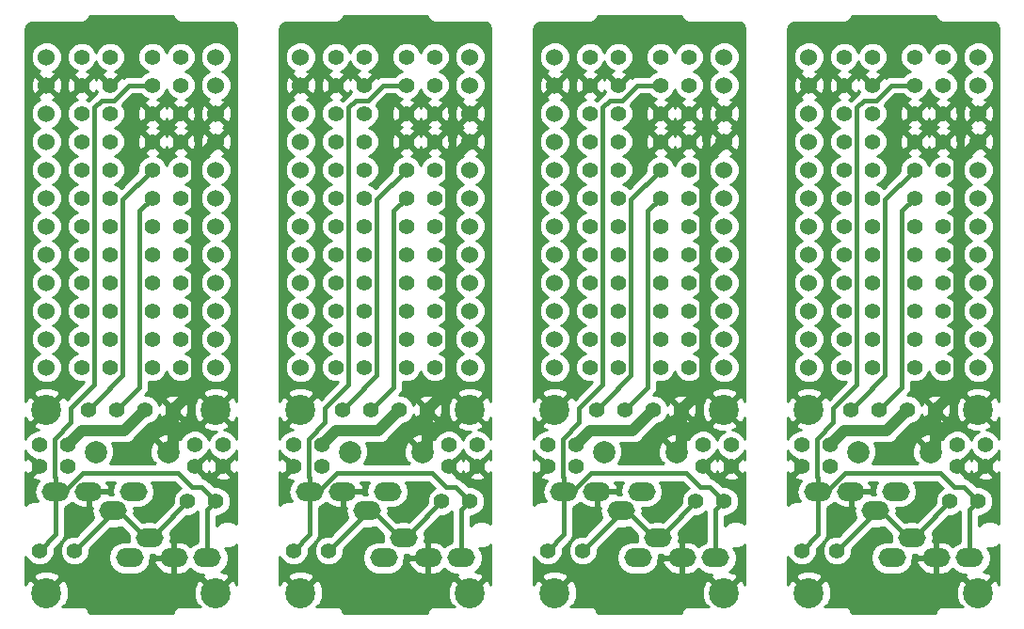
<source format=gtl>
G04 #@! TF.GenerationSoftware,KiCad,Pcbnew,5.0.2-bee76a0~70~ubuntu18.04.1*
G04 #@! TF.CreationDate,2019-11-06T22:06:29+09:00*
G04 #@! TF.ProjectId,promicro-home_panel,70726f6d-6963-4726-9f2d-686f6d655f70,1*
G04 #@! TF.SameCoordinates,Original*
G04 #@! TF.FileFunction,Copper,L1,Top*
G04 #@! TF.FilePolarity,Positive*
%FSLAX46Y46*%
G04 Gerber Fmt 4.6, Leading zero omitted, Abs format (unit mm)*
G04 Created by KiCad (PCBNEW 5.0.2-bee76a0~70~ubuntu18.04.1) date 2019年11月06日 22時06分29秒*
%MOMM*%
%LPD*%
G01*
G04 APERTURE LIST*
G04 #@! TA.AperFunction,ComponentPad*
%ADD10C,2.700000*%
G04 #@! TD*
G04 #@! TA.AperFunction,ComponentPad*
%ADD11C,1.397000*%
G04 #@! TD*
G04 #@! TA.AperFunction,ComponentPad*
%ADD12C,2.000000*%
G04 #@! TD*
G04 #@! TA.AperFunction,ComponentPad*
%ADD13O,2.500000X1.700000*%
G04 #@! TD*
G04 #@! TA.AperFunction,ComponentPad*
%ADD14C,1.524000*%
G04 #@! TD*
G04 #@! TA.AperFunction,ViaPad*
%ADD15C,0.800000*%
G04 #@! TD*
G04 #@! TA.AperFunction,Conductor*
%ADD16C,0.400000*%
G04 #@! TD*
G04 #@! TA.AperFunction,Conductor*
%ADD17C,1.000000*%
G04 #@! TD*
G04 #@! TA.AperFunction,Conductor*
%ADD18C,0.254000*%
G04 #@! TD*
G04 APERTURE END LIST*
D10*
G04 #@! TO.P,HOLE_M2,*
G04 #@! TO.N,GND*
X158115000Y-80645000D03*
G04 #@! TD*
G04 #@! TO.P,HOLE_M2,*
G04 #@! TO.N,GND*
X173355000Y-80645000D03*
G04 #@! TD*
G04 #@! TO.P,HOLE_M2,*
G04 #@! TO.N,GND*
X173355000Y-97155000D03*
G04 #@! TD*
G04 #@! TO.P,HOLE_M2,*
G04 #@! TO.N,GND*
X158115000Y-97155000D03*
G04 #@! TD*
G04 #@! TO.P,HOLE_M2,*
G04 #@! TO.N,GND*
X135255000Y-97155000D03*
G04 #@! TD*
G04 #@! TO.P,HOLE_M2,*
G04 #@! TO.N,GND*
X135255000Y-80645000D03*
G04 #@! TD*
G04 #@! TO.P,HOLE_M2,*
G04 #@! TO.N,GND*
X150495000Y-80645000D03*
G04 #@! TD*
G04 #@! TO.P,HOLE_M2,*
G04 #@! TO.N,GND*
X150495000Y-97155000D03*
G04 #@! TD*
G04 #@! TO.P,HOLE_M2,*
G04 #@! TO.N,GND*
X127635000Y-80645000D03*
G04 #@! TD*
G04 #@! TO.P,HOLE_M2,*
G04 #@! TO.N,GND*
X112395000Y-80645000D03*
G04 #@! TD*
G04 #@! TO.P,HOLE_M2,*
G04 #@! TO.N,GND*
X127635000Y-97155000D03*
G04 #@! TD*
G04 #@! TO.P,HOLE_M2,*
G04 #@! TO.N,GND*
X112395000Y-97155000D03*
G04 #@! TD*
G04 #@! TO.P,HOLE_M2,*
G04 #@! TO.N,GND*
X104775000Y-80645000D03*
G04 #@! TD*
G04 #@! TO.P,HOLE_M2,*
G04 #@! TO.N,GND*
X104775000Y-97155000D03*
G04 #@! TD*
G04 #@! TO.P,HOLE_M2,*
G04 #@! TO.N,GND*
X89535000Y-97155000D03*
G04 #@! TD*
D11*
G04 #@! TO.P,P2,GND*
G04 #@! TO.N,GND*
X161290000Y-51435000D03*
G04 #@! TD*
G04 #@! TO.P,P2,GND*
G04 #@! TO.N,GND*
X138430000Y-51435000D03*
G04 #@! TD*
G04 #@! TO.P,P2,GND*
G04 #@! TO.N,GND*
X115570000Y-51435000D03*
G04 #@! TD*
G04 #@! TO.P,P2,20*
G04 #@! TO.N,Net-(PM21-Pad1)*
X163830000Y-59055000D03*
G04 #@! TD*
G04 #@! TO.P,P2,20*
G04 #@! TO.N,Net-(PM21-Pad1)*
X140970000Y-59055000D03*
G04 #@! TD*
G04 #@! TO.P,P2,20*
G04 #@! TO.N,Net-(PM21-Pad1)*
X118110000Y-59055000D03*
G04 #@! TD*
G04 #@! TO.P,P2,VCC*
G04 #@! TO.N,VCC*
X163830000Y-48895000D03*
G04 #@! TD*
G04 #@! TO.P,P2,VCC*
G04 #@! TO.N,VCC*
X140970000Y-48895000D03*
G04 #@! TD*
G04 #@! TO.P,P2,VCC*
G04 #@! TO.N,VCC*
X118110000Y-48895000D03*
G04 #@! TD*
G04 #@! TO.P,P2,RESE*
G04 #@! TO.N,RESET*
X163830000Y-53975000D03*
G04 #@! TD*
G04 #@! TO.P,P2,RESE*
G04 #@! TO.N,RESET*
X140970000Y-53975000D03*
G04 #@! TD*
G04 #@! TO.P,P2,RESE*
G04 #@! TO.N,RESET*
X118110000Y-53975000D03*
G04 #@! TD*
G04 #@! TO.P,P2,VCC*
G04 #@! TO.N,VCC*
X163830000Y-56515000D03*
G04 #@! TD*
G04 #@! TO.P,P2,VCC*
G04 #@! TO.N,VCC*
X140970000Y-56515000D03*
G04 #@! TD*
G04 #@! TO.P,P2,VCC*
G04 #@! TO.N,VCC*
X118110000Y-56515000D03*
G04 #@! TD*
G04 #@! TO.P,P2,GND*
G04 #@! TO.N,GND*
X163830000Y-51435000D03*
G04 #@! TD*
G04 #@! TO.P,P2,GND*
G04 #@! TO.N,GND*
X140970000Y-51435000D03*
G04 #@! TD*
G04 #@! TO.P,P2,GND*
G04 #@! TO.N,GND*
X118110000Y-51435000D03*
G04 #@! TD*
G04 #@! TO.P,P2,SCL*
G04 #@! TO.N,SCL*
X170180000Y-61595000D03*
G04 #@! TD*
G04 #@! TO.P,P2,SCL*
G04 #@! TO.N,SCL*
X147320000Y-61595000D03*
G04 #@! TD*
G04 #@! TO.P,P2,SCL*
G04 #@! TO.N,SCL*
X124460000Y-61595000D03*
G04 #@! TD*
G04 #@! TO.P,P2,PLED*
G04 #@! TO.N,Net-(PLED1-Pad1)*
X170180000Y-48895000D03*
G04 #@! TD*
G04 #@! TO.P,P2,PLED*
G04 #@! TO.N,Net-(PLED1-Pad1)*
X147320000Y-48895000D03*
G04 #@! TD*
G04 #@! TO.P,P2,PLED*
G04 #@! TO.N,Net-(PLED1-Pad1)*
X124460000Y-48895000D03*
G04 #@! TD*
G04 #@! TO.P,P2,SDA*
G04 #@! TO.N,SDA*
X170180000Y-59055000D03*
G04 #@! TD*
G04 #@! TO.P,P2,SDA*
G04 #@! TO.N,SDA*
X147320000Y-59055000D03*
G04 #@! TD*
G04 #@! TO.P,P2,SDA*
G04 #@! TO.N,SDA*
X124460000Y-59055000D03*
G04 #@! TD*
G04 #@! TO.P,P2,GND*
G04 #@! TO.N,GND*
X170180000Y-53975000D03*
G04 #@! TD*
G04 #@! TO.P,P2,GND*
G04 #@! TO.N,GND*
X147320000Y-53975000D03*
G04 #@! TD*
G04 #@! TO.P,P2,GND*
G04 #@! TO.N,GND*
X124460000Y-53975000D03*
G04 #@! TD*
G04 #@! TO.P,P2,DATA*
G04 #@! TO.N,DATA*
X170180000Y-51435000D03*
G04 #@! TD*
G04 #@! TO.P,P2,DATA*
G04 #@! TO.N,DATA*
X147320000Y-51435000D03*
G04 #@! TD*
G04 #@! TO.P,P2,DATA*
G04 #@! TO.N,DATA*
X124460000Y-51435000D03*
G04 #@! TD*
G04 #@! TO.P,P2,GND*
G04 #@! TO.N,GND*
X170180000Y-56515000D03*
G04 #@! TD*
G04 #@! TO.P,P2,GND*
G04 #@! TO.N,GND*
X147320000Y-56515000D03*
G04 #@! TD*
G04 #@! TO.P,P2,GND*
G04 #@! TO.N,GND*
X124460000Y-56515000D03*
G04 #@! TD*
G04 #@! TO.P,P2,20*
G04 #@! TO.N,Net-(PM21-Pad1)*
X161290000Y-59055000D03*
G04 #@! TD*
G04 #@! TO.P,P2,20*
G04 #@! TO.N,Net-(PM21-Pad1)*
X138430000Y-59055000D03*
G04 #@! TD*
G04 #@! TO.P,P2,20*
G04 #@! TO.N,Net-(PM21-Pad1)*
X115570000Y-59055000D03*
G04 #@! TD*
G04 #@! TO.P,P2,VCC*
G04 #@! TO.N,VCC*
X161290000Y-56515000D03*
G04 #@! TD*
G04 #@! TO.P,P2,VCC*
G04 #@! TO.N,VCC*
X138430000Y-56515000D03*
G04 #@! TD*
G04 #@! TO.P,P2,VCC*
G04 #@! TO.N,VCC*
X115570000Y-56515000D03*
G04 #@! TD*
G04 #@! TO.P,P2,RESE*
G04 #@! TO.N,RESET*
X161290000Y-53975000D03*
G04 #@! TD*
G04 #@! TO.P,P2,RESE*
G04 #@! TO.N,RESET*
X138430000Y-53975000D03*
G04 #@! TD*
G04 #@! TO.P,P2,RESE*
G04 #@! TO.N,RESET*
X115570000Y-53975000D03*
G04 #@! TD*
G04 #@! TO.P,P2,VCC*
G04 #@! TO.N,VCC*
X161290000Y-48895000D03*
G04 #@! TD*
G04 #@! TO.P,P2,VCC*
G04 #@! TO.N,VCC*
X138430000Y-48895000D03*
G04 #@! TD*
G04 #@! TO.P,P2,VCC*
G04 #@! TO.N,VCC*
X115570000Y-48895000D03*
G04 #@! TD*
D12*
G04 #@! TO.P,RESET1,2*
G04 #@! TO.N,GND*
X169060000Y-84455000D03*
G04 #@! TO.P,RESET1,1*
G04 #@! TO.N,RESET*
X162560000Y-84455000D03*
G04 #@! TD*
G04 #@! TO.P,RESET1,2*
G04 #@! TO.N,GND*
X146200000Y-84455000D03*
G04 #@! TO.P,RESET1,1*
G04 #@! TO.N,RESET*
X139700000Y-84455000D03*
G04 #@! TD*
G04 #@! TO.P,RESET1,2*
G04 #@! TO.N,GND*
X123340000Y-84455000D03*
G04 #@! TO.P,RESET1,1*
G04 #@! TO.N,RESET*
X116840000Y-84455000D03*
G04 #@! TD*
D13*
G04 #@! TO.P,JACK,A*
G04 #@! TO.N,N/C*
X167425000Y-92230000D03*
G04 #@! TO.P,JACK,D*
G04 #@! TO.N,VCC*
X165925000Y-88030000D03*
G04 #@! TO.P,JACK,C*
G04 #@! TO.N,GND*
X161925000Y-88030000D03*
G04 #@! TO.P,JACK,B*
G04 #@! TO.N,DATA*
X158925000Y-88030000D03*
G04 #@! TD*
G04 #@! TO.P,JACK,A*
G04 #@! TO.N,N/C*
X144565000Y-92230000D03*
G04 #@! TO.P,JACK,D*
G04 #@! TO.N,VCC*
X143065000Y-88030000D03*
G04 #@! TO.P,JACK,C*
G04 #@! TO.N,GND*
X139065000Y-88030000D03*
G04 #@! TO.P,JACK,B*
G04 #@! TO.N,DATA*
X136065000Y-88030000D03*
G04 #@! TD*
G04 #@! TO.P,JACK,A*
G04 #@! TO.N,N/C*
X121705000Y-92230000D03*
G04 #@! TO.P,JACK,D*
G04 #@! TO.N,VCC*
X120205000Y-88030000D03*
G04 #@! TO.P,JACK,C*
G04 #@! TO.N,GND*
X116205000Y-88030000D03*
G04 #@! TO.P,JACK,B*
G04 #@! TO.N,DATA*
X113205000Y-88030000D03*
G04 #@! TD*
G04 #@! TO.P,JACK,B*
G04 #@! TO.N,DATA*
X172595000Y-93980000D03*
G04 #@! TO.P,JACK,C*
G04 #@! TO.N,GND*
X169595000Y-93980000D03*
G04 #@! TO.P,JACK,D*
G04 #@! TO.N,VCC*
X165595000Y-93980000D03*
G04 #@! TO.P,JACK,A*
G04 #@! TO.N,N/C*
X164095000Y-89780000D03*
G04 #@! TD*
G04 #@! TO.P,JACK,B*
G04 #@! TO.N,DATA*
X149735000Y-93980000D03*
G04 #@! TO.P,JACK,C*
G04 #@! TO.N,GND*
X146735000Y-93980000D03*
G04 #@! TO.P,JACK,D*
G04 #@! TO.N,VCC*
X142735000Y-93980000D03*
G04 #@! TO.P,JACK,A*
G04 #@! TO.N,N/C*
X141235000Y-89780000D03*
G04 #@! TD*
G04 #@! TO.P,JACK,B*
G04 #@! TO.N,DATA*
X126875000Y-93980000D03*
G04 #@! TO.P,JACK,C*
G04 #@! TO.N,GND*
X123875000Y-93980000D03*
G04 #@! TO.P,JACK,D*
G04 #@! TO.N,VCC*
X119875000Y-93980000D03*
G04 #@! TO.P,JACK,A*
G04 #@! TO.N,N/C*
X118375000Y-89780000D03*
G04 #@! TD*
D11*
G04 #@! TO.P,P2,12*
G04 #@! TO.N,Net-(PM9-Pad1)*
X167640000Y-76835000D03*
G04 #@! TD*
G04 #@! TO.P,P2,12*
G04 #@! TO.N,Net-(PM9-Pad1)*
X144780000Y-76835000D03*
G04 #@! TD*
G04 #@! TO.P,P2,12*
G04 #@! TO.N,Net-(PM9-Pad1)*
X121920000Y-76835000D03*
G04 #@! TD*
G04 #@! TO.P,P2,11*
G04 #@! TO.N,Net-(PM8-Pad1)*
X167640000Y-74295000D03*
G04 #@! TD*
G04 #@! TO.P,P2,11*
G04 #@! TO.N,Net-(PM8-Pad1)*
X144780000Y-74295000D03*
G04 #@! TD*
G04 #@! TO.P,P2,11*
G04 #@! TO.N,Net-(PM8-Pad1)*
X121920000Y-74295000D03*
G04 #@! TD*
G04 #@! TO.P,P2,10*
G04 #@! TO.N,Net-(PM7-Pad1)*
X167640000Y-71755000D03*
G04 #@! TD*
G04 #@! TO.P,P2,10*
G04 #@! TO.N,Net-(PM7-Pad1)*
X144780000Y-71755000D03*
G04 #@! TD*
G04 #@! TO.P,P2,10*
G04 #@! TO.N,Net-(PM7-Pad1)*
X121920000Y-71755000D03*
G04 #@! TD*
G04 #@! TO.P,P2,7*
G04 #@! TO.N,Net-(PM4-Pad1)*
X167640000Y-64135000D03*
G04 #@! TD*
G04 #@! TO.P,P2,7*
G04 #@! TO.N,Net-(PM4-Pad1)*
X144780000Y-64135000D03*
G04 #@! TD*
G04 #@! TO.P,P2,7*
G04 #@! TO.N,Net-(PM4-Pad1)*
X121920000Y-64135000D03*
G04 #@! TD*
G04 #@! TO.P,P2,9*
G04 #@! TO.N,Net-(PM6-Pad1)*
X167640000Y-69215000D03*
G04 #@! TD*
G04 #@! TO.P,P2,9*
G04 #@! TO.N,Net-(PM6-Pad1)*
X144780000Y-69215000D03*
G04 #@! TD*
G04 #@! TO.P,P2,9*
G04 #@! TO.N,Net-(PM6-Pad1)*
X121920000Y-69215000D03*
G04 #@! TD*
G04 #@! TO.P,P2,8*
G04 #@! TO.N,Net-(PM5-Pad1)*
X167640000Y-66675000D03*
G04 #@! TD*
G04 #@! TO.P,P2,8*
G04 #@! TO.N,Net-(PM5-Pad1)*
X144780000Y-66675000D03*
G04 #@! TD*
G04 #@! TO.P,P2,8*
G04 #@! TO.N,Net-(PM5-Pad1)*
X121920000Y-66675000D03*
G04 #@! TD*
G04 #@! TO.P,P2,18*
G04 #@! TO.N,Net-(PM19-Pad1)*
X163830000Y-64135000D03*
G04 #@! TD*
G04 #@! TO.P,P2,18*
G04 #@! TO.N,Net-(PM19-Pad1)*
X140970000Y-64135000D03*
G04 #@! TD*
G04 #@! TO.P,P2,18*
G04 #@! TO.N,Net-(PM19-Pad1)*
X118110000Y-64135000D03*
G04 #@! TD*
G04 #@! TO.P,P2,17*
G04 #@! TO.N,Net-(PM18-Pad1)*
X163830000Y-66675000D03*
G04 #@! TD*
G04 #@! TO.P,P2,17*
G04 #@! TO.N,Net-(PM18-Pad1)*
X140970000Y-66675000D03*
G04 #@! TD*
G04 #@! TO.P,P2,17*
G04 #@! TO.N,Net-(PM18-Pad1)*
X118110000Y-66675000D03*
G04 #@! TD*
G04 #@! TO.P,P2,16*
G04 #@! TO.N,Net-(PM15-Pad1)*
X163830000Y-69215000D03*
G04 #@! TD*
G04 #@! TO.P,P2,16*
G04 #@! TO.N,Net-(PM15-Pad1)*
X140970000Y-69215000D03*
G04 #@! TD*
G04 #@! TO.P,P2,16*
G04 #@! TO.N,Net-(PM15-Pad1)*
X118110000Y-69215000D03*
G04 #@! TD*
G04 #@! TO.P,P2,13*
G04 #@! TO.N,Net-(PM10-Pad1)*
X163830000Y-76835000D03*
G04 #@! TD*
G04 #@! TO.P,P2,13*
G04 #@! TO.N,Net-(PM10-Pad1)*
X140970000Y-76835000D03*
G04 #@! TD*
G04 #@! TO.P,P2,13*
G04 #@! TO.N,Net-(PM10-Pad1)*
X118110000Y-76835000D03*
G04 #@! TD*
G04 #@! TO.P,P2,15*
G04 #@! TO.N,Net-(PM14-Pad1)*
X163830000Y-71755000D03*
G04 #@! TD*
G04 #@! TO.P,P2,15*
G04 #@! TO.N,Net-(PM14-Pad1)*
X140970000Y-71755000D03*
G04 #@! TD*
G04 #@! TO.P,P2,15*
G04 #@! TO.N,Net-(PM14-Pad1)*
X118110000Y-71755000D03*
G04 #@! TD*
G04 #@! TO.P,P2,14*
G04 #@! TO.N,Net-(PM16-Pad1)*
X163830000Y-74295000D03*
G04 #@! TD*
G04 #@! TO.P,P2,14*
G04 #@! TO.N,Net-(PM16-Pad1)*
X140970000Y-74295000D03*
G04 #@! TD*
G04 #@! TO.P,P2,14*
G04 #@! TO.N,Net-(PM16-Pad1)*
X118110000Y-74295000D03*
G04 #@! TD*
G04 #@! TO.P,P2,19*
G04 #@! TO.N,Net-(PM20-Pad1)*
X163830000Y-61595000D03*
G04 #@! TD*
G04 #@! TO.P,P2,19*
G04 #@! TO.N,Net-(PM20-Pad1)*
X140970000Y-61595000D03*
G04 #@! TD*
G04 #@! TO.P,P2,19*
G04 #@! TO.N,Net-(PM20-Pad1)*
X118110000Y-61595000D03*
G04 #@! TD*
G04 #@! TO.P,P2,1*
G04 #@! TO.N,GND*
X173990000Y-85725000D03*
G04 #@! TD*
G04 #@! TO.P,P2,1*
G04 #@! TO.N,GND*
X151130000Y-85725000D03*
G04 #@! TD*
G04 #@! TO.P,P2,1*
G04 #@! TO.N,GND*
X128270000Y-85725000D03*
G04 #@! TD*
G04 #@! TO.P,P2,1*
G04 #@! TO.N,GND*
X171450000Y-85725000D03*
G04 #@! TD*
G04 #@! TO.P,P2,1*
G04 #@! TO.N,GND*
X148590000Y-85725000D03*
G04 #@! TD*
G04 #@! TO.P,P2,1*
G04 #@! TO.N,GND*
X125730000Y-85725000D03*
G04 #@! TD*
G04 #@! TO.P,P2,1*
G04 #@! TO.N,VCC*
X171450000Y-83820000D03*
G04 #@! TD*
G04 #@! TO.P,P2,1*
G04 #@! TO.N,VCC*
X148590000Y-83820000D03*
G04 #@! TD*
G04 #@! TO.P,P2,1*
G04 #@! TO.N,VCC*
X125730000Y-83820000D03*
G04 #@! TD*
G04 #@! TO.P,P2,1*
G04 #@! TO.N,VCC*
X173990000Y-83820000D03*
G04 #@! TD*
G04 #@! TO.P,P2,1*
G04 #@! TO.N,VCC*
X151130000Y-83820000D03*
G04 #@! TD*
G04 #@! TO.P,P2,1*
G04 #@! TO.N,VCC*
X128270000Y-83820000D03*
G04 #@! TD*
G04 #@! TO.P,P2,1*
G04 #@! TO.N,GND*
X157480000Y-85725000D03*
G04 #@! TD*
G04 #@! TO.P,P2,1*
G04 #@! TO.N,GND*
X134620000Y-85725000D03*
G04 #@! TD*
G04 #@! TO.P,P2,1*
G04 #@! TO.N,GND*
X111760000Y-85725000D03*
G04 #@! TD*
G04 #@! TO.P,P2,1*
G04 #@! TO.N,GND*
X160020000Y-85725000D03*
G04 #@! TD*
G04 #@! TO.P,P2,1*
G04 #@! TO.N,GND*
X137160000Y-85725000D03*
G04 #@! TD*
G04 #@! TO.P,P2,1*
G04 #@! TO.N,GND*
X114300000Y-85725000D03*
G04 #@! TD*
G04 #@! TO.P,P2,1*
G04 #@! TO.N,VCC*
X157480000Y-83820000D03*
G04 #@! TD*
G04 #@! TO.P,P2,1*
G04 #@! TO.N,VCC*
X134620000Y-83820000D03*
G04 #@! TD*
G04 #@! TO.P,P2,1*
G04 #@! TO.N,VCC*
X111760000Y-83820000D03*
G04 #@! TD*
G04 #@! TO.P,P2,1*
G04 #@! TO.N,VCC*
X160020000Y-83820000D03*
G04 #@! TD*
G04 #@! TO.P,P2,1*
G04 #@! TO.N,VCC*
X137160000Y-83820000D03*
G04 #@! TD*
G04 #@! TO.P,P2,1*
G04 #@! TO.N,VCC*
X114300000Y-83820000D03*
G04 #@! TD*
G04 #@! TO.P,OLED,4*
G04 #@! TO.N,SDA*
X161925000Y-80645000D03*
G04 #@! TO.P,OLED,3*
G04 #@! TO.N,SCL*
X164465000Y-80645000D03*
G04 #@! TO.P,OLED,2*
G04 #@! TO.N,VCC*
X167005000Y-80645000D03*
G04 #@! TO.P,OLED,1*
G04 #@! TO.N,GND*
X169545000Y-80645000D03*
G04 #@! TD*
G04 #@! TO.P,OLED,4*
G04 #@! TO.N,SDA*
X139065000Y-80645000D03*
G04 #@! TO.P,OLED,3*
G04 #@! TO.N,SCL*
X141605000Y-80645000D03*
G04 #@! TO.P,OLED,2*
G04 #@! TO.N,VCC*
X144145000Y-80645000D03*
G04 #@! TO.P,OLED,1*
G04 #@! TO.N,GND*
X146685000Y-80645000D03*
G04 #@! TD*
G04 #@! TO.P,OLED,4*
G04 #@! TO.N,SDA*
X116205000Y-80645000D03*
G04 #@! TO.P,OLED,3*
G04 #@! TO.N,SCL*
X118745000Y-80645000D03*
G04 #@! TO.P,OLED,2*
G04 #@! TO.N,VCC*
X121285000Y-80645000D03*
G04 #@! TO.P,OLED,1*
G04 #@! TO.N,GND*
X123825000Y-80645000D03*
G04 #@! TD*
G04 #@! TO.P,P2,8*
G04 #@! TO.N,Net-(PM5-Pad1)*
X170180000Y-66675000D03*
G04 #@! TD*
G04 #@! TO.P,P2,8*
G04 #@! TO.N,Net-(PM5-Pad1)*
X147320000Y-66675000D03*
G04 #@! TD*
G04 #@! TO.P,P2,8*
G04 #@! TO.N,Net-(PM5-Pad1)*
X124460000Y-66675000D03*
G04 #@! TD*
G04 #@! TO.P,P2,9*
G04 #@! TO.N,Net-(PM6-Pad1)*
X170180000Y-69215000D03*
G04 #@! TD*
G04 #@! TO.P,P2,9*
G04 #@! TO.N,Net-(PM6-Pad1)*
X147320000Y-69215000D03*
G04 #@! TD*
G04 #@! TO.P,P2,9*
G04 #@! TO.N,Net-(PM6-Pad1)*
X124460000Y-69215000D03*
G04 #@! TD*
G04 #@! TO.P,P2,7*
G04 #@! TO.N,Net-(PM4-Pad1)*
X170180000Y-64135000D03*
G04 #@! TD*
G04 #@! TO.P,P2,7*
G04 #@! TO.N,Net-(PM4-Pad1)*
X147320000Y-64135000D03*
G04 #@! TD*
G04 #@! TO.P,P2,7*
G04 #@! TO.N,Net-(PM4-Pad1)*
X124460000Y-64135000D03*
G04 #@! TD*
G04 #@! TO.P,P2,10*
G04 #@! TO.N,Net-(PM7-Pad1)*
X170180000Y-71755000D03*
G04 #@! TD*
G04 #@! TO.P,P2,10*
G04 #@! TO.N,Net-(PM7-Pad1)*
X147320000Y-71755000D03*
G04 #@! TD*
G04 #@! TO.P,P2,10*
G04 #@! TO.N,Net-(PM7-Pad1)*
X124460000Y-71755000D03*
G04 #@! TD*
G04 #@! TO.P,P2,11*
G04 #@! TO.N,Net-(PM8-Pad1)*
X170180000Y-74295000D03*
G04 #@! TD*
G04 #@! TO.P,P2,11*
G04 #@! TO.N,Net-(PM8-Pad1)*
X147320000Y-74295000D03*
G04 #@! TD*
G04 #@! TO.P,P2,11*
G04 #@! TO.N,Net-(PM8-Pad1)*
X124460000Y-74295000D03*
G04 #@! TD*
G04 #@! TO.P,P2,12*
G04 #@! TO.N,Net-(PM9-Pad1)*
X170180000Y-76835000D03*
G04 #@! TD*
G04 #@! TO.P,P2,12*
G04 #@! TO.N,Net-(PM9-Pad1)*
X147320000Y-76835000D03*
G04 #@! TD*
G04 #@! TO.P,P2,12*
G04 #@! TO.N,Net-(PM9-Pad1)*
X124460000Y-76835000D03*
G04 #@! TD*
G04 #@! TO.P,P2,14*
G04 #@! TO.N,Net-(PM16-Pad1)*
X161290000Y-74295000D03*
G04 #@! TD*
G04 #@! TO.P,P2,14*
G04 #@! TO.N,Net-(PM16-Pad1)*
X138430000Y-74295000D03*
G04 #@! TD*
G04 #@! TO.P,P2,14*
G04 #@! TO.N,Net-(PM16-Pad1)*
X115570000Y-74295000D03*
G04 #@! TD*
G04 #@! TO.P,P2,15*
G04 #@! TO.N,Net-(PM14-Pad1)*
X161290000Y-71755000D03*
G04 #@! TD*
G04 #@! TO.P,P2,15*
G04 #@! TO.N,Net-(PM14-Pad1)*
X138430000Y-71755000D03*
G04 #@! TD*
G04 #@! TO.P,P2,15*
G04 #@! TO.N,Net-(PM14-Pad1)*
X115570000Y-71755000D03*
G04 #@! TD*
G04 #@! TO.P,P2,13*
G04 #@! TO.N,Net-(PM10-Pad1)*
X161290000Y-76835000D03*
G04 #@! TD*
G04 #@! TO.P,P2,13*
G04 #@! TO.N,Net-(PM10-Pad1)*
X138430000Y-76835000D03*
G04 #@! TD*
G04 #@! TO.P,P2,13*
G04 #@! TO.N,Net-(PM10-Pad1)*
X115570000Y-76835000D03*
G04 #@! TD*
G04 #@! TO.P,P2,16*
G04 #@! TO.N,Net-(PM15-Pad1)*
X161290000Y-69215000D03*
G04 #@! TD*
G04 #@! TO.P,P2,16*
G04 #@! TO.N,Net-(PM15-Pad1)*
X138430000Y-69215000D03*
G04 #@! TD*
G04 #@! TO.P,P2,16*
G04 #@! TO.N,Net-(PM15-Pad1)*
X115570000Y-69215000D03*
G04 #@! TD*
G04 #@! TO.P,P2,17*
G04 #@! TO.N,Net-(PM18-Pad1)*
X161290000Y-66675000D03*
G04 #@! TD*
G04 #@! TO.P,P2,17*
G04 #@! TO.N,Net-(PM18-Pad1)*
X138430000Y-66675000D03*
G04 #@! TD*
G04 #@! TO.P,P2,17*
G04 #@! TO.N,Net-(PM18-Pad1)*
X115570000Y-66675000D03*
G04 #@! TD*
G04 #@! TO.P,P2,18*
G04 #@! TO.N,Net-(PM19-Pad1)*
X161290000Y-64135000D03*
G04 #@! TD*
G04 #@! TO.P,P2,18*
G04 #@! TO.N,Net-(PM19-Pad1)*
X138430000Y-64135000D03*
G04 #@! TD*
G04 #@! TO.P,P2,18*
G04 #@! TO.N,Net-(PM19-Pad1)*
X115570000Y-64135000D03*
G04 #@! TD*
G04 #@! TO.P,P2,19*
G04 #@! TO.N,Net-(PM20-Pad1)*
X161290000Y-61595000D03*
G04 #@! TD*
G04 #@! TO.P,P2,19*
G04 #@! TO.N,Net-(PM20-Pad1)*
X138430000Y-61595000D03*
G04 #@! TD*
G04 #@! TO.P,P2,19*
G04 #@! TO.N,Net-(PM20-Pad1)*
X115570000Y-61595000D03*
G04 #@! TD*
D14*
G04 #@! TO.P,U2,1*
G04 #@! TO.N,Net-(PLED1-Pad1)*
X173355000Y-48895000D03*
G04 #@! TO.P,U2,2*
G04 #@! TO.N,DATA*
X173355000Y-51435000D03*
G04 #@! TO.P,U2,3*
G04 #@! TO.N,GND*
X173355000Y-53975000D03*
G04 #@! TO.P,U2,4*
X173355000Y-56515000D03*
G04 #@! TO.P,U2,5*
G04 #@! TO.N,SDA*
X173355000Y-59055000D03*
G04 #@! TO.P,U2,6*
G04 #@! TO.N,SCL*
X173355000Y-61595000D03*
G04 #@! TO.P,U2,7*
G04 #@! TO.N,Net-(PM4-Pad1)*
X173355000Y-64135000D03*
G04 #@! TO.P,U2,8*
G04 #@! TO.N,Net-(PM5-Pad1)*
X173355000Y-66675000D03*
G04 #@! TO.P,U2,9*
G04 #@! TO.N,Net-(PM6-Pad1)*
X173355000Y-69215000D03*
G04 #@! TO.P,U2,10*
G04 #@! TO.N,Net-(PM7-Pad1)*
X173355000Y-71755000D03*
G04 #@! TO.P,U2,11*
G04 #@! TO.N,Net-(PM8-Pad1)*
X173355000Y-74295000D03*
G04 #@! TO.P,U2,12*
G04 #@! TO.N,Net-(PM9-Pad1)*
X173355000Y-76835000D03*
G04 #@! TO.P,U2,13*
G04 #@! TO.N,Net-(PM10-Pad1)*
X158115000Y-76835000D03*
G04 #@! TO.P,U2,14*
G04 #@! TO.N,Net-(PM16-Pad1)*
X158115000Y-74295000D03*
G04 #@! TO.P,U2,15*
G04 #@! TO.N,Net-(PM14-Pad1)*
X158115000Y-71755000D03*
G04 #@! TO.P,U2,16*
G04 #@! TO.N,Net-(PM15-Pad1)*
X158115000Y-69215000D03*
G04 #@! TO.P,U2,17*
G04 #@! TO.N,Net-(PM18-Pad1)*
X158115000Y-66675000D03*
G04 #@! TO.P,U2,18*
G04 #@! TO.N,Net-(PM19-Pad1)*
X158115000Y-64135000D03*
G04 #@! TO.P,U2,19*
G04 #@! TO.N,Net-(PM20-Pad1)*
X158115000Y-61595000D03*
G04 #@! TO.P,U2,20*
G04 #@! TO.N,Net-(PM21-Pad1)*
X158115000Y-59055000D03*
G04 #@! TO.P,U2,21*
G04 #@! TO.N,VCC*
X158115000Y-56515000D03*
G04 #@! TO.P,U2,22*
G04 #@! TO.N,RESET*
X158115000Y-53975000D03*
G04 #@! TO.P,U2,23*
G04 #@! TO.N,GND*
X158115000Y-51435000D03*
G04 #@! TO.P,U2,24*
G04 #@! TO.N,VCC*
X158115000Y-48895000D03*
G04 #@! TD*
G04 #@! TO.P,U2,1*
G04 #@! TO.N,Net-(PLED1-Pad1)*
X150495000Y-48895000D03*
G04 #@! TO.P,U2,2*
G04 #@! TO.N,DATA*
X150495000Y-51435000D03*
G04 #@! TO.P,U2,3*
G04 #@! TO.N,GND*
X150495000Y-53975000D03*
G04 #@! TO.P,U2,4*
X150495000Y-56515000D03*
G04 #@! TO.P,U2,5*
G04 #@! TO.N,SDA*
X150495000Y-59055000D03*
G04 #@! TO.P,U2,6*
G04 #@! TO.N,SCL*
X150495000Y-61595000D03*
G04 #@! TO.P,U2,7*
G04 #@! TO.N,Net-(PM4-Pad1)*
X150495000Y-64135000D03*
G04 #@! TO.P,U2,8*
G04 #@! TO.N,Net-(PM5-Pad1)*
X150495000Y-66675000D03*
G04 #@! TO.P,U2,9*
G04 #@! TO.N,Net-(PM6-Pad1)*
X150495000Y-69215000D03*
G04 #@! TO.P,U2,10*
G04 #@! TO.N,Net-(PM7-Pad1)*
X150495000Y-71755000D03*
G04 #@! TO.P,U2,11*
G04 #@! TO.N,Net-(PM8-Pad1)*
X150495000Y-74295000D03*
G04 #@! TO.P,U2,12*
G04 #@! TO.N,Net-(PM9-Pad1)*
X150495000Y-76835000D03*
G04 #@! TO.P,U2,13*
G04 #@! TO.N,Net-(PM10-Pad1)*
X135255000Y-76835000D03*
G04 #@! TO.P,U2,14*
G04 #@! TO.N,Net-(PM16-Pad1)*
X135255000Y-74295000D03*
G04 #@! TO.P,U2,15*
G04 #@! TO.N,Net-(PM14-Pad1)*
X135255000Y-71755000D03*
G04 #@! TO.P,U2,16*
G04 #@! TO.N,Net-(PM15-Pad1)*
X135255000Y-69215000D03*
G04 #@! TO.P,U2,17*
G04 #@! TO.N,Net-(PM18-Pad1)*
X135255000Y-66675000D03*
G04 #@! TO.P,U2,18*
G04 #@! TO.N,Net-(PM19-Pad1)*
X135255000Y-64135000D03*
G04 #@! TO.P,U2,19*
G04 #@! TO.N,Net-(PM20-Pad1)*
X135255000Y-61595000D03*
G04 #@! TO.P,U2,20*
G04 #@! TO.N,Net-(PM21-Pad1)*
X135255000Y-59055000D03*
G04 #@! TO.P,U2,21*
G04 #@! TO.N,VCC*
X135255000Y-56515000D03*
G04 #@! TO.P,U2,22*
G04 #@! TO.N,RESET*
X135255000Y-53975000D03*
G04 #@! TO.P,U2,23*
G04 #@! TO.N,GND*
X135255000Y-51435000D03*
G04 #@! TO.P,U2,24*
G04 #@! TO.N,VCC*
X135255000Y-48895000D03*
G04 #@! TD*
G04 #@! TO.P,U2,1*
G04 #@! TO.N,Net-(PLED1-Pad1)*
X127635000Y-48895000D03*
G04 #@! TO.P,U2,2*
G04 #@! TO.N,DATA*
X127635000Y-51435000D03*
G04 #@! TO.P,U2,3*
G04 #@! TO.N,GND*
X127635000Y-53975000D03*
G04 #@! TO.P,U2,4*
X127635000Y-56515000D03*
G04 #@! TO.P,U2,5*
G04 #@! TO.N,SDA*
X127635000Y-59055000D03*
G04 #@! TO.P,U2,6*
G04 #@! TO.N,SCL*
X127635000Y-61595000D03*
G04 #@! TO.P,U2,7*
G04 #@! TO.N,Net-(PM4-Pad1)*
X127635000Y-64135000D03*
G04 #@! TO.P,U2,8*
G04 #@! TO.N,Net-(PM5-Pad1)*
X127635000Y-66675000D03*
G04 #@! TO.P,U2,9*
G04 #@! TO.N,Net-(PM6-Pad1)*
X127635000Y-69215000D03*
G04 #@! TO.P,U2,10*
G04 #@! TO.N,Net-(PM7-Pad1)*
X127635000Y-71755000D03*
G04 #@! TO.P,U2,11*
G04 #@! TO.N,Net-(PM8-Pad1)*
X127635000Y-74295000D03*
G04 #@! TO.P,U2,12*
G04 #@! TO.N,Net-(PM9-Pad1)*
X127635000Y-76835000D03*
G04 #@! TO.P,U2,13*
G04 #@! TO.N,Net-(PM10-Pad1)*
X112395000Y-76835000D03*
G04 #@! TO.P,U2,14*
G04 #@! TO.N,Net-(PM16-Pad1)*
X112395000Y-74295000D03*
G04 #@! TO.P,U2,15*
G04 #@! TO.N,Net-(PM14-Pad1)*
X112395000Y-71755000D03*
G04 #@! TO.P,U2,16*
G04 #@! TO.N,Net-(PM15-Pad1)*
X112395000Y-69215000D03*
G04 #@! TO.P,U2,17*
G04 #@! TO.N,Net-(PM18-Pad1)*
X112395000Y-66675000D03*
G04 #@! TO.P,U2,18*
G04 #@! TO.N,Net-(PM19-Pad1)*
X112395000Y-64135000D03*
G04 #@! TO.P,U2,19*
G04 #@! TO.N,Net-(PM20-Pad1)*
X112395000Y-61595000D03*
G04 #@! TO.P,U2,20*
G04 #@! TO.N,Net-(PM21-Pad1)*
X112395000Y-59055000D03*
G04 #@! TO.P,U2,21*
G04 #@! TO.N,VCC*
X112395000Y-56515000D03*
G04 #@! TO.P,U2,22*
G04 #@! TO.N,RESET*
X112395000Y-53975000D03*
G04 #@! TO.P,U2,23*
G04 #@! TO.N,GND*
X112395000Y-51435000D03*
G04 #@! TO.P,U2,24*
G04 #@! TO.N,VCC*
X112395000Y-48895000D03*
G04 #@! TD*
D11*
G04 #@! TO.P,DATA,D*
G04 #@! TO.N,DATA*
X173355000Y-88900000D03*
G04 #@! TD*
G04 #@! TO.P,DATA,D*
G04 #@! TO.N,DATA*
X150495000Y-88900000D03*
G04 #@! TD*
G04 #@! TO.P,DATA,D*
G04 #@! TO.N,DATA*
X127635000Y-88900000D03*
G04 #@! TD*
G04 #@! TO.P,A,A*
G04 #@! TO.N,N/C*
X170815000Y-88900000D03*
G04 #@! TD*
G04 #@! TO.P,A,A*
G04 #@! TO.N,N/C*
X147955000Y-88900000D03*
G04 #@! TD*
G04 #@! TO.P,A,A*
G04 #@! TO.N,N/C*
X125095000Y-88900000D03*
G04 #@! TD*
G04 #@! TO.P,A,A*
G04 #@! TO.N,N/C*
X160655000Y-93345000D03*
G04 #@! TD*
G04 #@! TO.P,A,A*
G04 #@! TO.N,N/C*
X137795000Y-93345000D03*
G04 #@! TD*
G04 #@! TO.P,A,A*
G04 #@! TO.N,N/C*
X114935000Y-93345000D03*
G04 #@! TD*
G04 #@! TO.P,DATA,D*
G04 #@! TO.N,DATA*
X157480000Y-93345000D03*
G04 #@! TD*
G04 #@! TO.P,DATA,D*
G04 #@! TO.N,DATA*
X134620000Y-93345000D03*
G04 #@! TD*
G04 #@! TO.P,DATA,D*
G04 #@! TO.N,DATA*
X111760000Y-93345000D03*
G04 #@! TD*
G04 #@! TO.P,P2,SDA*
G04 #@! TO.N,SDA*
X167640000Y-59055000D03*
G04 #@! TD*
G04 #@! TO.P,P2,SDA*
G04 #@! TO.N,SDA*
X144780000Y-59055000D03*
G04 #@! TD*
G04 #@! TO.P,P2,SDA*
G04 #@! TO.N,SDA*
X121920000Y-59055000D03*
G04 #@! TD*
G04 #@! TO.P,P2,SCL*
G04 #@! TO.N,SCL*
X167640000Y-61595000D03*
G04 #@! TD*
G04 #@! TO.P,P2,SCL*
G04 #@! TO.N,SCL*
X144780000Y-61595000D03*
G04 #@! TD*
G04 #@! TO.P,P2,SCL*
G04 #@! TO.N,SCL*
X121920000Y-61595000D03*
G04 #@! TD*
G04 #@! TO.P,P2,PLED*
G04 #@! TO.N,Net-(PLED1-Pad1)*
X167640000Y-48895000D03*
G04 #@! TD*
G04 #@! TO.P,P2,PLED*
G04 #@! TO.N,Net-(PLED1-Pad1)*
X144780000Y-48895000D03*
G04 #@! TD*
G04 #@! TO.P,P2,PLED*
G04 #@! TO.N,Net-(PLED1-Pad1)*
X121920000Y-48895000D03*
G04 #@! TD*
G04 #@! TO.P,P2,GND*
G04 #@! TO.N,GND*
X167640000Y-53975000D03*
G04 #@! TD*
G04 #@! TO.P,P2,GND*
G04 #@! TO.N,GND*
X144780000Y-53975000D03*
G04 #@! TD*
G04 #@! TO.P,P2,GND*
G04 #@! TO.N,GND*
X121920000Y-53975000D03*
G04 #@! TD*
G04 #@! TO.P,P2,GND*
G04 #@! TO.N,GND*
X167640000Y-56515000D03*
G04 #@! TD*
G04 #@! TO.P,P2,GND*
G04 #@! TO.N,GND*
X144780000Y-56515000D03*
G04 #@! TD*
G04 #@! TO.P,P2,GND*
G04 #@! TO.N,GND*
X121920000Y-56515000D03*
G04 #@! TD*
G04 #@! TO.P,DT,DATA*
G04 #@! TO.N,DATA*
X167640000Y-51435000D03*
G04 #@! TD*
G04 #@! TO.P,DT,DATA*
G04 #@! TO.N,DATA*
X144780000Y-51435000D03*
G04 #@! TD*
G04 #@! TO.P,DT,DATA*
G04 #@! TO.N,DATA*
X121920000Y-51435000D03*
G04 #@! TD*
D13*
G04 #@! TO.P,JACK,A*
G04 #@! TO.N,N/C*
X95515000Y-89780000D03*
G04 #@! TO.P,JACK,D*
G04 #@! TO.N,VCC*
X97015000Y-93980000D03*
G04 #@! TO.P,JACK,C*
G04 #@! TO.N,GND*
X101015000Y-93980000D03*
G04 #@! TO.P,JACK,B*
G04 #@! TO.N,DATA*
X104015000Y-93980000D03*
G04 #@! TD*
G04 #@! TO.P,JACK,B*
G04 #@! TO.N,DATA*
X90345000Y-88030000D03*
G04 #@! TO.P,JACK,C*
G04 #@! TO.N,GND*
X93345000Y-88030000D03*
G04 #@! TO.P,JACK,D*
G04 #@! TO.N,VCC*
X97345000Y-88030000D03*
G04 #@! TO.P,JACK,A*
G04 #@! TO.N,N/C*
X98845000Y-92230000D03*
G04 #@! TD*
D12*
G04 #@! TO.P,RESET1,1*
G04 #@! TO.N,RESET*
X93980000Y-84455000D03*
G04 #@! TO.P,RESET1,2*
G04 #@! TO.N,GND*
X100480000Y-84455000D03*
G04 #@! TD*
D10*
G04 #@! TO.P,HOLE_M2,*
G04 #@! TO.N,GND*
X89535000Y-80645000D03*
G04 #@! TD*
D11*
G04 #@! TO.P,P2,VCC*
G04 #@! TO.N,VCC*
X92710000Y-48895000D03*
G04 #@! TD*
G04 #@! TO.P,P2,GND*
G04 #@! TO.N,GND*
X92710000Y-51435000D03*
G04 #@! TD*
G04 #@! TO.P,P2,RESE*
G04 #@! TO.N,RESET*
X92710000Y-53975000D03*
G04 #@! TD*
G04 #@! TO.P,P2,VCC*
G04 #@! TO.N,VCC*
X92710000Y-56515000D03*
G04 #@! TD*
G04 #@! TO.P,P2,20*
G04 #@! TO.N,Net-(PM21-Pad1)*
X92710000Y-59055000D03*
G04 #@! TD*
G04 #@! TO.P,P2,GND*
G04 #@! TO.N,GND*
X101600000Y-56515000D03*
G04 #@! TD*
G04 #@! TO.P,P2,DATA*
G04 #@! TO.N,DATA*
X101600000Y-51435000D03*
G04 #@! TD*
G04 #@! TO.P,P2,GND*
G04 #@! TO.N,GND*
X101600000Y-53975000D03*
G04 #@! TD*
G04 #@! TO.P,P2,SDA*
G04 #@! TO.N,SDA*
X101600000Y-59055000D03*
G04 #@! TD*
G04 #@! TO.P,P2,PLED*
G04 #@! TO.N,Net-(PLED1-Pad1)*
X101600000Y-48895000D03*
G04 #@! TD*
G04 #@! TO.P,P2,SCL*
G04 #@! TO.N,SCL*
X101600000Y-61595000D03*
G04 #@! TD*
G04 #@! TO.P,P2,GND*
G04 #@! TO.N,GND*
X95250000Y-51435000D03*
G04 #@! TD*
G04 #@! TO.P,P2,VCC*
G04 #@! TO.N,VCC*
X95250000Y-56515000D03*
G04 #@! TD*
G04 #@! TO.P,P2,RESE*
G04 #@! TO.N,RESET*
X95250000Y-53975000D03*
G04 #@! TD*
G04 #@! TO.P,P2,VCC*
G04 #@! TO.N,VCC*
X95250000Y-48895000D03*
G04 #@! TD*
G04 #@! TO.P,P2,20*
G04 #@! TO.N,Net-(PM21-Pad1)*
X95250000Y-59055000D03*
G04 #@! TD*
G04 #@! TO.P,DT,DATA*
G04 #@! TO.N,DATA*
X99060000Y-51435000D03*
G04 #@! TD*
G04 #@! TO.P,P2,GND*
G04 #@! TO.N,GND*
X99060000Y-56515000D03*
G04 #@! TD*
G04 #@! TO.P,P2,GND*
G04 #@! TO.N,GND*
X99060000Y-53975000D03*
G04 #@! TD*
G04 #@! TO.P,P2,PLED*
G04 #@! TO.N,Net-(PLED1-Pad1)*
X99060000Y-48895000D03*
G04 #@! TD*
G04 #@! TO.P,P2,SCL*
G04 #@! TO.N,SCL*
X99060000Y-61595000D03*
G04 #@! TD*
G04 #@! TO.P,P2,SDA*
G04 #@! TO.N,SDA*
X99060000Y-59055000D03*
G04 #@! TD*
G04 #@! TO.P,DATA,D*
G04 #@! TO.N,DATA*
X88900000Y-93345000D03*
G04 #@! TD*
G04 #@! TO.P,A,A*
G04 #@! TO.N,N/C*
X92075000Y-93345000D03*
G04 #@! TD*
G04 #@! TO.P,A,A*
G04 #@! TO.N,N/C*
X102235000Y-88900000D03*
G04 #@! TD*
G04 #@! TO.P,DATA,D*
G04 #@! TO.N,DATA*
X104775000Y-88900000D03*
G04 #@! TD*
D14*
G04 #@! TO.P,U2,24*
G04 #@! TO.N,VCC*
X89535000Y-48895000D03*
G04 #@! TO.P,U2,23*
G04 #@! TO.N,GND*
X89535000Y-51435000D03*
G04 #@! TO.P,U2,22*
G04 #@! TO.N,RESET*
X89535000Y-53975000D03*
G04 #@! TO.P,U2,21*
G04 #@! TO.N,VCC*
X89535000Y-56515000D03*
G04 #@! TO.P,U2,20*
G04 #@! TO.N,Net-(PM21-Pad1)*
X89535000Y-59055000D03*
G04 #@! TO.P,U2,19*
G04 #@! TO.N,Net-(PM20-Pad1)*
X89535000Y-61595000D03*
G04 #@! TO.P,U2,18*
G04 #@! TO.N,Net-(PM19-Pad1)*
X89535000Y-64135000D03*
G04 #@! TO.P,U2,17*
G04 #@! TO.N,Net-(PM18-Pad1)*
X89535000Y-66675000D03*
G04 #@! TO.P,U2,16*
G04 #@! TO.N,Net-(PM15-Pad1)*
X89535000Y-69215000D03*
G04 #@! TO.P,U2,15*
G04 #@! TO.N,Net-(PM14-Pad1)*
X89535000Y-71755000D03*
G04 #@! TO.P,U2,14*
G04 #@! TO.N,Net-(PM16-Pad1)*
X89535000Y-74295000D03*
G04 #@! TO.P,U2,13*
G04 #@! TO.N,Net-(PM10-Pad1)*
X89535000Y-76835000D03*
G04 #@! TO.P,U2,12*
G04 #@! TO.N,Net-(PM9-Pad1)*
X104775000Y-76835000D03*
G04 #@! TO.P,U2,11*
G04 #@! TO.N,Net-(PM8-Pad1)*
X104775000Y-74295000D03*
G04 #@! TO.P,U2,10*
G04 #@! TO.N,Net-(PM7-Pad1)*
X104775000Y-71755000D03*
G04 #@! TO.P,U2,9*
G04 #@! TO.N,Net-(PM6-Pad1)*
X104775000Y-69215000D03*
G04 #@! TO.P,U2,8*
G04 #@! TO.N,Net-(PM5-Pad1)*
X104775000Y-66675000D03*
G04 #@! TO.P,U2,7*
G04 #@! TO.N,Net-(PM4-Pad1)*
X104775000Y-64135000D03*
G04 #@! TO.P,U2,6*
G04 #@! TO.N,SCL*
X104775000Y-61595000D03*
G04 #@! TO.P,U2,5*
G04 #@! TO.N,SDA*
X104775000Y-59055000D03*
G04 #@! TO.P,U2,4*
G04 #@! TO.N,GND*
X104775000Y-56515000D03*
G04 #@! TO.P,U2,3*
X104775000Y-53975000D03*
G04 #@! TO.P,U2,2*
G04 #@! TO.N,DATA*
X104775000Y-51435000D03*
G04 #@! TO.P,U2,1*
G04 #@! TO.N,Net-(PLED1-Pad1)*
X104775000Y-48895000D03*
G04 #@! TD*
D11*
G04 #@! TO.P,P2,19*
G04 #@! TO.N,Net-(PM20-Pad1)*
X92710000Y-61595000D03*
G04 #@! TD*
G04 #@! TO.P,P2,18*
G04 #@! TO.N,Net-(PM19-Pad1)*
X92710000Y-64135000D03*
G04 #@! TD*
G04 #@! TO.P,P2,17*
G04 #@! TO.N,Net-(PM18-Pad1)*
X92710000Y-66675000D03*
G04 #@! TD*
G04 #@! TO.P,P2,16*
G04 #@! TO.N,Net-(PM15-Pad1)*
X92710000Y-69215000D03*
G04 #@! TD*
G04 #@! TO.P,P2,13*
G04 #@! TO.N,Net-(PM10-Pad1)*
X92710000Y-76835000D03*
G04 #@! TD*
G04 #@! TO.P,P2,15*
G04 #@! TO.N,Net-(PM14-Pad1)*
X92710000Y-71755000D03*
G04 #@! TD*
G04 #@! TO.P,P2,14*
G04 #@! TO.N,Net-(PM16-Pad1)*
X92710000Y-74295000D03*
G04 #@! TD*
G04 #@! TO.P,P2,12*
G04 #@! TO.N,Net-(PM9-Pad1)*
X101600000Y-76835000D03*
G04 #@! TD*
G04 #@! TO.P,P2,11*
G04 #@! TO.N,Net-(PM8-Pad1)*
X101600000Y-74295000D03*
G04 #@! TD*
G04 #@! TO.P,P2,10*
G04 #@! TO.N,Net-(PM7-Pad1)*
X101600000Y-71755000D03*
G04 #@! TD*
G04 #@! TO.P,P2,7*
G04 #@! TO.N,Net-(PM4-Pad1)*
X101600000Y-64135000D03*
G04 #@! TD*
G04 #@! TO.P,P2,9*
G04 #@! TO.N,Net-(PM6-Pad1)*
X101600000Y-69215000D03*
G04 #@! TD*
G04 #@! TO.P,P2,8*
G04 #@! TO.N,Net-(PM5-Pad1)*
X101600000Y-66675000D03*
G04 #@! TD*
G04 #@! TO.P,OLED,1*
G04 #@! TO.N,GND*
X100965000Y-80645000D03*
G04 #@! TO.P,OLED,2*
G04 #@! TO.N,VCC*
X98425000Y-80645000D03*
G04 #@! TO.P,OLED,3*
G04 #@! TO.N,SCL*
X95885000Y-80645000D03*
G04 #@! TO.P,OLED,4*
G04 #@! TO.N,SDA*
X93345000Y-80645000D03*
G04 #@! TD*
G04 #@! TO.P,P2,1*
G04 #@! TO.N,VCC*
X91440000Y-83820000D03*
G04 #@! TD*
G04 #@! TO.P,P2,1*
G04 #@! TO.N,VCC*
X88900000Y-83820000D03*
G04 #@! TD*
G04 #@! TO.P,P2,1*
G04 #@! TO.N,GND*
X91440000Y-85725000D03*
G04 #@! TD*
G04 #@! TO.P,P2,1*
G04 #@! TO.N,GND*
X88900000Y-85725000D03*
G04 #@! TD*
G04 #@! TO.P,P2,1*
G04 #@! TO.N,VCC*
X105410000Y-83820000D03*
G04 #@! TD*
G04 #@! TO.P,P2,1*
G04 #@! TO.N,VCC*
X102870000Y-83820000D03*
G04 #@! TD*
G04 #@! TO.P,P2,1*
G04 #@! TO.N,GND*
X102870000Y-85725000D03*
G04 #@! TD*
G04 #@! TO.P,P2,1*
G04 #@! TO.N,GND*
X105410000Y-85725000D03*
G04 #@! TD*
G04 #@! TO.P,P2,19*
G04 #@! TO.N,Net-(PM20-Pad1)*
X95250000Y-61595000D03*
G04 #@! TD*
G04 #@! TO.P,P2,14*
G04 #@! TO.N,Net-(PM16-Pad1)*
X95250000Y-74295000D03*
G04 #@! TD*
G04 #@! TO.P,P2,15*
G04 #@! TO.N,Net-(PM14-Pad1)*
X95250000Y-71755000D03*
G04 #@! TD*
G04 #@! TO.P,P2,13*
G04 #@! TO.N,Net-(PM10-Pad1)*
X95250000Y-76835000D03*
G04 #@! TD*
G04 #@! TO.P,P2,16*
G04 #@! TO.N,Net-(PM15-Pad1)*
X95250000Y-69215000D03*
G04 #@! TD*
G04 #@! TO.P,P2,17*
G04 #@! TO.N,Net-(PM18-Pad1)*
X95250000Y-66675000D03*
G04 #@! TD*
G04 #@! TO.P,P2,18*
G04 #@! TO.N,Net-(PM19-Pad1)*
X95250000Y-64135000D03*
G04 #@! TD*
G04 #@! TO.P,P2,8*
G04 #@! TO.N,Net-(PM5-Pad1)*
X99060000Y-66675000D03*
G04 #@! TD*
G04 #@! TO.P,P2,9*
G04 #@! TO.N,Net-(PM6-Pad1)*
X99060000Y-69215000D03*
G04 #@! TD*
G04 #@! TO.P,P2,7*
G04 #@! TO.N,Net-(PM4-Pad1)*
X99060000Y-64135000D03*
G04 #@! TD*
G04 #@! TO.P,P2,10*
G04 #@! TO.N,Net-(PM7-Pad1)*
X99060000Y-71755000D03*
G04 #@! TD*
G04 #@! TO.P,P2,11*
G04 #@! TO.N,Net-(PM8-Pad1)*
X99060000Y-74295000D03*
G04 #@! TD*
G04 #@! TO.P,P2,12*
G04 #@! TO.N,Net-(PM9-Pad1)*
X99060000Y-76835000D03*
G04 #@! TD*
D15*
G04 #@! TO.N,GND*
X99568000Y-89662000D03*
X122174000Y-89916000D03*
X145288000Y-89662000D03*
X168148000Y-89662000D03*
G04 #@! TD*
D16*
G04 #@! TO.N,*
X99175899Y-91575990D02*
X99115899Y-91575990D01*
X98845000Y-92230000D02*
X98445000Y-92230000D01*
X95465000Y-89955000D02*
X95465000Y-89780000D01*
X99559010Y-91575990D02*
X99175899Y-91575990D01*
X92075000Y-93345000D02*
X95465000Y-89955000D01*
X98445000Y-92230000D02*
X95995000Y-89780000D01*
X95995000Y-89780000D02*
X95465000Y-89780000D01*
X102235000Y-88900000D02*
X99559010Y-91575990D01*
X122419010Y-91575990D02*
X122035899Y-91575990D01*
X145279010Y-91575990D02*
X144895899Y-91575990D01*
X168139010Y-91575990D02*
X167755899Y-91575990D01*
X114935000Y-93345000D02*
X118325000Y-89955000D01*
X137795000Y-93345000D02*
X141185000Y-89955000D01*
X160655000Y-93345000D02*
X164045000Y-89955000D01*
X121305000Y-92230000D02*
X118855000Y-89780000D01*
X144165000Y-92230000D02*
X141715000Y-89780000D01*
X167025000Y-92230000D02*
X164575000Y-89780000D01*
X118855000Y-89780000D02*
X118325000Y-89780000D01*
X141715000Y-89780000D02*
X141185000Y-89780000D01*
X164575000Y-89780000D02*
X164045000Y-89780000D01*
X121705000Y-92230000D02*
X121305000Y-92230000D01*
X144565000Y-92230000D02*
X144165000Y-92230000D01*
X167425000Y-92230000D02*
X167025000Y-92230000D01*
X125095000Y-88900000D02*
X122419010Y-91575990D01*
X147955000Y-88900000D02*
X145279010Y-91575990D01*
X170815000Y-88900000D02*
X168139010Y-91575990D01*
X118325000Y-89955000D02*
X118325000Y-89780000D01*
X141185000Y-89955000D02*
X141185000Y-89780000D01*
X164045000Y-89955000D02*
X164045000Y-89780000D01*
X122035899Y-91575990D02*
X121975899Y-91575990D01*
X144895899Y-91575990D02*
X144835899Y-91575990D01*
X167755899Y-91575990D02*
X167695899Y-91575990D01*
D17*
G04 #@! TO.N,VCC*
X98425000Y-80645000D02*
X96520000Y-82550000D01*
X92710000Y-82550000D02*
X91440000Y-83820000D01*
X96520000Y-82550000D02*
X92710000Y-82550000D01*
X121285000Y-80645000D02*
X119380000Y-82550000D01*
X144145000Y-80645000D02*
X142240000Y-82550000D01*
X167005000Y-80645000D02*
X165100000Y-82550000D01*
X115570000Y-82550000D02*
X114300000Y-83820000D01*
X138430000Y-82550000D02*
X137160000Y-83820000D01*
X161290000Y-82550000D02*
X160020000Y-83820000D01*
X119380000Y-82550000D02*
X115570000Y-82550000D01*
X142240000Y-82550000D02*
X138430000Y-82550000D01*
X165100000Y-82550000D02*
X161290000Y-82550000D01*
G04 #@! TO.N,GND*
X100965000Y-83970000D02*
X100480000Y-84455000D01*
X100965000Y-80645000D02*
X100965000Y-83970000D01*
X103052501Y-78557499D02*
X101663499Y-79946501D01*
X103052501Y-58237499D02*
X103052501Y-78557499D01*
X101663499Y-79946501D02*
X100965000Y-80645000D01*
X104775000Y-56515000D02*
X103052501Y-58237499D01*
X127635000Y-56515000D02*
X125912501Y-58237499D01*
X150495000Y-56515000D02*
X148772501Y-58237499D01*
X173355000Y-56515000D02*
X171632501Y-58237499D01*
X124523499Y-79946501D02*
X123825000Y-80645000D01*
X147383499Y-79946501D02*
X146685000Y-80645000D01*
X170243499Y-79946501D02*
X169545000Y-80645000D01*
X125912501Y-78557499D02*
X124523499Y-79946501D01*
X148772501Y-78557499D02*
X147383499Y-79946501D01*
X171632501Y-78557499D02*
X170243499Y-79946501D01*
X125912501Y-58237499D02*
X125912501Y-78557499D01*
X148772501Y-58237499D02*
X148772501Y-78557499D01*
X171632501Y-58237499D02*
X171632501Y-78557499D01*
X123825000Y-83970000D02*
X123340000Y-84455000D01*
X146685000Y-83970000D02*
X146200000Y-84455000D01*
X169545000Y-83970000D02*
X169060000Y-84455000D01*
X123825000Y-80645000D02*
X123825000Y-83970000D01*
X146685000Y-80645000D02*
X146685000Y-83970000D01*
X169545000Y-80645000D02*
X169545000Y-83970000D01*
D16*
G04 #@! TO.N,DATA*
X103965000Y-93980000D02*
X103565000Y-93980000D01*
X90345000Y-88030000D02*
X91100852Y-88030000D01*
X90345000Y-91900000D02*
X88900000Y-93345000D01*
X102670702Y-87630000D02*
X103505000Y-87630000D01*
X103505000Y-87630000D02*
X104775000Y-88900000D01*
X101400702Y-86360000D02*
X102670702Y-87630000D01*
X92770852Y-86360000D02*
X101400702Y-86360000D01*
X90345000Y-88030000D02*
X90345000Y-91900000D01*
X91100852Y-88030000D02*
X92770852Y-86360000D01*
X104015000Y-89660000D02*
X104775000Y-88900000D01*
X104015000Y-93980000D02*
X104015000Y-89660000D01*
X90345000Y-86780000D02*
X90345000Y-88030000D01*
X90287499Y-86722499D02*
X90345000Y-86780000D01*
X90287499Y-83266799D02*
X90287499Y-86722499D01*
X91735001Y-80549297D02*
X91735001Y-81819297D01*
X93862501Y-78421797D02*
X91735001Y-80549297D01*
X93862501Y-53457499D02*
X93862501Y-78421797D01*
X94497501Y-52822499D02*
X93862501Y-53457499D01*
X95568203Y-52822499D02*
X94497501Y-52822499D01*
X96955702Y-51435000D02*
X95568203Y-52822499D01*
X91735001Y-81819297D02*
X90287499Y-83266799D01*
X99060000Y-51435000D02*
X96955702Y-51435000D01*
X117357501Y-52822499D02*
X116722501Y-53457499D01*
X140217501Y-52822499D02*
X139582501Y-53457499D01*
X163077501Y-52822499D02*
X162442501Y-53457499D01*
X121920000Y-51435000D02*
X119815702Y-51435000D01*
X144780000Y-51435000D02*
X142675702Y-51435000D01*
X167640000Y-51435000D02*
X165535702Y-51435000D01*
X113147499Y-86722499D02*
X113205000Y-86780000D01*
X136007499Y-86722499D02*
X136065000Y-86780000D01*
X158867499Y-86722499D02*
X158925000Y-86780000D01*
X116722501Y-78421797D02*
X114595001Y-80549297D01*
X139582501Y-78421797D02*
X137455001Y-80549297D01*
X162442501Y-78421797D02*
X160315001Y-80549297D01*
X114595001Y-80549297D02*
X114595001Y-81819297D01*
X137455001Y-80549297D02*
X137455001Y-81819297D01*
X160315001Y-80549297D02*
X160315001Y-81819297D01*
X116722501Y-53457499D02*
X116722501Y-78421797D01*
X139582501Y-53457499D02*
X139582501Y-78421797D01*
X162442501Y-53457499D02*
X162442501Y-78421797D01*
X126825000Y-93980000D02*
X126425000Y-93980000D01*
X149685000Y-93980000D02*
X149285000Y-93980000D01*
X172545000Y-93980000D02*
X172145000Y-93980000D01*
X113205000Y-88030000D02*
X113960852Y-88030000D01*
X136065000Y-88030000D02*
X136820852Y-88030000D01*
X158925000Y-88030000D02*
X159680852Y-88030000D01*
X113205000Y-91900000D02*
X111760000Y-93345000D01*
X136065000Y-91900000D02*
X134620000Y-93345000D01*
X158925000Y-91900000D02*
X157480000Y-93345000D01*
X125530702Y-87630000D02*
X126365000Y-87630000D01*
X148390702Y-87630000D02*
X149225000Y-87630000D01*
X171250702Y-87630000D02*
X172085000Y-87630000D01*
X126365000Y-87630000D02*
X127635000Y-88900000D01*
X149225000Y-87630000D02*
X150495000Y-88900000D01*
X172085000Y-87630000D02*
X173355000Y-88900000D01*
X124260702Y-86360000D02*
X125530702Y-87630000D01*
X147120702Y-86360000D02*
X148390702Y-87630000D01*
X169980702Y-86360000D02*
X171250702Y-87630000D01*
X115630852Y-86360000D02*
X124260702Y-86360000D01*
X138490852Y-86360000D02*
X147120702Y-86360000D01*
X161350852Y-86360000D02*
X169980702Y-86360000D01*
X113205000Y-88030000D02*
X113205000Y-91900000D01*
X136065000Y-88030000D02*
X136065000Y-91900000D01*
X158925000Y-88030000D02*
X158925000Y-91900000D01*
X113960852Y-88030000D02*
X115630852Y-86360000D01*
X136820852Y-88030000D02*
X138490852Y-86360000D01*
X159680852Y-88030000D02*
X161350852Y-86360000D01*
X126875000Y-89660000D02*
X127635000Y-88900000D01*
X149735000Y-89660000D02*
X150495000Y-88900000D01*
X172595000Y-89660000D02*
X173355000Y-88900000D01*
X126875000Y-93980000D02*
X126875000Y-89660000D01*
X149735000Y-93980000D02*
X149735000Y-89660000D01*
X172595000Y-93980000D02*
X172595000Y-89660000D01*
X113205000Y-86780000D02*
X113205000Y-88030000D01*
X136065000Y-86780000D02*
X136065000Y-88030000D01*
X158925000Y-86780000D02*
X158925000Y-88030000D01*
X118428203Y-52822499D02*
X117357501Y-52822499D01*
X141288203Y-52822499D02*
X140217501Y-52822499D01*
X164148203Y-52822499D02*
X163077501Y-52822499D01*
X114595001Y-81819297D02*
X113147499Y-83266799D01*
X137455001Y-81819297D02*
X136007499Y-83266799D01*
X160315001Y-81819297D02*
X158867499Y-83266799D01*
X119815702Y-51435000D02*
X118428203Y-52822499D01*
X142675702Y-51435000D02*
X141288203Y-52822499D01*
X165535702Y-51435000D02*
X164148203Y-52822499D01*
X113147499Y-83266799D02*
X113147499Y-86722499D01*
X136007499Y-83266799D02*
X136007499Y-86722499D01*
X158867499Y-83266799D02*
X158867499Y-86722499D01*
G04 #@! TO.N,SDA*
X94043499Y-79946501D02*
X93345000Y-80645000D01*
X96402501Y-77587499D02*
X94043499Y-79946501D01*
X96402501Y-61712499D02*
X96402501Y-77587499D01*
X99060000Y-59055000D02*
X96402501Y-61712499D01*
X119262501Y-61712499D02*
X119262501Y-77587499D01*
X142122501Y-61712499D02*
X142122501Y-77587499D01*
X164982501Y-61712499D02*
X164982501Y-77587499D01*
X116903499Y-79946501D02*
X116205000Y-80645000D01*
X139763499Y-79946501D02*
X139065000Y-80645000D01*
X162623499Y-79946501D02*
X161925000Y-80645000D01*
X119262501Y-77587499D02*
X116903499Y-79946501D01*
X142122501Y-77587499D02*
X139763499Y-79946501D01*
X164982501Y-77587499D02*
X162623499Y-79946501D01*
X121920000Y-59055000D02*
X119262501Y-61712499D01*
X144780000Y-59055000D02*
X142122501Y-61712499D01*
X167640000Y-59055000D02*
X164982501Y-61712499D01*
G04 #@! TO.N,SCL*
X96583499Y-79946501D02*
X95885000Y-80645000D01*
X97907499Y-78622501D02*
X96583499Y-79946501D01*
X97907499Y-62747501D02*
X97907499Y-78622501D01*
X99060000Y-61595000D02*
X97907499Y-62747501D01*
X119443499Y-79946501D02*
X118745000Y-80645000D01*
X142303499Y-79946501D02*
X141605000Y-80645000D01*
X165163499Y-79946501D02*
X164465000Y-80645000D01*
X121920000Y-61595000D02*
X120767499Y-62747501D01*
X144780000Y-61595000D02*
X143627499Y-62747501D01*
X167640000Y-61595000D02*
X166487499Y-62747501D01*
X120767499Y-78622501D02*
X119443499Y-79946501D01*
X143627499Y-78622501D02*
X142303499Y-79946501D01*
X166487499Y-78622501D02*
X165163499Y-79946501D01*
X120767499Y-62747501D02*
X120767499Y-78622501D01*
X143627499Y-62747501D02*
X143627499Y-78622501D01*
X166487499Y-62747501D02*
X166487499Y-78622501D01*
G04 #@! TD*
D18*
G04 #@! TO.N,GND*
G36*
X141266161Y-87450582D02*
X141150908Y-88030000D01*
X141203620Y-88295000D01*
X140857982Y-88295000D01*
X140785155Y-88157000D01*
X139192000Y-88157000D01*
X139192000Y-89515000D01*
X139373620Y-89515000D01*
X139320908Y-89780000D01*
X139436161Y-90359418D01*
X139501671Y-90457461D01*
X137947633Y-92011500D01*
X137529750Y-92011500D01*
X137039633Y-92214513D01*
X136664513Y-92589633D01*
X136461500Y-93079750D01*
X136461500Y-93610250D01*
X136664513Y-94100367D01*
X137039633Y-94475487D01*
X137529750Y-94678500D01*
X138060250Y-94678500D01*
X138550367Y-94475487D01*
X138925487Y-94100367D01*
X139128500Y-93610250D01*
X139128500Y-93192367D01*
X140977095Y-91343772D01*
X141028343Y-91365000D01*
X141519657Y-91365000D01*
X141761078Y-91265000D01*
X141781256Y-91265000D01*
X141979666Y-91225534D01*
X142706193Y-91952061D01*
X142650908Y-92230000D01*
X142703620Y-92495000D01*
X142188744Y-92495000D01*
X141755582Y-92581161D01*
X141264375Y-92909375D01*
X140936161Y-93400582D01*
X140820908Y-93980000D01*
X140936161Y-94559418D01*
X141264375Y-95050625D01*
X141755582Y-95378839D01*
X142188744Y-95465000D01*
X143281256Y-95465000D01*
X143714418Y-95378839D01*
X144205625Y-95050625D01*
X144533839Y-94559418D01*
X144578102Y-94336890D01*
X144893524Y-94336890D01*
X144914438Y-94430952D01*
X145195144Y-94940251D01*
X145649382Y-95303360D01*
X146208000Y-95465000D01*
X146608000Y-95465000D01*
X146608000Y-94107000D01*
X145014845Y-94107000D01*
X144893524Y-94336890D01*
X144578102Y-94336890D01*
X144649092Y-93980000D01*
X144596380Y-93715000D01*
X144942018Y-93715000D01*
X145014845Y-93853000D01*
X146608000Y-93853000D01*
X146608000Y-92495000D01*
X146426380Y-92495000D01*
X146479092Y-92230000D01*
X146367397Y-91668470D01*
X147802368Y-90233500D01*
X148220250Y-90233500D01*
X148710367Y-90030487D01*
X148900001Y-89840853D01*
X148900000Y-92552434D01*
X148755582Y-92581161D01*
X148264375Y-92909375D01*
X148219952Y-92975859D01*
X147820618Y-92656640D01*
X147262000Y-92495000D01*
X146862000Y-92495000D01*
X146862000Y-93853000D01*
X146882000Y-93853000D01*
X146882000Y-94107000D01*
X146862000Y-94107000D01*
X146862000Y-95465000D01*
X147262000Y-95465000D01*
X147820618Y-95303360D01*
X148219952Y-94984141D01*
X148264375Y-95050625D01*
X148755582Y-95378839D01*
X149188744Y-95465000D01*
X149401714Y-95465000D01*
X149269012Y-95749407D01*
X150495000Y-96975395D01*
X151720988Y-95749407D01*
X151579522Y-95446218D01*
X150967802Y-95209533D01*
X151205625Y-95050625D01*
X151533839Y-94559418D01*
X151649092Y-93980000D01*
X151533839Y-93400582D01*
X151343019Y-93115000D01*
X151782057Y-93115000D01*
X152235971Y-92926982D01*
X152350001Y-92812952D01*
X152350001Y-96423482D01*
X152203782Y-96070478D01*
X151900593Y-95929012D01*
X150674605Y-97155000D01*
X150688748Y-97169143D01*
X150509143Y-97348748D01*
X150495000Y-97334605D01*
X150480858Y-97348748D01*
X150301253Y-97169143D01*
X150315395Y-97155000D01*
X149089407Y-95929012D01*
X148786218Y-96070478D01*
X148501263Y-96806955D01*
X148519836Y-97596418D01*
X148786218Y-98239522D01*
X149076574Y-98375000D01*
X147387461Y-98375000D01*
X147320000Y-98361581D01*
X147252538Y-98375000D01*
X147052727Y-98414745D01*
X146826143Y-98566143D01*
X146674745Y-98792727D01*
X146646843Y-98933000D01*
X139103157Y-98933000D01*
X139075255Y-98792727D01*
X139055309Y-98762876D01*
X138923857Y-98566143D01*
X138697273Y-98414745D01*
X138497462Y-98375000D01*
X138497461Y-98375000D01*
X138430000Y-98361581D01*
X138362538Y-98375000D01*
X136673426Y-98375000D01*
X136963782Y-98239522D01*
X137248737Y-97503045D01*
X137230164Y-96713582D01*
X136963782Y-96070478D01*
X136660593Y-95929012D01*
X135434605Y-97155000D01*
X135448748Y-97169143D01*
X135269143Y-97348748D01*
X135255000Y-97334605D01*
X135240858Y-97348748D01*
X135061253Y-97169143D01*
X135075395Y-97155000D01*
X133849407Y-95929012D01*
X133546218Y-96070478D01*
X133400000Y-96448384D01*
X133400000Y-95749407D01*
X134029012Y-95749407D01*
X135255000Y-96975395D01*
X136480988Y-95749407D01*
X136339522Y-95446218D01*
X135603045Y-95161263D01*
X134813582Y-95179836D01*
X134170478Y-95446218D01*
X134029012Y-95749407D01*
X133400000Y-95749407D01*
X133400000Y-93884263D01*
X133489513Y-94100367D01*
X133864633Y-94475487D01*
X134354750Y-94678500D01*
X134885250Y-94678500D01*
X135375367Y-94475487D01*
X135750487Y-94100367D01*
X135953500Y-93610250D01*
X135953500Y-93192368D01*
X136597282Y-92548585D01*
X136667001Y-92502001D01*
X136851552Y-92225801D01*
X136900000Y-91982237D01*
X136916358Y-91900000D01*
X136900000Y-91817763D01*
X136900000Y-89457565D01*
X137044418Y-89428839D01*
X137535625Y-89100625D01*
X137580048Y-89034141D01*
X137979382Y-89353360D01*
X138538000Y-89515000D01*
X138938000Y-89515000D01*
X138938000Y-88157000D01*
X138918000Y-88157000D01*
X138918000Y-87903000D01*
X138938000Y-87903000D01*
X138938000Y-87883000D01*
X139192000Y-87883000D01*
X139192000Y-87903000D01*
X140785155Y-87903000D01*
X140906476Y-87673110D01*
X140885562Y-87579048D01*
X140673890Y-87195000D01*
X141436935Y-87195000D01*
X141266161Y-87450582D01*
X141266161Y-87450582D01*
G37*
X141266161Y-87450582D02*
X141150908Y-88030000D01*
X141203620Y-88295000D01*
X140857982Y-88295000D01*
X140785155Y-88157000D01*
X139192000Y-88157000D01*
X139192000Y-89515000D01*
X139373620Y-89515000D01*
X139320908Y-89780000D01*
X139436161Y-90359418D01*
X139501671Y-90457461D01*
X137947633Y-92011500D01*
X137529750Y-92011500D01*
X137039633Y-92214513D01*
X136664513Y-92589633D01*
X136461500Y-93079750D01*
X136461500Y-93610250D01*
X136664513Y-94100367D01*
X137039633Y-94475487D01*
X137529750Y-94678500D01*
X138060250Y-94678500D01*
X138550367Y-94475487D01*
X138925487Y-94100367D01*
X139128500Y-93610250D01*
X139128500Y-93192367D01*
X140977095Y-91343772D01*
X141028343Y-91365000D01*
X141519657Y-91365000D01*
X141761078Y-91265000D01*
X141781256Y-91265000D01*
X141979666Y-91225534D01*
X142706193Y-91952061D01*
X142650908Y-92230000D01*
X142703620Y-92495000D01*
X142188744Y-92495000D01*
X141755582Y-92581161D01*
X141264375Y-92909375D01*
X140936161Y-93400582D01*
X140820908Y-93980000D01*
X140936161Y-94559418D01*
X141264375Y-95050625D01*
X141755582Y-95378839D01*
X142188744Y-95465000D01*
X143281256Y-95465000D01*
X143714418Y-95378839D01*
X144205625Y-95050625D01*
X144533839Y-94559418D01*
X144578102Y-94336890D01*
X144893524Y-94336890D01*
X144914438Y-94430952D01*
X145195144Y-94940251D01*
X145649382Y-95303360D01*
X146208000Y-95465000D01*
X146608000Y-95465000D01*
X146608000Y-94107000D01*
X145014845Y-94107000D01*
X144893524Y-94336890D01*
X144578102Y-94336890D01*
X144649092Y-93980000D01*
X144596380Y-93715000D01*
X144942018Y-93715000D01*
X145014845Y-93853000D01*
X146608000Y-93853000D01*
X146608000Y-92495000D01*
X146426380Y-92495000D01*
X146479092Y-92230000D01*
X146367397Y-91668470D01*
X147802368Y-90233500D01*
X148220250Y-90233500D01*
X148710367Y-90030487D01*
X148900001Y-89840853D01*
X148900000Y-92552434D01*
X148755582Y-92581161D01*
X148264375Y-92909375D01*
X148219952Y-92975859D01*
X147820618Y-92656640D01*
X147262000Y-92495000D01*
X146862000Y-92495000D01*
X146862000Y-93853000D01*
X146882000Y-93853000D01*
X146882000Y-94107000D01*
X146862000Y-94107000D01*
X146862000Y-95465000D01*
X147262000Y-95465000D01*
X147820618Y-95303360D01*
X148219952Y-94984141D01*
X148264375Y-95050625D01*
X148755582Y-95378839D01*
X149188744Y-95465000D01*
X149401714Y-95465000D01*
X149269012Y-95749407D01*
X150495000Y-96975395D01*
X151720988Y-95749407D01*
X151579522Y-95446218D01*
X150967802Y-95209533D01*
X151205625Y-95050625D01*
X151533839Y-94559418D01*
X151649092Y-93980000D01*
X151533839Y-93400582D01*
X151343019Y-93115000D01*
X151782057Y-93115000D01*
X152235971Y-92926982D01*
X152350001Y-92812952D01*
X152350001Y-96423482D01*
X152203782Y-96070478D01*
X151900593Y-95929012D01*
X150674605Y-97155000D01*
X150688748Y-97169143D01*
X150509143Y-97348748D01*
X150495000Y-97334605D01*
X150480858Y-97348748D01*
X150301253Y-97169143D01*
X150315395Y-97155000D01*
X149089407Y-95929012D01*
X148786218Y-96070478D01*
X148501263Y-96806955D01*
X148519836Y-97596418D01*
X148786218Y-98239522D01*
X149076574Y-98375000D01*
X147387461Y-98375000D01*
X147320000Y-98361581D01*
X147252538Y-98375000D01*
X147052727Y-98414745D01*
X146826143Y-98566143D01*
X146674745Y-98792727D01*
X146646843Y-98933000D01*
X139103157Y-98933000D01*
X139075255Y-98792727D01*
X139055309Y-98762876D01*
X138923857Y-98566143D01*
X138697273Y-98414745D01*
X138497462Y-98375000D01*
X138497461Y-98375000D01*
X138430000Y-98361581D01*
X138362538Y-98375000D01*
X136673426Y-98375000D01*
X136963782Y-98239522D01*
X137248737Y-97503045D01*
X137230164Y-96713582D01*
X136963782Y-96070478D01*
X136660593Y-95929012D01*
X135434605Y-97155000D01*
X135448748Y-97169143D01*
X135269143Y-97348748D01*
X135255000Y-97334605D01*
X135240858Y-97348748D01*
X135061253Y-97169143D01*
X135075395Y-97155000D01*
X133849407Y-95929012D01*
X133546218Y-96070478D01*
X133400000Y-96448384D01*
X133400000Y-95749407D01*
X134029012Y-95749407D01*
X135255000Y-96975395D01*
X136480988Y-95749407D01*
X136339522Y-95446218D01*
X135603045Y-95161263D01*
X134813582Y-95179836D01*
X134170478Y-95446218D01*
X134029012Y-95749407D01*
X133400000Y-95749407D01*
X133400000Y-93884263D01*
X133489513Y-94100367D01*
X133864633Y-94475487D01*
X134354750Y-94678500D01*
X134885250Y-94678500D01*
X135375367Y-94475487D01*
X135750487Y-94100367D01*
X135953500Y-93610250D01*
X135953500Y-93192368D01*
X136597282Y-92548585D01*
X136667001Y-92502001D01*
X136851552Y-92225801D01*
X136900000Y-91982237D01*
X136916358Y-91900000D01*
X136900000Y-91817763D01*
X136900000Y-89457565D01*
X137044418Y-89428839D01*
X137535625Y-89100625D01*
X137580048Y-89034141D01*
X137979382Y-89353360D01*
X138538000Y-89515000D01*
X138938000Y-89515000D01*
X138938000Y-88157000D01*
X138918000Y-88157000D01*
X138918000Y-87903000D01*
X138938000Y-87903000D01*
X138938000Y-87883000D01*
X139192000Y-87883000D01*
X139192000Y-87903000D01*
X140785155Y-87903000D01*
X140906476Y-87673110D01*
X140885562Y-87579048D01*
X140673890Y-87195000D01*
X141436935Y-87195000D01*
X141266161Y-87450582D01*
G36*
X118406161Y-87450582D02*
X118290908Y-88030000D01*
X118343620Y-88295000D01*
X117997982Y-88295000D01*
X117925155Y-88157000D01*
X116332000Y-88157000D01*
X116332000Y-89515000D01*
X116513620Y-89515000D01*
X116460908Y-89780000D01*
X116576161Y-90359418D01*
X116641671Y-90457461D01*
X115087633Y-92011500D01*
X114669750Y-92011500D01*
X114179633Y-92214513D01*
X113804513Y-92589633D01*
X113601500Y-93079750D01*
X113601500Y-93610250D01*
X113804513Y-94100367D01*
X114179633Y-94475487D01*
X114669750Y-94678500D01*
X115200250Y-94678500D01*
X115690367Y-94475487D01*
X116065487Y-94100367D01*
X116268500Y-93610250D01*
X116268500Y-93192367D01*
X118117095Y-91343772D01*
X118168343Y-91365000D01*
X118659657Y-91365000D01*
X118901078Y-91265000D01*
X118921256Y-91265000D01*
X119119666Y-91225534D01*
X119846193Y-91952061D01*
X119790908Y-92230000D01*
X119843620Y-92495000D01*
X119328744Y-92495000D01*
X118895582Y-92581161D01*
X118404375Y-92909375D01*
X118076161Y-93400582D01*
X117960908Y-93980000D01*
X118076161Y-94559418D01*
X118404375Y-95050625D01*
X118895582Y-95378839D01*
X119328744Y-95465000D01*
X120421256Y-95465000D01*
X120854418Y-95378839D01*
X121345625Y-95050625D01*
X121673839Y-94559418D01*
X121718102Y-94336890D01*
X122033524Y-94336890D01*
X122054438Y-94430952D01*
X122335144Y-94940251D01*
X122789382Y-95303360D01*
X123348000Y-95465000D01*
X123748000Y-95465000D01*
X123748000Y-94107000D01*
X122154845Y-94107000D01*
X122033524Y-94336890D01*
X121718102Y-94336890D01*
X121789092Y-93980000D01*
X121736380Y-93715000D01*
X122082018Y-93715000D01*
X122154845Y-93853000D01*
X123748000Y-93853000D01*
X123748000Y-92495000D01*
X123566380Y-92495000D01*
X123619092Y-92230000D01*
X123507397Y-91668470D01*
X124942368Y-90233500D01*
X125360250Y-90233500D01*
X125850367Y-90030487D01*
X126040001Y-89840853D01*
X126040000Y-92552434D01*
X125895582Y-92581161D01*
X125404375Y-92909375D01*
X125359952Y-92975859D01*
X124960618Y-92656640D01*
X124402000Y-92495000D01*
X124002000Y-92495000D01*
X124002000Y-93853000D01*
X124022000Y-93853000D01*
X124022000Y-94107000D01*
X124002000Y-94107000D01*
X124002000Y-95465000D01*
X124402000Y-95465000D01*
X124960618Y-95303360D01*
X125359952Y-94984141D01*
X125404375Y-95050625D01*
X125895582Y-95378839D01*
X126328744Y-95465000D01*
X126541714Y-95465000D01*
X126409012Y-95749407D01*
X127635000Y-96975395D01*
X128860988Y-95749407D01*
X128719522Y-95446218D01*
X128107802Y-95209533D01*
X128345625Y-95050625D01*
X128673839Y-94559418D01*
X128789092Y-93980000D01*
X128673839Y-93400582D01*
X128483019Y-93115000D01*
X128922057Y-93115000D01*
X129375971Y-92926982D01*
X129490000Y-92812953D01*
X129490000Y-96423480D01*
X129343782Y-96070478D01*
X129040593Y-95929012D01*
X127814605Y-97155000D01*
X127828748Y-97169143D01*
X127649143Y-97348748D01*
X127635000Y-97334605D01*
X127620858Y-97348748D01*
X127441253Y-97169143D01*
X127455395Y-97155000D01*
X126229407Y-95929012D01*
X125926218Y-96070478D01*
X125641263Y-96806955D01*
X125659836Y-97596418D01*
X125926218Y-98239522D01*
X126216574Y-98375000D01*
X124527461Y-98375000D01*
X124460000Y-98361581D01*
X124392538Y-98375000D01*
X124192727Y-98414745D01*
X123966143Y-98566143D01*
X123814745Y-98792727D01*
X123786843Y-98933000D01*
X116243157Y-98933000D01*
X116215255Y-98792727D01*
X116195309Y-98762876D01*
X116063857Y-98566143D01*
X115837273Y-98414745D01*
X115637462Y-98375000D01*
X115637461Y-98375000D01*
X115570000Y-98361581D01*
X115502538Y-98375000D01*
X113813426Y-98375000D01*
X114103782Y-98239522D01*
X114388737Y-97503045D01*
X114370164Y-96713582D01*
X114103782Y-96070478D01*
X113800593Y-95929012D01*
X112574605Y-97155000D01*
X112588748Y-97169143D01*
X112409143Y-97348748D01*
X112395000Y-97334605D01*
X112380858Y-97348748D01*
X112201253Y-97169143D01*
X112215395Y-97155000D01*
X110989407Y-95929012D01*
X110686218Y-96070478D01*
X110540000Y-96448384D01*
X110540000Y-95749407D01*
X111169012Y-95749407D01*
X112395000Y-96975395D01*
X113620988Y-95749407D01*
X113479522Y-95446218D01*
X112743045Y-95161263D01*
X111953582Y-95179836D01*
X111310478Y-95446218D01*
X111169012Y-95749407D01*
X110540000Y-95749407D01*
X110540000Y-93884263D01*
X110629513Y-94100367D01*
X111004633Y-94475487D01*
X111494750Y-94678500D01*
X112025250Y-94678500D01*
X112515367Y-94475487D01*
X112890487Y-94100367D01*
X113093500Y-93610250D01*
X113093500Y-93192368D01*
X113737282Y-92548585D01*
X113807001Y-92502001D01*
X113991552Y-92225801D01*
X114040000Y-91982237D01*
X114056358Y-91900000D01*
X114040000Y-91817763D01*
X114040000Y-89457565D01*
X114184418Y-89428839D01*
X114675625Y-89100625D01*
X114720048Y-89034141D01*
X115119382Y-89353360D01*
X115678000Y-89515000D01*
X116078000Y-89515000D01*
X116078000Y-88157000D01*
X116058000Y-88157000D01*
X116058000Y-87903000D01*
X116078000Y-87903000D01*
X116078000Y-87883000D01*
X116332000Y-87883000D01*
X116332000Y-87903000D01*
X117925155Y-87903000D01*
X118046476Y-87673110D01*
X118025562Y-87579048D01*
X117813890Y-87195000D01*
X118576935Y-87195000D01*
X118406161Y-87450582D01*
X118406161Y-87450582D01*
G37*
X118406161Y-87450582D02*
X118290908Y-88030000D01*
X118343620Y-88295000D01*
X117997982Y-88295000D01*
X117925155Y-88157000D01*
X116332000Y-88157000D01*
X116332000Y-89515000D01*
X116513620Y-89515000D01*
X116460908Y-89780000D01*
X116576161Y-90359418D01*
X116641671Y-90457461D01*
X115087633Y-92011500D01*
X114669750Y-92011500D01*
X114179633Y-92214513D01*
X113804513Y-92589633D01*
X113601500Y-93079750D01*
X113601500Y-93610250D01*
X113804513Y-94100367D01*
X114179633Y-94475487D01*
X114669750Y-94678500D01*
X115200250Y-94678500D01*
X115690367Y-94475487D01*
X116065487Y-94100367D01*
X116268500Y-93610250D01*
X116268500Y-93192367D01*
X118117095Y-91343772D01*
X118168343Y-91365000D01*
X118659657Y-91365000D01*
X118901078Y-91265000D01*
X118921256Y-91265000D01*
X119119666Y-91225534D01*
X119846193Y-91952061D01*
X119790908Y-92230000D01*
X119843620Y-92495000D01*
X119328744Y-92495000D01*
X118895582Y-92581161D01*
X118404375Y-92909375D01*
X118076161Y-93400582D01*
X117960908Y-93980000D01*
X118076161Y-94559418D01*
X118404375Y-95050625D01*
X118895582Y-95378839D01*
X119328744Y-95465000D01*
X120421256Y-95465000D01*
X120854418Y-95378839D01*
X121345625Y-95050625D01*
X121673839Y-94559418D01*
X121718102Y-94336890D01*
X122033524Y-94336890D01*
X122054438Y-94430952D01*
X122335144Y-94940251D01*
X122789382Y-95303360D01*
X123348000Y-95465000D01*
X123748000Y-95465000D01*
X123748000Y-94107000D01*
X122154845Y-94107000D01*
X122033524Y-94336890D01*
X121718102Y-94336890D01*
X121789092Y-93980000D01*
X121736380Y-93715000D01*
X122082018Y-93715000D01*
X122154845Y-93853000D01*
X123748000Y-93853000D01*
X123748000Y-92495000D01*
X123566380Y-92495000D01*
X123619092Y-92230000D01*
X123507397Y-91668470D01*
X124942368Y-90233500D01*
X125360250Y-90233500D01*
X125850367Y-90030487D01*
X126040001Y-89840853D01*
X126040000Y-92552434D01*
X125895582Y-92581161D01*
X125404375Y-92909375D01*
X125359952Y-92975859D01*
X124960618Y-92656640D01*
X124402000Y-92495000D01*
X124002000Y-92495000D01*
X124002000Y-93853000D01*
X124022000Y-93853000D01*
X124022000Y-94107000D01*
X124002000Y-94107000D01*
X124002000Y-95465000D01*
X124402000Y-95465000D01*
X124960618Y-95303360D01*
X125359952Y-94984141D01*
X125404375Y-95050625D01*
X125895582Y-95378839D01*
X126328744Y-95465000D01*
X126541714Y-95465000D01*
X126409012Y-95749407D01*
X127635000Y-96975395D01*
X128860988Y-95749407D01*
X128719522Y-95446218D01*
X128107802Y-95209533D01*
X128345625Y-95050625D01*
X128673839Y-94559418D01*
X128789092Y-93980000D01*
X128673839Y-93400582D01*
X128483019Y-93115000D01*
X128922057Y-93115000D01*
X129375971Y-92926982D01*
X129490000Y-92812953D01*
X129490000Y-96423480D01*
X129343782Y-96070478D01*
X129040593Y-95929012D01*
X127814605Y-97155000D01*
X127828748Y-97169143D01*
X127649143Y-97348748D01*
X127635000Y-97334605D01*
X127620858Y-97348748D01*
X127441253Y-97169143D01*
X127455395Y-97155000D01*
X126229407Y-95929012D01*
X125926218Y-96070478D01*
X125641263Y-96806955D01*
X125659836Y-97596418D01*
X125926218Y-98239522D01*
X126216574Y-98375000D01*
X124527461Y-98375000D01*
X124460000Y-98361581D01*
X124392538Y-98375000D01*
X124192727Y-98414745D01*
X123966143Y-98566143D01*
X123814745Y-98792727D01*
X123786843Y-98933000D01*
X116243157Y-98933000D01*
X116215255Y-98792727D01*
X116195309Y-98762876D01*
X116063857Y-98566143D01*
X115837273Y-98414745D01*
X115637462Y-98375000D01*
X115637461Y-98375000D01*
X115570000Y-98361581D01*
X115502538Y-98375000D01*
X113813426Y-98375000D01*
X114103782Y-98239522D01*
X114388737Y-97503045D01*
X114370164Y-96713582D01*
X114103782Y-96070478D01*
X113800593Y-95929012D01*
X112574605Y-97155000D01*
X112588748Y-97169143D01*
X112409143Y-97348748D01*
X112395000Y-97334605D01*
X112380858Y-97348748D01*
X112201253Y-97169143D01*
X112215395Y-97155000D01*
X110989407Y-95929012D01*
X110686218Y-96070478D01*
X110540000Y-96448384D01*
X110540000Y-95749407D01*
X111169012Y-95749407D01*
X112395000Y-96975395D01*
X113620988Y-95749407D01*
X113479522Y-95446218D01*
X112743045Y-95161263D01*
X111953582Y-95179836D01*
X111310478Y-95446218D01*
X111169012Y-95749407D01*
X110540000Y-95749407D01*
X110540000Y-93884263D01*
X110629513Y-94100367D01*
X111004633Y-94475487D01*
X111494750Y-94678500D01*
X112025250Y-94678500D01*
X112515367Y-94475487D01*
X112890487Y-94100367D01*
X113093500Y-93610250D01*
X113093500Y-93192368D01*
X113737282Y-92548585D01*
X113807001Y-92502001D01*
X113991552Y-92225801D01*
X114040000Y-91982237D01*
X114056358Y-91900000D01*
X114040000Y-91817763D01*
X114040000Y-89457565D01*
X114184418Y-89428839D01*
X114675625Y-89100625D01*
X114720048Y-89034141D01*
X115119382Y-89353360D01*
X115678000Y-89515000D01*
X116078000Y-89515000D01*
X116078000Y-88157000D01*
X116058000Y-88157000D01*
X116058000Y-87903000D01*
X116078000Y-87903000D01*
X116078000Y-87883000D01*
X116332000Y-87883000D01*
X116332000Y-87903000D01*
X117925155Y-87903000D01*
X118046476Y-87673110D01*
X118025562Y-87579048D01*
X117813890Y-87195000D01*
X118576935Y-87195000D01*
X118406161Y-87450582D01*
G36*
X164126161Y-87450582D02*
X164010908Y-88030000D01*
X164063620Y-88295000D01*
X163717982Y-88295000D01*
X163645155Y-88157000D01*
X162052000Y-88157000D01*
X162052000Y-89515000D01*
X162233620Y-89515000D01*
X162180908Y-89780000D01*
X162296161Y-90359418D01*
X162361671Y-90457461D01*
X160807633Y-92011500D01*
X160389750Y-92011500D01*
X159899633Y-92214513D01*
X159524513Y-92589633D01*
X159321500Y-93079750D01*
X159321500Y-93610250D01*
X159524513Y-94100367D01*
X159899633Y-94475487D01*
X160389750Y-94678500D01*
X160920250Y-94678500D01*
X161410367Y-94475487D01*
X161785487Y-94100367D01*
X161988500Y-93610250D01*
X161988500Y-93192367D01*
X163837095Y-91343772D01*
X163888343Y-91365000D01*
X164379657Y-91365000D01*
X164621078Y-91265000D01*
X164641256Y-91265000D01*
X164839666Y-91225534D01*
X165566193Y-91952061D01*
X165510908Y-92230000D01*
X165563620Y-92495000D01*
X165048744Y-92495000D01*
X164615582Y-92581161D01*
X164124375Y-92909375D01*
X163796161Y-93400582D01*
X163680908Y-93980000D01*
X163796161Y-94559418D01*
X164124375Y-95050625D01*
X164615582Y-95378839D01*
X165048744Y-95465000D01*
X166141256Y-95465000D01*
X166574418Y-95378839D01*
X167065625Y-95050625D01*
X167393839Y-94559418D01*
X167438102Y-94336890D01*
X167753524Y-94336890D01*
X167774438Y-94430952D01*
X168055144Y-94940251D01*
X168509382Y-95303360D01*
X169068000Y-95465000D01*
X169468000Y-95465000D01*
X169468000Y-94107000D01*
X167874845Y-94107000D01*
X167753524Y-94336890D01*
X167438102Y-94336890D01*
X167509092Y-93980000D01*
X167456380Y-93715000D01*
X167802018Y-93715000D01*
X167874845Y-93853000D01*
X169468000Y-93853000D01*
X169468000Y-92495000D01*
X169286380Y-92495000D01*
X169339092Y-92230000D01*
X169227397Y-91668470D01*
X170662368Y-90233500D01*
X171080250Y-90233500D01*
X171570367Y-90030487D01*
X171760001Y-89840853D01*
X171760000Y-92552434D01*
X171615582Y-92581161D01*
X171124375Y-92909375D01*
X171079952Y-92975859D01*
X170680618Y-92656640D01*
X170122000Y-92495000D01*
X169722000Y-92495000D01*
X169722000Y-93853000D01*
X169742000Y-93853000D01*
X169742000Y-94107000D01*
X169722000Y-94107000D01*
X169722000Y-95465000D01*
X170122000Y-95465000D01*
X170680618Y-95303360D01*
X171079952Y-94984141D01*
X171124375Y-95050625D01*
X171615582Y-95378839D01*
X172048744Y-95465000D01*
X172261714Y-95465000D01*
X172129012Y-95749407D01*
X173355000Y-96975395D01*
X174580988Y-95749407D01*
X174439522Y-95446218D01*
X173827802Y-95209533D01*
X174065625Y-95050625D01*
X174393839Y-94559418D01*
X174509092Y-93980000D01*
X174393839Y-93400582D01*
X174203019Y-93115000D01*
X174642057Y-93115000D01*
X175095971Y-92926982D01*
X175210001Y-92812952D01*
X175210001Y-96423482D01*
X175063782Y-96070478D01*
X174760593Y-95929012D01*
X173534605Y-97155000D01*
X173548748Y-97169143D01*
X173369143Y-97348748D01*
X173355000Y-97334605D01*
X173340858Y-97348748D01*
X173161253Y-97169143D01*
X173175395Y-97155000D01*
X171949407Y-95929012D01*
X171646218Y-96070478D01*
X171361263Y-96806955D01*
X171379836Y-97596418D01*
X171646218Y-98239522D01*
X171936574Y-98375000D01*
X170247461Y-98375000D01*
X170180000Y-98361581D01*
X170112538Y-98375000D01*
X169912727Y-98414745D01*
X169686143Y-98566143D01*
X169534745Y-98792727D01*
X169506843Y-98933000D01*
X161963157Y-98933000D01*
X161935255Y-98792727D01*
X161915309Y-98762876D01*
X161783857Y-98566143D01*
X161557273Y-98414745D01*
X161357462Y-98375000D01*
X161357461Y-98375000D01*
X161290000Y-98361581D01*
X161222538Y-98375000D01*
X159533426Y-98375000D01*
X159823782Y-98239522D01*
X160108737Y-97503045D01*
X160090164Y-96713582D01*
X159823782Y-96070478D01*
X159520593Y-95929012D01*
X158294605Y-97155000D01*
X158308748Y-97169143D01*
X158129143Y-97348748D01*
X158115000Y-97334605D01*
X158100858Y-97348748D01*
X157921253Y-97169143D01*
X157935395Y-97155000D01*
X156709407Y-95929012D01*
X156406218Y-96070478D01*
X156260000Y-96448384D01*
X156260000Y-95749407D01*
X156889012Y-95749407D01*
X158115000Y-96975395D01*
X159340988Y-95749407D01*
X159199522Y-95446218D01*
X158463045Y-95161263D01*
X157673582Y-95179836D01*
X157030478Y-95446218D01*
X156889012Y-95749407D01*
X156260000Y-95749407D01*
X156260000Y-93884263D01*
X156349513Y-94100367D01*
X156724633Y-94475487D01*
X157214750Y-94678500D01*
X157745250Y-94678500D01*
X158235367Y-94475487D01*
X158610487Y-94100367D01*
X158813500Y-93610250D01*
X158813500Y-93192368D01*
X159457282Y-92548585D01*
X159527001Y-92502001D01*
X159711552Y-92225801D01*
X159760000Y-91982237D01*
X159776358Y-91900000D01*
X159760000Y-91817763D01*
X159760000Y-89457565D01*
X159904418Y-89428839D01*
X160395625Y-89100625D01*
X160440048Y-89034141D01*
X160839382Y-89353360D01*
X161398000Y-89515000D01*
X161798000Y-89515000D01*
X161798000Y-88157000D01*
X161778000Y-88157000D01*
X161778000Y-87903000D01*
X161798000Y-87903000D01*
X161798000Y-87883000D01*
X162052000Y-87883000D01*
X162052000Y-87903000D01*
X163645155Y-87903000D01*
X163766476Y-87673110D01*
X163745562Y-87579048D01*
X163533890Y-87195000D01*
X164296935Y-87195000D01*
X164126161Y-87450582D01*
X164126161Y-87450582D01*
G37*
X164126161Y-87450582D02*
X164010908Y-88030000D01*
X164063620Y-88295000D01*
X163717982Y-88295000D01*
X163645155Y-88157000D01*
X162052000Y-88157000D01*
X162052000Y-89515000D01*
X162233620Y-89515000D01*
X162180908Y-89780000D01*
X162296161Y-90359418D01*
X162361671Y-90457461D01*
X160807633Y-92011500D01*
X160389750Y-92011500D01*
X159899633Y-92214513D01*
X159524513Y-92589633D01*
X159321500Y-93079750D01*
X159321500Y-93610250D01*
X159524513Y-94100367D01*
X159899633Y-94475487D01*
X160389750Y-94678500D01*
X160920250Y-94678500D01*
X161410367Y-94475487D01*
X161785487Y-94100367D01*
X161988500Y-93610250D01*
X161988500Y-93192367D01*
X163837095Y-91343772D01*
X163888343Y-91365000D01*
X164379657Y-91365000D01*
X164621078Y-91265000D01*
X164641256Y-91265000D01*
X164839666Y-91225534D01*
X165566193Y-91952061D01*
X165510908Y-92230000D01*
X165563620Y-92495000D01*
X165048744Y-92495000D01*
X164615582Y-92581161D01*
X164124375Y-92909375D01*
X163796161Y-93400582D01*
X163680908Y-93980000D01*
X163796161Y-94559418D01*
X164124375Y-95050625D01*
X164615582Y-95378839D01*
X165048744Y-95465000D01*
X166141256Y-95465000D01*
X166574418Y-95378839D01*
X167065625Y-95050625D01*
X167393839Y-94559418D01*
X167438102Y-94336890D01*
X167753524Y-94336890D01*
X167774438Y-94430952D01*
X168055144Y-94940251D01*
X168509382Y-95303360D01*
X169068000Y-95465000D01*
X169468000Y-95465000D01*
X169468000Y-94107000D01*
X167874845Y-94107000D01*
X167753524Y-94336890D01*
X167438102Y-94336890D01*
X167509092Y-93980000D01*
X167456380Y-93715000D01*
X167802018Y-93715000D01*
X167874845Y-93853000D01*
X169468000Y-93853000D01*
X169468000Y-92495000D01*
X169286380Y-92495000D01*
X169339092Y-92230000D01*
X169227397Y-91668470D01*
X170662368Y-90233500D01*
X171080250Y-90233500D01*
X171570367Y-90030487D01*
X171760001Y-89840853D01*
X171760000Y-92552434D01*
X171615582Y-92581161D01*
X171124375Y-92909375D01*
X171079952Y-92975859D01*
X170680618Y-92656640D01*
X170122000Y-92495000D01*
X169722000Y-92495000D01*
X169722000Y-93853000D01*
X169742000Y-93853000D01*
X169742000Y-94107000D01*
X169722000Y-94107000D01*
X169722000Y-95465000D01*
X170122000Y-95465000D01*
X170680618Y-95303360D01*
X171079952Y-94984141D01*
X171124375Y-95050625D01*
X171615582Y-95378839D01*
X172048744Y-95465000D01*
X172261714Y-95465000D01*
X172129012Y-95749407D01*
X173355000Y-96975395D01*
X174580988Y-95749407D01*
X174439522Y-95446218D01*
X173827802Y-95209533D01*
X174065625Y-95050625D01*
X174393839Y-94559418D01*
X174509092Y-93980000D01*
X174393839Y-93400582D01*
X174203019Y-93115000D01*
X174642057Y-93115000D01*
X175095971Y-92926982D01*
X175210001Y-92812952D01*
X175210001Y-96423482D01*
X175063782Y-96070478D01*
X174760593Y-95929012D01*
X173534605Y-97155000D01*
X173548748Y-97169143D01*
X173369143Y-97348748D01*
X173355000Y-97334605D01*
X173340858Y-97348748D01*
X173161253Y-97169143D01*
X173175395Y-97155000D01*
X171949407Y-95929012D01*
X171646218Y-96070478D01*
X171361263Y-96806955D01*
X171379836Y-97596418D01*
X171646218Y-98239522D01*
X171936574Y-98375000D01*
X170247461Y-98375000D01*
X170180000Y-98361581D01*
X170112538Y-98375000D01*
X169912727Y-98414745D01*
X169686143Y-98566143D01*
X169534745Y-98792727D01*
X169506843Y-98933000D01*
X161963157Y-98933000D01*
X161935255Y-98792727D01*
X161915309Y-98762876D01*
X161783857Y-98566143D01*
X161557273Y-98414745D01*
X161357462Y-98375000D01*
X161357461Y-98375000D01*
X161290000Y-98361581D01*
X161222538Y-98375000D01*
X159533426Y-98375000D01*
X159823782Y-98239522D01*
X160108737Y-97503045D01*
X160090164Y-96713582D01*
X159823782Y-96070478D01*
X159520593Y-95929012D01*
X158294605Y-97155000D01*
X158308748Y-97169143D01*
X158129143Y-97348748D01*
X158115000Y-97334605D01*
X158100858Y-97348748D01*
X157921253Y-97169143D01*
X157935395Y-97155000D01*
X156709407Y-95929012D01*
X156406218Y-96070478D01*
X156260000Y-96448384D01*
X156260000Y-95749407D01*
X156889012Y-95749407D01*
X158115000Y-96975395D01*
X159340988Y-95749407D01*
X159199522Y-95446218D01*
X158463045Y-95161263D01*
X157673582Y-95179836D01*
X157030478Y-95446218D01*
X156889012Y-95749407D01*
X156260000Y-95749407D01*
X156260000Y-93884263D01*
X156349513Y-94100367D01*
X156724633Y-94475487D01*
X157214750Y-94678500D01*
X157745250Y-94678500D01*
X158235367Y-94475487D01*
X158610487Y-94100367D01*
X158813500Y-93610250D01*
X158813500Y-93192368D01*
X159457282Y-92548585D01*
X159527001Y-92502001D01*
X159711552Y-92225801D01*
X159760000Y-91982237D01*
X159776358Y-91900000D01*
X159760000Y-91817763D01*
X159760000Y-89457565D01*
X159904418Y-89428839D01*
X160395625Y-89100625D01*
X160440048Y-89034141D01*
X160839382Y-89353360D01*
X161398000Y-89515000D01*
X161798000Y-89515000D01*
X161798000Y-88157000D01*
X161778000Y-88157000D01*
X161778000Y-87903000D01*
X161798000Y-87903000D01*
X161798000Y-87883000D01*
X162052000Y-87883000D01*
X162052000Y-87903000D01*
X163645155Y-87903000D01*
X163766476Y-87673110D01*
X163745562Y-87579048D01*
X163533890Y-87195000D01*
X164296935Y-87195000D01*
X164126161Y-87450582D01*
G36*
X95546161Y-87450582D02*
X95430908Y-88030000D01*
X95483620Y-88295000D01*
X95137982Y-88295000D01*
X95065155Y-88157000D01*
X93472000Y-88157000D01*
X93472000Y-89515000D01*
X93653620Y-89515000D01*
X93600908Y-89780000D01*
X93716161Y-90359418D01*
X93781671Y-90457461D01*
X92227633Y-92011500D01*
X91809750Y-92011500D01*
X91319633Y-92214513D01*
X90944513Y-92589633D01*
X90741500Y-93079750D01*
X90741500Y-93610250D01*
X90944513Y-94100367D01*
X91319633Y-94475487D01*
X91809750Y-94678500D01*
X92340250Y-94678500D01*
X92830367Y-94475487D01*
X93205487Y-94100367D01*
X93408500Y-93610250D01*
X93408500Y-93192367D01*
X95257095Y-91343772D01*
X95308343Y-91365000D01*
X95799657Y-91365000D01*
X96041078Y-91265000D01*
X96061256Y-91265000D01*
X96259666Y-91225534D01*
X96986193Y-91952061D01*
X96930908Y-92230000D01*
X96983620Y-92495000D01*
X96468744Y-92495000D01*
X96035582Y-92581161D01*
X95544375Y-92909375D01*
X95216161Y-93400582D01*
X95100908Y-93980000D01*
X95216161Y-94559418D01*
X95544375Y-95050625D01*
X96035582Y-95378839D01*
X96468744Y-95465000D01*
X97561256Y-95465000D01*
X97994418Y-95378839D01*
X98485625Y-95050625D01*
X98813839Y-94559418D01*
X98858102Y-94336890D01*
X99173524Y-94336890D01*
X99194438Y-94430952D01*
X99475144Y-94940251D01*
X99929382Y-95303360D01*
X100488000Y-95465000D01*
X100888000Y-95465000D01*
X100888000Y-94107000D01*
X99294845Y-94107000D01*
X99173524Y-94336890D01*
X98858102Y-94336890D01*
X98929092Y-93980000D01*
X98876380Y-93715000D01*
X99222018Y-93715000D01*
X99294845Y-93853000D01*
X100888000Y-93853000D01*
X100888000Y-92495000D01*
X100706380Y-92495000D01*
X100759092Y-92230000D01*
X100647397Y-91668470D01*
X102082368Y-90233500D01*
X102500250Y-90233500D01*
X102990367Y-90030487D01*
X103180001Y-89840853D01*
X103180000Y-92552434D01*
X103035582Y-92581161D01*
X102544375Y-92909375D01*
X102499952Y-92975859D01*
X102100618Y-92656640D01*
X101542000Y-92495000D01*
X101142000Y-92495000D01*
X101142000Y-93853000D01*
X101162000Y-93853000D01*
X101162000Y-94107000D01*
X101142000Y-94107000D01*
X101142000Y-95465000D01*
X101542000Y-95465000D01*
X102100618Y-95303360D01*
X102499952Y-94984141D01*
X102544375Y-95050625D01*
X103035582Y-95378839D01*
X103468744Y-95465000D01*
X103681714Y-95465000D01*
X103549012Y-95749407D01*
X104775000Y-96975395D01*
X106000988Y-95749407D01*
X105859522Y-95446218D01*
X105247802Y-95209533D01*
X105485625Y-95050625D01*
X105813839Y-94559418D01*
X105929092Y-93980000D01*
X105813839Y-93400582D01*
X105623019Y-93115000D01*
X106062057Y-93115000D01*
X106515971Y-92926982D01*
X106630001Y-92812952D01*
X106630001Y-96423482D01*
X106483782Y-96070478D01*
X106180593Y-95929012D01*
X104954605Y-97155000D01*
X104968748Y-97169143D01*
X104789143Y-97348748D01*
X104775000Y-97334605D01*
X104760858Y-97348748D01*
X104581253Y-97169143D01*
X104595395Y-97155000D01*
X103369407Y-95929012D01*
X103066218Y-96070478D01*
X102781263Y-96806955D01*
X102799836Y-97596418D01*
X103066218Y-98239522D01*
X103356574Y-98375000D01*
X101667461Y-98375000D01*
X101600000Y-98361581D01*
X101532538Y-98375000D01*
X101332727Y-98414745D01*
X101106143Y-98566143D01*
X100954745Y-98792727D01*
X100926843Y-98933000D01*
X93383157Y-98933000D01*
X93355255Y-98792727D01*
X93335309Y-98762876D01*
X93203857Y-98566143D01*
X92977273Y-98414745D01*
X92777462Y-98375000D01*
X92777461Y-98375000D01*
X92710000Y-98361581D01*
X92642538Y-98375000D01*
X90953426Y-98375000D01*
X91243782Y-98239522D01*
X91528737Y-97503045D01*
X91510164Y-96713582D01*
X91243782Y-96070478D01*
X90940593Y-95929012D01*
X89714605Y-97155000D01*
X89728748Y-97169143D01*
X89549143Y-97348748D01*
X89535000Y-97334605D01*
X89520858Y-97348748D01*
X89341253Y-97169143D01*
X89355395Y-97155000D01*
X88129407Y-95929012D01*
X87826218Y-96070478D01*
X87680000Y-96448384D01*
X87680000Y-95749407D01*
X88309012Y-95749407D01*
X89535000Y-96975395D01*
X90760988Y-95749407D01*
X90619522Y-95446218D01*
X89883045Y-95161263D01*
X89093582Y-95179836D01*
X88450478Y-95446218D01*
X88309012Y-95749407D01*
X87680000Y-95749407D01*
X87680000Y-93884263D01*
X87769513Y-94100367D01*
X88144633Y-94475487D01*
X88634750Y-94678500D01*
X89165250Y-94678500D01*
X89655367Y-94475487D01*
X90030487Y-94100367D01*
X90233500Y-93610250D01*
X90233500Y-93192368D01*
X90877282Y-92548585D01*
X90947001Y-92502001D01*
X91131552Y-92225801D01*
X91180000Y-91982237D01*
X91196358Y-91900000D01*
X91180000Y-91817763D01*
X91180000Y-89457565D01*
X91324418Y-89428839D01*
X91815625Y-89100625D01*
X91860048Y-89034141D01*
X92259382Y-89353360D01*
X92818000Y-89515000D01*
X93218000Y-89515000D01*
X93218000Y-88157000D01*
X93198000Y-88157000D01*
X93198000Y-87903000D01*
X93218000Y-87903000D01*
X93218000Y-87883000D01*
X93472000Y-87883000D01*
X93472000Y-87903000D01*
X95065155Y-87903000D01*
X95186476Y-87673110D01*
X95165562Y-87579048D01*
X94953890Y-87195000D01*
X95716935Y-87195000D01*
X95546161Y-87450582D01*
X95546161Y-87450582D01*
G37*
X95546161Y-87450582D02*
X95430908Y-88030000D01*
X95483620Y-88295000D01*
X95137982Y-88295000D01*
X95065155Y-88157000D01*
X93472000Y-88157000D01*
X93472000Y-89515000D01*
X93653620Y-89515000D01*
X93600908Y-89780000D01*
X93716161Y-90359418D01*
X93781671Y-90457461D01*
X92227633Y-92011500D01*
X91809750Y-92011500D01*
X91319633Y-92214513D01*
X90944513Y-92589633D01*
X90741500Y-93079750D01*
X90741500Y-93610250D01*
X90944513Y-94100367D01*
X91319633Y-94475487D01*
X91809750Y-94678500D01*
X92340250Y-94678500D01*
X92830367Y-94475487D01*
X93205487Y-94100367D01*
X93408500Y-93610250D01*
X93408500Y-93192367D01*
X95257095Y-91343772D01*
X95308343Y-91365000D01*
X95799657Y-91365000D01*
X96041078Y-91265000D01*
X96061256Y-91265000D01*
X96259666Y-91225534D01*
X96986193Y-91952061D01*
X96930908Y-92230000D01*
X96983620Y-92495000D01*
X96468744Y-92495000D01*
X96035582Y-92581161D01*
X95544375Y-92909375D01*
X95216161Y-93400582D01*
X95100908Y-93980000D01*
X95216161Y-94559418D01*
X95544375Y-95050625D01*
X96035582Y-95378839D01*
X96468744Y-95465000D01*
X97561256Y-95465000D01*
X97994418Y-95378839D01*
X98485625Y-95050625D01*
X98813839Y-94559418D01*
X98858102Y-94336890D01*
X99173524Y-94336890D01*
X99194438Y-94430952D01*
X99475144Y-94940251D01*
X99929382Y-95303360D01*
X100488000Y-95465000D01*
X100888000Y-95465000D01*
X100888000Y-94107000D01*
X99294845Y-94107000D01*
X99173524Y-94336890D01*
X98858102Y-94336890D01*
X98929092Y-93980000D01*
X98876380Y-93715000D01*
X99222018Y-93715000D01*
X99294845Y-93853000D01*
X100888000Y-93853000D01*
X100888000Y-92495000D01*
X100706380Y-92495000D01*
X100759092Y-92230000D01*
X100647397Y-91668470D01*
X102082368Y-90233500D01*
X102500250Y-90233500D01*
X102990367Y-90030487D01*
X103180001Y-89840853D01*
X103180000Y-92552434D01*
X103035582Y-92581161D01*
X102544375Y-92909375D01*
X102499952Y-92975859D01*
X102100618Y-92656640D01*
X101542000Y-92495000D01*
X101142000Y-92495000D01*
X101142000Y-93853000D01*
X101162000Y-93853000D01*
X101162000Y-94107000D01*
X101142000Y-94107000D01*
X101142000Y-95465000D01*
X101542000Y-95465000D01*
X102100618Y-95303360D01*
X102499952Y-94984141D01*
X102544375Y-95050625D01*
X103035582Y-95378839D01*
X103468744Y-95465000D01*
X103681714Y-95465000D01*
X103549012Y-95749407D01*
X104775000Y-96975395D01*
X106000988Y-95749407D01*
X105859522Y-95446218D01*
X105247802Y-95209533D01*
X105485625Y-95050625D01*
X105813839Y-94559418D01*
X105929092Y-93980000D01*
X105813839Y-93400582D01*
X105623019Y-93115000D01*
X106062057Y-93115000D01*
X106515971Y-92926982D01*
X106630001Y-92812952D01*
X106630001Y-96423482D01*
X106483782Y-96070478D01*
X106180593Y-95929012D01*
X104954605Y-97155000D01*
X104968748Y-97169143D01*
X104789143Y-97348748D01*
X104775000Y-97334605D01*
X104760858Y-97348748D01*
X104581253Y-97169143D01*
X104595395Y-97155000D01*
X103369407Y-95929012D01*
X103066218Y-96070478D01*
X102781263Y-96806955D01*
X102799836Y-97596418D01*
X103066218Y-98239522D01*
X103356574Y-98375000D01*
X101667461Y-98375000D01*
X101600000Y-98361581D01*
X101532538Y-98375000D01*
X101332727Y-98414745D01*
X101106143Y-98566143D01*
X100954745Y-98792727D01*
X100926843Y-98933000D01*
X93383157Y-98933000D01*
X93355255Y-98792727D01*
X93335309Y-98762876D01*
X93203857Y-98566143D01*
X92977273Y-98414745D01*
X92777462Y-98375000D01*
X92777461Y-98375000D01*
X92710000Y-98361581D01*
X92642538Y-98375000D01*
X90953426Y-98375000D01*
X91243782Y-98239522D01*
X91528737Y-97503045D01*
X91510164Y-96713582D01*
X91243782Y-96070478D01*
X90940593Y-95929012D01*
X89714605Y-97155000D01*
X89728748Y-97169143D01*
X89549143Y-97348748D01*
X89535000Y-97334605D01*
X89520858Y-97348748D01*
X89341253Y-97169143D01*
X89355395Y-97155000D01*
X88129407Y-95929012D01*
X87826218Y-96070478D01*
X87680000Y-96448384D01*
X87680000Y-95749407D01*
X88309012Y-95749407D01*
X89535000Y-96975395D01*
X90760988Y-95749407D01*
X90619522Y-95446218D01*
X89883045Y-95161263D01*
X89093582Y-95179836D01*
X88450478Y-95446218D01*
X88309012Y-95749407D01*
X87680000Y-95749407D01*
X87680000Y-93884263D01*
X87769513Y-94100367D01*
X88144633Y-94475487D01*
X88634750Y-94678500D01*
X89165250Y-94678500D01*
X89655367Y-94475487D01*
X90030487Y-94100367D01*
X90233500Y-93610250D01*
X90233500Y-93192368D01*
X90877282Y-92548585D01*
X90947001Y-92502001D01*
X91131552Y-92225801D01*
X91180000Y-91982237D01*
X91196358Y-91900000D01*
X91180000Y-91817763D01*
X91180000Y-89457565D01*
X91324418Y-89428839D01*
X91815625Y-89100625D01*
X91860048Y-89034141D01*
X92259382Y-89353360D01*
X92818000Y-89515000D01*
X93218000Y-89515000D01*
X93218000Y-88157000D01*
X93198000Y-88157000D01*
X93198000Y-87903000D01*
X93218000Y-87903000D01*
X93218000Y-87883000D01*
X93472000Y-87883000D01*
X93472000Y-87903000D01*
X95065155Y-87903000D01*
X95186476Y-87673110D01*
X95165562Y-87579048D01*
X94953890Y-87195000D01*
X95716935Y-87195000D01*
X95546161Y-87450582D01*
G36*
X149999513Y-84575367D02*
X150374633Y-84950487D01*
X150648554Y-85063949D01*
X151130000Y-85545395D01*
X151611446Y-85063949D01*
X151885367Y-84950487D01*
X152260487Y-84575367D01*
X152350001Y-84359263D01*
X152350001Y-85153265D01*
X152299800Y-85032071D01*
X152064188Y-84970417D01*
X151309605Y-85725000D01*
X152064188Y-86479583D01*
X152299800Y-86417929D01*
X152350001Y-86275299D01*
X152350001Y-90947048D01*
X152235971Y-90833018D01*
X151782057Y-90645000D01*
X151290743Y-90645000D01*
X150836829Y-90833018D01*
X150570000Y-91099847D01*
X150570000Y-90233500D01*
X150760250Y-90233500D01*
X151250367Y-90030487D01*
X151625487Y-89655367D01*
X151828500Y-89165250D01*
X151828500Y-88634750D01*
X151625487Y-88144633D01*
X151250367Y-87769513D01*
X150760250Y-87566500D01*
X150342367Y-87566500D01*
X149873587Y-87097720D01*
X149827001Y-87027999D01*
X149550801Y-86843448D01*
X149308955Y-86795342D01*
X149344583Y-86659188D01*
X150375417Y-86659188D01*
X150437071Y-86894800D01*
X150937480Y-87070927D01*
X151467199Y-87042148D01*
X151822929Y-86894800D01*
X151884583Y-86659188D01*
X151130000Y-85904605D01*
X150375417Y-86659188D01*
X149344583Y-86659188D01*
X148590000Y-85904605D01*
X148575858Y-85918748D01*
X148396253Y-85739143D01*
X148410395Y-85725000D01*
X148769605Y-85725000D01*
X149524188Y-86479583D01*
X149759800Y-86417929D01*
X149851859Y-86156371D01*
X149960200Y-86417929D01*
X150195812Y-86479583D01*
X150950395Y-85725000D01*
X150195812Y-84970417D01*
X149960200Y-85032071D01*
X149868141Y-85293629D01*
X149759800Y-85032071D01*
X149524188Y-84970417D01*
X148769605Y-85725000D01*
X148410395Y-85725000D01*
X148396253Y-85710858D01*
X148575858Y-85531253D01*
X148590000Y-85545395D01*
X149071446Y-85063949D01*
X149345367Y-84950487D01*
X149720487Y-84575367D01*
X149860000Y-84238553D01*
X149999513Y-84575367D01*
X149999513Y-84575367D01*
G37*
X149999513Y-84575367D02*
X150374633Y-84950487D01*
X150648554Y-85063949D01*
X151130000Y-85545395D01*
X151611446Y-85063949D01*
X151885367Y-84950487D01*
X152260487Y-84575367D01*
X152350001Y-84359263D01*
X152350001Y-85153265D01*
X152299800Y-85032071D01*
X152064188Y-84970417D01*
X151309605Y-85725000D01*
X152064188Y-86479583D01*
X152299800Y-86417929D01*
X152350001Y-86275299D01*
X152350001Y-90947048D01*
X152235971Y-90833018D01*
X151782057Y-90645000D01*
X151290743Y-90645000D01*
X150836829Y-90833018D01*
X150570000Y-91099847D01*
X150570000Y-90233500D01*
X150760250Y-90233500D01*
X151250367Y-90030487D01*
X151625487Y-89655367D01*
X151828500Y-89165250D01*
X151828500Y-88634750D01*
X151625487Y-88144633D01*
X151250367Y-87769513D01*
X150760250Y-87566500D01*
X150342367Y-87566500D01*
X149873587Y-87097720D01*
X149827001Y-87027999D01*
X149550801Y-86843448D01*
X149308955Y-86795342D01*
X149344583Y-86659188D01*
X150375417Y-86659188D01*
X150437071Y-86894800D01*
X150937480Y-87070927D01*
X151467199Y-87042148D01*
X151822929Y-86894800D01*
X151884583Y-86659188D01*
X151130000Y-85904605D01*
X150375417Y-86659188D01*
X149344583Y-86659188D01*
X148590000Y-85904605D01*
X148575858Y-85918748D01*
X148396253Y-85739143D01*
X148410395Y-85725000D01*
X148769605Y-85725000D01*
X149524188Y-86479583D01*
X149759800Y-86417929D01*
X149851859Y-86156371D01*
X149960200Y-86417929D01*
X150195812Y-86479583D01*
X150950395Y-85725000D01*
X150195812Y-84970417D01*
X149960200Y-85032071D01*
X149868141Y-85293629D01*
X149759800Y-85032071D01*
X149524188Y-84970417D01*
X148769605Y-85725000D01*
X148410395Y-85725000D01*
X148396253Y-85710858D01*
X148575858Y-85531253D01*
X148590000Y-85545395D01*
X149071446Y-85063949D01*
X149345367Y-84950487D01*
X149720487Y-84575367D01*
X149860000Y-84238553D01*
X149999513Y-84575367D01*
G36*
X104279513Y-84575367D02*
X104654633Y-84950487D01*
X104928554Y-85063949D01*
X105410000Y-85545395D01*
X105891446Y-85063949D01*
X106165367Y-84950487D01*
X106540487Y-84575367D01*
X106630001Y-84359263D01*
X106630001Y-85153265D01*
X106579800Y-85032071D01*
X106344188Y-84970417D01*
X105589605Y-85725000D01*
X106344188Y-86479583D01*
X106579800Y-86417929D01*
X106630001Y-86275299D01*
X106630001Y-90947048D01*
X106515971Y-90833018D01*
X106062057Y-90645000D01*
X105570743Y-90645000D01*
X105116829Y-90833018D01*
X104850000Y-91099847D01*
X104850000Y-90233500D01*
X105040250Y-90233500D01*
X105530367Y-90030487D01*
X105905487Y-89655367D01*
X106108500Y-89165250D01*
X106108500Y-88634750D01*
X105905487Y-88144633D01*
X105530367Y-87769513D01*
X105040250Y-87566500D01*
X104622367Y-87566500D01*
X104153587Y-87097720D01*
X104107001Y-87027999D01*
X103830801Y-86843448D01*
X103588955Y-86795342D01*
X103624583Y-86659188D01*
X104655417Y-86659188D01*
X104717071Y-86894800D01*
X105217480Y-87070927D01*
X105747199Y-87042148D01*
X106102929Y-86894800D01*
X106164583Y-86659188D01*
X105410000Y-85904605D01*
X104655417Y-86659188D01*
X103624583Y-86659188D01*
X102870000Y-85904605D01*
X102855858Y-85918748D01*
X102676253Y-85739143D01*
X102690395Y-85725000D01*
X103049605Y-85725000D01*
X103804188Y-86479583D01*
X104039800Y-86417929D01*
X104131859Y-86156371D01*
X104240200Y-86417929D01*
X104475812Y-86479583D01*
X105230395Y-85725000D01*
X104475812Y-84970417D01*
X104240200Y-85032071D01*
X104148141Y-85293629D01*
X104039800Y-85032071D01*
X103804188Y-84970417D01*
X103049605Y-85725000D01*
X102690395Y-85725000D01*
X102676253Y-85710858D01*
X102855858Y-85531253D01*
X102870000Y-85545395D01*
X103351446Y-85063949D01*
X103625367Y-84950487D01*
X104000487Y-84575367D01*
X104140000Y-84238553D01*
X104279513Y-84575367D01*
X104279513Y-84575367D01*
G37*
X104279513Y-84575367D02*
X104654633Y-84950487D01*
X104928554Y-85063949D01*
X105410000Y-85545395D01*
X105891446Y-85063949D01*
X106165367Y-84950487D01*
X106540487Y-84575367D01*
X106630001Y-84359263D01*
X106630001Y-85153265D01*
X106579800Y-85032071D01*
X106344188Y-84970417D01*
X105589605Y-85725000D01*
X106344188Y-86479583D01*
X106579800Y-86417929D01*
X106630001Y-86275299D01*
X106630001Y-90947048D01*
X106515971Y-90833018D01*
X106062057Y-90645000D01*
X105570743Y-90645000D01*
X105116829Y-90833018D01*
X104850000Y-91099847D01*
X104850000Y-90233500D01*
X105040250Y-90233500D01*
X105530367Y-90030487D01*
X105905487Y-89655367D01*
X106108500Y-89165250D01*
X106108500Y-88634750D01*
X105905487Y-88144633D01*
X105530367Y-87769513D01*
X105040250Y-87566500D01*
X104622367Y-87566500D01*
X104153587Y-87097720D01*
X104107001Y-87027999D01*
X103830801Y-86843448D01*
X103588955Y-86795342D01*
X103624583Y-86659188D01*
X104655417Y-86659188D01*
X104717071Y-86894800D01*
X105217480Y-87070927D01*
X105747199Y-87042148D01*
X106102929Y-86894800D01*
X106164583Y-86659188D01*
X105410000Y-85904605D01*
X104655417Y-86659188D01*
X103624583Y-86659188D01*
X102870000Y-85904605D01*
X102855858Y-85918748D01*
X102676253Y-85739143D01*
X102690395Y-85725000D01*
X103049605Y-85725000D01*
X103804188Y-86479583D01*
X104039800Y-86417929D01*
X104131859Y-86156371D01*
X104240200Y-86417929D01*
X104475812Y-86479583D01*
X105230395Y-85725000D01*
X104475812Y-84970417D01*
X104240200Y-85032071D01*
X104148141Y-85293629D01*
X104039800Y-85032071D01*
X103804188Y-84970417D01*
X103049605Y-85725000D01*
X102690395Y-85725000D01*
X102676253Y-85710858D01*
X102855858Y-85531253D01*
X102870000Y-85545395D01*
X103351446Y-85063949D01*
X103625367Y-84950487D01*
X104000487Y-84575367D01*
X104140000Y-84238553D01*
X104279513Y-84575367D01*
G36*
X172859513Y-84575367D02*
X173234633Y-84950487D01*
X173508554Y-85063949D01*
X173990000Y-85545395D01*
X174471446Y-85063949D01*
X174745367Y-84950487D01*
X175120487Y-84575367D01*
X175210001Y-84359263D01*
X175210001Y-85153265D01*
X175159800Y-85032071D01*
X174924188Y-84970417D01*
X174169605Y-85725000D01*
X174924188Y-86479583D01*
X175159800Y-86417929D01*
X175210001Y-86275299D01*
X175210001Y-90947048D01*
X175095971Y-90833018D01*
X174642057Y-90645000D01*
X174150743Y-90645000D01*
X173696829Y-90833018D01*
X173430000Y-91099847D01*
X173430000Y-90233500D01*
X173620250Y-90233500D01*
X174110367Y-90030487D01*
X174485487Y-89655367D01*
X174688500Y-89165250D01*
X174688500Y-88634750D01*
X174485487Y-88144633D01*
X174110367Y-87769513D01*
X173620250Y-87566500D01*
X173202367Y-87566500D01*
X172733587Y-87097720D01*
X172687001Y-87027999D01*
X172410801Y-86843448D01*
X172168955Y-86795342D01*
X172204583Y-86659188D01*
X173235417Y-86659188D01*
X173297071Y-86894800D01*
X173797480Y-87070927D01*
X174327199Y-87042148D01*
X174682929Y-86894800D01*
X174744583Y-86659188D01*
X173990000Y-85904605D01*
X173235417Y-86659188D01*
X172204583Y-86659188D01*
X171450000Y-85904605D01*
X171435858Y-85918748D01*
X171256253Y-85739143D01*
X171270395Y-85725000D01*
X171629605Y-85725000D01*
X172384188Y-86479583D01*
X172619800Y-86417929D01*
X172711859Y-86156371D01*
X172820200Y-86417929D01*
X173055812Y-86479583D01*
X173810395Y-85725000D01*
X173055812Y-84970417D01*
X172820200Y-85032071D01*
X172728141Y-85293629D01*
X172619800Y-85032071D01*
X172384188Y-84970417D01*
X171629605Y-85725000D01*
X171270395Y-85725000D01*
X171256253Y-85710858D01*
X171435858Y-85531253D01*
X171450000Y-85545395D01*
X171931446Y-85063949D01*
X172205367Y-84950487D01*
X172580487Y-84575367D01*
X172720000Y-84238553D01*
X172859513Y-84575367D01*
X172859513Y-84575367D01*
G37*
X172859513Y-84575367D02*
X173234633Y-84950487D01*
X173508554Y-85063949D01*
X173990000Y-85545395D01*
X174471446Y-85063949D01*
X174745367Y-84950487D01*
X175120487Y-84575367D01*
X175210001Y-84359263D01*
X175210001Y-85153265D01*
X175159800Y-85032071D01*
X174924188Y-84970417D01*
X174169605Y-85725000D01*
X174924188Y-86479583D01*
X175159800Y-86417929D01*
X175210001Y-86275299D01*
X175210001Y-90947048D01*
X175095971Y-90833018D01*
X174642057Y-90645000D01*
X174150743Y-90645000D01*
X173696829Y-90833018D01*
X173430000Y-91099847D01*
X173430000Y-90233500D01*
X173620250Y-90233500D01*
X174110367Y-90030487D01*
X174485487Y-89655367D01*
X174688500Y-89165250D01*
X174688500Y-88634750D01*
X174485487Y-88144633D01*
X174110367Y-87769513D01*
X173620250Y-87566500D01*
X173202367Y-87566500D01*
X172733587Y-87097720D01*
X172687001Y-87027999D01*
X172410801Y-86843448D01*
X172168955Y-86795342D01*
X172204583Y-86659188D01*
X173235417Y-86659188D01*
X173297071Y-86894800D01*
X173797480Y-87070927D01*
X174327199Y-87042148D01*
X174682929Y-86894800D01*
X174744583Y-86659188D01*
X173990000Y-85904605D01*
X173235417Y-86659188D01*
X172204583Y-86659188D01*
X171450000Y-85904605D01*
X171435858Y-85918748D01*
X171256253Y-85739143D01*
X171270395Y-85725000D01*
X171629605Y-85725000D01*
X172384188Y-86479583D01*
X172619800Y-86417929D01*
X172711859Y-86156371D01*
X172820200Y-86417929D01*
X173055812Y-86479583D01*
X173810395Y-85725000D01*
X173055812Y-84970417D01*
X172820200Y-85032071D01*
X172728141Y-85293629D01*
X172619800Y-85032071D01*
X172384188Y-84970417D01*
X171629605Y-85725000D01*
X171270395Y-85725000D01*
X171256253Y-85710858D01*
X171435858Y-85531253D01*
X171450000Y-85545395D01*
X171931446Y-85063949D01*
X172205367Y-84950487D01*
X172580487Y-84575367D01*
X172720000Y-84238553D01*
X172859513Y-84575367D01*
G36*
X127139513Y-84575367D02*
X127514633Y-84950487D01*
X127788554Y-85063949D01*
X128270000Y-85545395D01*
X128751446Y-85063949D01*
X129025367Y-84950487D01*
X129400487Y-84575367D01*
X129490000Y-84359263D01*
X129490000Y-85153265D01*
X129439800Y-85032071D01*
X129204188Y-84970417D01*
X128449605Y-85725000D01*
X129204188Y-86479583D01*
X129439800Y-86417929D01*
X129490000Y-86275301D01*
X129490000Y-90947047D01*
X129375971Y-90833018D01*
X128922057Y-90645000D01*
X128430743Y-90645000D01*
X127976829Y-90833018D01*
X127710000Y-91099847D01*
X127710000Y-90233500D01*
X127900250Y-90233500D01*
X128390367Y-90030487D01*
X128765487Y-89655367D01*
X128968500Y-89165250D01*
X128968500Y-88634750D01*
X128765487Y-88144633D01*
X128390367Y-87769513D01*
X127900250Y-87566500D01*
X127482367Y-87566500D01*
X127013587Y-87097720D01*
X126967001Y-87027999D01*
X126690801Y-86843448D01*
X126448955Y-86795342D01*
X126484583Y-86659188D01*
X127515417Y-86659188D01*
X127577071Y-86894800D01*
X128077480Y-87070927D01*
X128607199Y-87042148D01*
X128962929Y-86894800D01*
X129024583Y-86659188D01*
X128270000Y-85904605D01*
X127515417Y-86659188D01*
X126484583Y-86659188D01*
X125730000Y-85904605D01*
X125715858Y-85918748D01*
X125536253Y-85739143D01*
X125550395Y-85725000D01*
X125909605Y-85725000D01*
X126664188Y-86479583D01*
X126899800Y-86417929D01*
X126991859Y-86156371D01*
X127100200Y-86417929D01*
X127335812Y-86479583D01*
X128090395Y-85725000D01*
X127335812Y-84970417D01*
X127100200Y-85032071D01*
X127008141Y-85293629D01*
X126899800Y-85032071D01*
X126664188Y-84970417D01*
X125909605Y-85725000D01*
X125550395Y-85725000D01*
X125536253Y-85710858D01*
X125715858Y-85531253D01*
X125730000Y-85545395D01*
X126211446Y-85063949D01*
X126485367Y-84950487D01*
X126860487Y-84575367D01*
X127000000Y-84238553D01*
X127139513Y-84575367D01*
X127139513Y-84575367D01*
G37*
X127139513Y-84575367D02*
X127514633Y-84950487D01*
X127788554Y-85063949D01*
X128270000Y-85545395D01*
X128751446Y-85063949D01*
X129025367Y-84950487D01*
X129400487Y-84575367D01*
X129490000Y-84359263D01*
X129490000Y-85153265D01*
X129439800Y-85032071D01*
X129204188Y-84970417D01*
X128449605Y-85725000D01*
X129204188Y-86479583D01*
X129439800Y-86417929D01*
X129490000Y-86275301D01*
X129490000Y-90947047D01*
X129375971Y-90833018D01*
X128922057Y-90645000D01*
X128430743Y-90645000D01*
X127976829Y-90833018D01*
X127710000Y-91099847D01*
X127710000Y-90233500D01*
X127900250Y-90233500D01*
X128390367Y-90030487D01*
X128765487Y-89655367D01*
X128968500Y-89165250D01*
X128968500Y-88634750D01*
X128765487Y-88144633D01*
X128390367Y-87769513D01*
X127900250Y-87566500D01*
X127482367Y-87566500D01*
X127013587Y-87097720D01*
X126967001Y-87027999D01*
X126690801Y-86843448D01*
X126448955Y-86795342D01*
X126484583Y-86659188D01*
X127515417Y-86659188D01*
X127577071Y-86894800D01*
X128077480Y-87070927D01*
X128607199Y-87042148D01*
X128962929Y-86894800D01*
X129024583Y-86659188D01*
X128270000Y-85904605D01*
X127515417Y-86659188D01*
X126484583Y-86659188D01*
X125730000Y-85904605D01*
X125715858Y-85918748D01*
X125536253Y-85739143D01*
X125550395Y-85725000D01*
X125909605Y-85725000D01*
X126664188Y-86479583D01*
X126899800Y-86417929D01*
X126991859Y-86156371D01*
X127100200Y-86417929D01*
X127335812Y-86479583D01*
X128090395Y-85725000D01*
X127335812Y-84970417D01*
X127100200Y-85032071D01*
X127008141Y-85293629D01*
X126899800Y-85032071D01*
X126664188Y-84970417D01*
X125909605Y-85725000D01*
X125550395Y-85725000D01*
X125536253Y-85710858D01*
X125715858Y-85531253D01*
X125730000Y-85545395D01*
X126211446Y-85063949D01*
X126485367Y-84950487D01*
X126860487Y-84575367D01*
X127000000Y-84238553D01*
X127139513Y-84575367D01*
G36*
X147305497Y-87725663D02*
X147199633Y-87769513D01*
X146824513Y-88144633D01*
X146621500Y-88634750D01*
X146621500Y-89052632D01*
X144953720Y-90720413D01*
X144771657Y-90645000D01*
X144280343Y-90645000D01*
X144038922Y-90745000D01*
X144018744Y-90745000D01*
X143887061Y-90771193D01*
X143107079Y-89991212D01*
X143149092Y-89780000D01*
X143096380Y-89515000D01*
X143611256Y-89515000D01*
X144044418Y-89428839D01*
X144535625Y-89100625D01*
X144863839Y-88609418D01*
X144979092Y-88030000D01*
X144863839Y-87450582D01*
X144693065Y-87195000D01*
X146774835Y-87195000D01*
X147305497Y-87725663D01*
X147305497Y-87725663D01*
G37*
X147305497Y-87725663D02*
X147199633Y-87769513D01*
X146824513Y-88144633D01*
X146621500Y-88634750D01*
X146621500Y-89052632D01*
X144953720Y-90720413D01*
X144771657Y-90645000D01*
X144280343Y-90645000D01*
X144038922Y-90745000D01*
X144018744Y-90745000D01*
X143887061Y-90771193D01*
X143107079Y-89991212D01*
X143149092Y-89780000D01*
X143096380Y-89515000D01*
X143611256Y-89515000D01*
X144044418Y-89428839D01*
X144535625Y-89100625D01*
X144863839Y-88609418D01*
X144979092Y-88030000D01*
X144863839Y-87450582D01*
X144693065Y-87195000D01*
X146774835Y-87195000D01*
X147305497Y-87725663D01*
G36*
X101585497Y-87725663D02*
X101479633Y-87769513D01*
X101104513Y-88144633D01*
X100901500Y-88634750D01*
X100901500Y-89052632D01*
X99233720Y-90720413D01*
X99051657Y-90645000D01*
X98560343Y-90645000D01*
X98318922Y-90745000D01*
X98298744Y-90745000D01*
X98167061Y-90771193D01*
X97387079Y-89991212D01*
X97429092Y-89780000D01*
X97376380Y-89515000D01*
X97891256Y-89515000D01*
X98324418Y-89428839D01*
X98815625Y-89100625D01*
X99143839Y-88609418D01*
X99259092Y-88030000D01*
X99143839Y-87450582D01*
X98973065Y-87195000D01*
X101054835Y-87195000D01*
X101585497Y-87725663D01*
X101585497Y-87725663D01*
G37*
X101585497Y-87725663D02*
X101479633Y-87769513D01*
X101104513Y-88144633D01*
X100901500Y-88634750D01*
X100901500Y-89052632D01*
X99233720Y-90720413D01*
X99051657Y-90645000D01*
X98560343Y-90645000D01*
X98318922Y-90745000D01*
X98298744Y-90745000D01*
X98167061Y-90771193D01*
X97387079Y-89991212D01*
X97429092Y-89780000D01*
X97376380Y-89515000D01*
X97891256Y-89515000D01*
X98324418Y-89428839D01*
X98815625Y-89100625D01*
X99143839Y-88609418D01*
X99259092Y-88030000D01*
X99143839Y-87450582D01*
X98973065Y-87195000D01*
X101054835Y-87195000D01*
X101585497Y-87725663D01*
G36*
X124445497Y-87725663D02*
X124339633Y-87769513D01*
X123964513Y-88144633D01*
X123761500Y-88634750D01*
X123761500Y-89052632D01*
X122093720Y-90720413D01*
X121911657Y-90645000D01*
X121420343Y-90645000D01*
X121178922Y-90745000D01*
X121158744Y-90745000D01*
X121027061Y-90771193D01*
X120247079Y-89991212D01*
X120289092Y-89780000D01*
X120236380Y-89515000D01*
X120751256Y-89515000D01*
X121184418Y-89428839D01*
X121675625Y-89100625D01*
X122003839Y-88609418D01*
X122119092Y-88030000D01*
X122003839Y-87450582D01*
X121833065Y-87195000D01*
X123914835Y-87195000D01*
X124445497Y-87725663D01*
X124445497Y-87725663D01*
G37*
X124445497Y-87725663D02*
X124339633Y-87769513D01*
X123964513Y-88144633D01*
X123761500Y-88634750D01*
X123761500Y-89052632D01*
X122093720Y-90720413D01*
X121911657Y-90645000D01*
X121420343Y-90645000D01*
X121178922Y-90745000D01*
X121158744Y-90745000D01*
X121027061Y-90771193D01*
X120247079Y-89991212D01*
X120289092Y-89780000D01*
X120236380Y-89515000D01*
X120751256Y-89515000D01*
X121184418Y-89428839D01*
X121675625Y-89100625D01*
X122003839Y-88609418D01*
X122119092Y-88030000D01*
X122003839Y-87450582D01*
X121833065Y-87195000D01*
X123914835Y-87195000D01*
X124445497Y-87725663D01*
G36*
X170165497Y-87725663D02*
X170059633Y-87769513D01*
X169684513Y-88144633D01*
X169481500Y-88634750D01*
X169481500Y-89052632D01*
X167813720Y-90720413D01*
X167631657Y-90645000D01*
X167140343Y-90645000D01*
X166898922Y-90745000D01*
X166878744Y-90745000D01*
X166747061Y-90771193D01*
X165967079Y-89991212D01*
X166009092Y-89780000D01*
X165956380Y-89515000D01*
X166471256Y-89515000D01*
X166904418Y-89428839D01*
X167395625Y-89100625D01*
X167723839Y-88609418D01*
X167839092Y-88030000D01*
X167723839Y-87450582D01*
X167553065Y-87195000D01*
X169634835Y-87195000D01*
X170165497Y-87725663D01*
X170165497Y-87725663D01*
G37*
X170165497Y-87725663D02*
X170059633Y-87769513D01*
X169684513Y-88144633D01*
X169481500Y-88634750D01*
X169481500Y-89052632D01*
X167813720Y-90720413D01*
X167631657Y-90645000D01*
X167140343Y-90645000D01*
X166898922Y-90745000D01*
X166878744Y-90745000D01*
X166747061Y-90771193D01*
X165967079Y-89991212D01*
X166009092Y-89780000D01*
X165956380Y-89515000D01*
X166471256Y-89515000D01*
X166904418Y-89428839D01*
X167395625Y-89100625D01*
X167723839Y-88609418D01*
X167839092Y-88030000D01*
X167723839Y-87450582D01*
X167553065Y-87195000D01*
X169634835Y-87195000D01*
X170165497Y-87725663D01*
G36*
X156349513Y-84575367D02*
X156724633Y-84950487D01*
X156998554Y-85063949D01*
X157480000Y-85545395D01*
X157494143Y-85531253D01*
X157673748Y-85710858D01*
X157659605Y-85725000D01*
X157673748Y-85739143D01*
X157494143Y-85918748D01*
X157480000Y-85904605D01*
X156725417Y-86659188D01*
X156787071Y-86894800D01*
X157287480Y-87070927D01*
X157383317Y-87065720D01*
X157126161Y-87450582D01*
X157010908Y-88030000D01*
X157126161Y-88609418D01*
X157316981Y-88895000D01*
X156877943Y-88895000D01*
X156424029Y-89083018D01*
X156260000Y-89247047D01*
X156260000Y-86296735D01*
X156310200Y-86417929D01*
X156545812Y-86479583D01*
X157300395Y-85725000D01*
X156545812Y-84970417D01*
X156310200Y-85032071D01*
X156260000Y-85174698D01*
X156260000Y-84359263D01*
X156349513Y-84575367D01*
X156349513Y-84575367D01*
G37*
X156349513Y-84575367D02*
X156724633Y-84950487D01*
X156998554Y-85063949D01*
X157480000Y-85545395D01*
X157494143Y-85531253D01*
X157673748Y-85710858D01*
X157659605Y-85725000D01*
X157673748Y-85739143D01*
X157494143Y-85918748D01*
X157480000Y-85904605D01*
X156725417Y-86659188D01*
X156787071Y-86894800D01*
X157287480Y-87070927D01*
X157383317Y-87065720D01*
X157126161Y-87450582D01*
X157010908Y-88030000D01*
X157126161Y-88609418D01*
X157316981Y-88895000D01*
X156877943Y-88895000D01*
X156424029Y-89083018D01*
X156260000Y-89247047D01*
X156260000Y-86296735D01*
X156310200Y-86417929D01*
X156545812Y-86479583D01*
X157300395Y-85725000D01*
X156545812Y-84970417D01*
X156310200Y-85032071D01*
X156260000Y-85174698D01*
X156260000Y-84359263D01*
X156349513Y-84575367D01*
G36*
X133489513Y-84575367D02*
X133864633Y-84950487D01*
X134138554Y-85063949D01*
X134620000Y-85545395D01*
X134634143Y-85531253D01*
X134813748Y-85710858D01*
X134799605Y-85725000D01*
X134813748Y-85739143D01*
X134634143Y-85918748D01*
X134620000Y-85904605D01*
X133865417Y-86659188D01*
X133927071Y-86894800D01*
X134427480Y-87070927D01*
X134523317Y-87065720D01*
X134266161Y-87450582D01*
X134150908Y-88030000D01*
X134266161Y-88609418D01*
X134456981Y-88895000D01*
X134017943Y-88895000D01*
X133564029Y-89083018D01*
X133400000Y-89247047D01*
X133400000Y-86296735D01*
X133450200Y-86417929D01*
X133685812Y-86479583D01*
X134440395Y-85725000D01*
X133685812Y-84970417D01*
X133450200Y-85032071D01*
X133400000Y-85174698D01*
X133400000Y-84359263D01*
X133489513Y-84575367D01*
X133489513Y-84575367D01*
G37*
X133489513Y-84575367D02*
X133864633Y-84950487D01*
X134138554Y-85063949D01*
X134620000Y-85545395D01*
X134634143Y-85531253D01*
X134813748Y-85710858D01*
X134799605Y-85725000D01*
X134813748Y-85739143D01*
X134634143Y-85918748D01*
X134620000Y-85904605D01*
X133865417Y-86659188D01*
X133927071Y-86894800D01*
X134427480Y-87070927D01*
X134523317Y-87065720D01*
X134266161Y-87450582D01*
X134150908Y-88030000D01*
X134266161Y-88609418D01*
X134456981Y-88895000D01*
X134017943Y-88895000D01*
X133564029Y-89083018D01*
X133400000Y-89247047D01*
X133400000Y-86296735D01*
X133450200Y-86417929D01*
X133685812Y-86479583D01*
X134440395Y-85725000D01*
X133685812Y-84970417D01*
X133450200Y-85032071D01*
X133400000Y-85174698D01*
X133400000Y-84359263D01*
X133489513Y-84575367D01*
G36*
X110629513Y-84575367D02*
X111004633Y-84950487D01*
X111278554Y-85063949D01*
X111760000Y-85545395D01*
X111774143Y-85531253D01*
X111953748Y-85710858D01*
X111939605Y-85725000D01*
X111953748Y-85739143D01*
X111774143Y-85918748D01*
X111760000Y-85904605D01*
X111005417Y-86659188D01*
X111067071Y-86894800D01*
X111567480Y-87070927D01*
X111663317Y-87065720D01*
X111406161Y-87450582D01*
X111290908Y-88030000D01*
X111406161Y-88609418D01*
X111596981Y-88895000D01*
X111157943Y-88895000D01*
X110704029Y-89083018D01*
X110540000Y-89247047D01*
X110540000Y-86296735D01*
X110590200Y-86417929D01*
X110825812Y-86479583D01*
X111580395Y-85725000D01*
X110825812Y-84970417D01*
X110590200Y-85032071D01*
X110540000Y-85174698D01*
X110540000Y-84359263D01*
X110629513Y-84575367D01*
X110629513Y-84575367D01*
G37*
X110629513Y-84575367D02*
X111004633Y-84950487D01*
X111278554Y-85063949D01*
X111760000Y-85545395D01*
X111774143Y-85531253D01*
X111953748Y-85710858D01*
X111939605Y-85725000D01*
X111953748Y-85739143D01*
X111774143Y-85918748D01*
X111760000Y-85904605D01*
X111005417Y-86659188D01*
X111067071Y-86894800D01*
X111567480Y-87070927D01*
X111663317Y-87065720D01*
X111406161Y-87450582D01*
X111290908Y-88030000D01*
X111406161Y-88609418D01*
X111596981Y-88895000D01*
X111157943Y-88895000D01*
X110704029Y-89083018D01*
X110540000Y-89247047D01*
X110540000Y-86296735D01*
X110590200Y-86417929D01*
X110825812Y-86479583D01*
X111580395Y-85725000D01*
X110825812Y-84970417D01*
X110590200Y-85032071D01*
X110540000Y-85174698D01*
X110540000Y-84359263D01*
X110629513Y-84575367D01*
G36*
X87769513Y-84575367D02*
X88144633Y-84950487D01*
X88418554Y-85063949D01*
X88900000Y-85545395D01*
X88914143Y-85531253D01*
X89093748Y-85710858D01*
X89079605Y-85725000D01*
X89093748Y-85739143D01*
X88914143Y-85918748D01*
X88900000Y-85904605D01*
X88145417Y-86659188D01*
X88207071Y-86894800D01*
X88707480Y-87070927D01*
X88803317Y-87065720D01*
X88546161Y-87450582D01*
X88430908Y-88030000D01*
X88546161Y-88609418D01*
X88736981Y-88895000D01*
X88297943Y-88895000D01*
X87844029Y-89083018D01*
X87680000Y-89247047D01*
X87680000Y-86296735D01*
X87730200Y-86417929D01*
X87965812Y-86479583D01*
X88720395Y-85725000D01*
X87965812Y-84970417D01*
X87730200Y-85032071D01*
X87680000Y-85174698D01*
X87680000Y-84359263D01*
X87769513Y-84575367D01*
X87769513Y-84575367D01*
G37*
X87769513Y-84575367D02*
X88144633Y-84950487D01*
X88418554Y-85063949D01*
X88900000Y-85545395D01*
X88914143Y-85531253D01*
X89093748Y-85710858D01*
X89079605Y-85725000D01*
X89093748Y-85739143D01*
X88914143Y-85918748D01*
X88900000Y-85904605D01*
X88145417Y-86659188D01*
X88207071Y-86894800D01*
X88707480Y-87070927D01*
X88803317Y-87065720D01*
X88546161Y-87450582D01*
X88430908Y-88030000D01*
X88546161Y-88609418D01*
X88736981Y-88895000D01*
X88297943Y-88895000D01*
X87844029Y-89083018D01*
X87680000Y-89247047D01*
X87680000Y-86296735D01*
X87730200Y-86417929D01*
X87965812Y-86479583D01*
X88720395Y-85725000D01*
X87965812Y-84970417D01*
X87730200Y-85032071D01*
X87680000Y-85174698D01*
X87680000Y-84359263D01*
X87769513Y-84575367D01*
G36*
X91633748Y-85710858D02*
X91619605Y-85725000D01*
X91633748Y-85739143D01*
X91454143Y-85918748D01*
X91440000Y-85904605D01*
X91425858Y-85918748D01*
X91246253Y-85739143D01*
X91260395Y-85725000D01*
X91246253Y-85710858D01*
X91425858Y-85531253D01*
X91440000Y-85545395D01*
X91454143Y-85531253D01*
X91633748Y-85710858D01*
X91633748Y-85710858D01*
G37*
X91633748Y-85710858D02*
X91619605Y-85725000D01*
X91633748Y-85739143D01*
X91454143Y-85918748D01*
X91440000Y-85904605D01*
X91425858Y-85918748D01*
X91246253Y-85739143D01*
X91260395Y-85725000D01*
X91246253Y-85710858D01*
X91425858Y-85531253D01*
X91440000Y-85545395D01*
X91454143Y-85531253D01*
X91633748Y-85710858D01*
G36*
X114493748Y-85710858D02*
X114479605Y-85725000D01*
X114493748Y-85739143D01*
X114314143Y-85918748D01*
X114300000Y-85904605D01*
X114285858Y-85918748D01*
X114106253Y-85739143D01*
X114120395Y-85725000D01*
X114106253Y-85710858D01*
X114285858Y-85531253D01*
X114300000Y-85545395D01*
X114314143Y-85531253D01*
X114493748Y-85710858D01*
X114493748Y-85710858D01*
G37*
X114493748Y-85710858D02*
X114479605Y-85725000D01*
X114493748Y-85739143D01*
X114314143Y-85918748D01*
X114300000Y-85904605D01*
X114285858Y-85918748D01*
X114106253Y-85739143D01*
X114120395Y-85725000D01*
X114106253Y-85710858D01*
X114285858Y-85531253D01*
X114300000Y-85545395D01*
X114314143Y-85531253D01*
X114493748Y-85710858D01*
G36*
X137353748Y-85710858D02*
X137339605Y-85725000D01*
X137353748Y-85739143D01*
X137174143Y-85918748D01*
X137160000Y-85904605D01*
X137145858Y-85918748D01*
X136966253Y-85739143D01*
X136980395Y-85725000D01*
X136966253Y-85710858D01*
X137145858Y-85531253D01*
X137160000Y-85545395D01*
X137174143Y-85531253D01*
X137353748Y-85710858D01*
X137353748Y-85710858D01*
G37*
X137353748Y-85710858D02*
X137339605Y-85725000D01*
X137353748Y-85739143D01*
X137174143Y-85918748D01*
X137160000Y-85904605D01*
X137145858Y-85918748D01*
X136966253Y-85739143D01*
X136980395Y-85725000D01*
X136966253Y-85710858D01*
X137145858Y-85531253D01*
X137160000Y-85545395D01*
X137174143Y-85531253D01*
X137353748Y-85710858D01*
G36*
X160213748Y-85710858D02*
X160199605Y-85725000D01*
X160213748Y-85739143D01*
X160034143Y-85918748D01*
X160020000Y-85904605D01*
X160005858Y-85918748D01*
X159826253Y-85739143D01*
X159840395Y-85725000D01*
X159826253Y-85710858D01*
X160005858Y-85531253D01*
X160020000Y-85545395D01*
X160034143Y-85531253D01*
X160213748Y-85710858D01*
X160213748Y-85710858D01*
G37*
X160213748Y-85710858D02*
X160199605Y-85725000D01*
X160213748Y-85739143D01*
X160034143Y-85918748D01*
X160020000Y-85904605D01*
X160005858Y-85918748D01*
X159826253Y-85739143D01*
X159840395Y-85725000D01*
X159826253Y-85710858D01*
X160005858Y-85531253D01*
X160020000Y-85545395D01*
X160034143Y-85531253D01*
X160213748Y-85710858D01*
G36*
X100954745Y-45352273D02*
X101106143Y-45578857D01*
X101332727Y-45730255D01*
X101532538Y-45770000D01*
X101532539Y-45770000D01*
X101600000Y-45783419D01*
X101667462Y-45770000D01*
X105985073Y-45770000D01*
X106241466Y-45815209D01*
X106414238Y-45914959D01*
X106542474Y-46067785D01*
X106621173Y-46284009D01*
X106630000Y-46384903D01*
X106630001Y-79913481D01*
X106483782Y-79560478D01*
X106180593Y-79419012D01*
X104954605Y-80645000D01*
X106180593Y-81870988D01*
X106483782Y-81729522D01*
X106630001Y-81351615D01*
X106630001Y-83280737D01*
X106540487Y-83064633D01*
X106165367Y-82689513D01*
X105675250Y-82486500D01*
X105539112Y-82486500D01*
X105859522Y-82353782D01*
X106000988Y-82050593D01*
X104775000Y-80824605D01*
X103549012Y-82050593D01*
X103690478Y-82353782D01*
X104426955Y-82638737D01*
X104798309Y-82630000D01*
X104654633Y-82689513D01*
X104279513Y-83064633D01*
X104140000Y-83401447D01*
X104000487Y-83064633D01*
X103625367Y-82689513D01*
X103135250Y-82486500D01*
X102604750Y-82486500D01*
X102114633Y-82689513D01*
X101739513Y-83064633D01*
X101652858Y-83273838D01*
X101567206Y-83188186D01*
X101452926Y-83302466D01*
X101354264Y-83035613D01*
X100744539Y-82809092D01*
X100094540Y-82833144D01*
X99605736Y-83035613D01*
X99507073Y-83302468D01*
X100480000Y-84275395D01*
X100494143Y-84261253D01*
X100673748Y-84440858D01*
X100659605Y-84455000D01*
X100673748Y-84469143D01*
X100494143Y-84648748D01*
X100480000Y-84634605D01*
X100465858Y-84648748D01*
X100286253Y-84469143D01*
X100300395Y-84455000D01*
X99327468Y-83482073D01*
X99060613Y-83580736D01*
X98834092Y-84190461D01*
X98858144Y-84840460D01*
X99060613Y-85329264D01*
X99327466Y-85427926D01*
X99230392Y-85525000D01*
X95222239Y-85525000D01*
X95366086Y-85381153D01*
X95615000Y-84780222D01*
X95615000Y-84129778D01*
X95430767Y-83685000D01*
X96408217Y-83685000D01*
X96520000Y-83707235D01*
X96631783Y-83685000D01*
X96962855Y-83619146D01*
X97338289Y-83368289D01*
X97401613Y-83273518D01*
X98701144Y-81973987D01*
X99180367Y-81775487D01*
X99376666Y-81579188D01*
X100210417Y-81579188D01*
X100272071Y-81814800D01*
X100772480Y-81990927D01*
X101302199Y-81962148D01*
X101657929Y-81814800D01*
X101719583Y-81579188D01*
X100965000Y-80824605D01*
X100210417Y-81579188D01*
X99376666Y-81579188D01*
X99555487Y-81400367D01*
X99688275Y-81079789D01*
X99795200Y-81337929D01*
X100030812Y-81399583D01*
X100785395Y-80645000D01*
X101144605Y-80645000D01*
X101899188Y-81399583D01*
X102134800Y-81337929D01*
X102310927Y-80837520D01*
X102282148Y-80307801D01*
X102277656Y-80296955D01*
X102781263Y-80296955D01*
X102799836Y-81086418D01*
X103066218Y-81729522D01*
X103369407Y-81870988D01*
X104595395Y-80645000D01*
X103369407Y-79419012D01*
X103066218Y-79560478D01*
X102781263Y-80296955D01*
X102277656Y-80296955D01*
X102134800Y-79952071D01*
X101899188Y-79890417D01*
X101144605Y-80645000D01*
X100785395Y-80645000D01*
X100030812Y-79890417D01*
X99795200Y-79952071D01*
X99696962Y-80231184D01*
X99555487Y-79889633D01*
X99376666Y-79710812D01*
X100210417Y-79710812D01*
X100965000Y-80465395D01*
X101719583Y-79710812D01*
X101657929Y-79475200D01*
X101157520Y-79299073D01*
X100627801Y-79327852D01*
X100272071Y-79475200D01*
X100210417Y-79710812D01*
X99376666Y-79710812D01*
X99180367Y-79514513D01*
X98690250Y-79311500D01*
X98399368Y-79311500D01*
X98439781Y-79271086D01*
X98487192Y-79239407D01*
X103549012Y-79239407D01*
X104775000Y-80465395D01*
X106000988Y-79239407D01*
X105859522Y-78936218D01*
X105123045Y-78651263D01*
X104333582Y-78669836D01*
X103690478Y-78936218D01*
X103549012Y-79239407D01*
X98487192Y-79239407D01*
X98509500Y-79224502D01*
X98694051Y-78948302D01*
X98742499Y-78704738D01*
X98758857Y-78622501D01*
X98742499Y-78540264D01*
X98742499Y-78146857D01*
X98794750Y-78168500D01*
X99325250Y-78168500D01*
X99815367Y-77965487D01*
X100190487Y-77590367D01*
X100330000Y-77253553D01*
X100469513Y-77590367D01*
X100844633Y-77965487D01*
X101334750Y-78168500D01*
X101865250Y-78168500D01*
X102355367Y-77965487D01*
X102730487Y-77590367D01*
X102933500Y-77100250D01*
X102933500Y-76569750D01*
X102730487Y-76079633D01*
X102355367Y-75704513D01*
X102018553Y-75565000D01*
X102355367Y-75425487D01*
X102730487Y-75050367D01*
X102933500Y-74560250D01*
X102933500Y-74029750D01*
X102730487Y-73539633D01*
X102355367Y-73164513D01*
X102018553Y-73025000D01*
X102355367Y-72885487D01*
X102730487Y-72510367D01*
X102933500Y-72020250D01*
X102933500Y-71489750D01*
X102730487Y-70999633D01*
X102355367Y-70624513D01*
X102018553Y-70485000D01*
X102355367Y-70345487D01*
X102730487Y-69970367D01*
X102933500Y-69480250D01*
X102933500Y-68949750D01*
X102730487Y-68459633D01*
X102355367Y-68084513D01*
X102018553Y-67945000D01*
X102355367Y-67805487D01*
X102730487Y-67430367D01*
X102933500Y-66940250D01*
X102933500Y-66409750D01*
X102730487Y-65919633D01*
X102355367Y-65544513D01*
X102018553Y-65405000D01*
X102355367Y-65265487D01*
X102730487Y-64890367D01*
X102933500Y-64400250D01*
X102933500Y-63869750D01*
X102730487Y-63379633D01*
X102355367Y-63004513D01*
X102018553Y-62865000D01*
X102355367Y-62725487D01*
X102730487Y-62350367D01*
X102933500Y-61860250D01*
X102933500Y-61329750D01*
X102730487Y-60839633D01*
X102355367Y-60464513D01*
X102018553Y-60325000D01*
X102355367Y-60185487D01*
X102730487Y-59810367D01*
X102933500Y-59320250D01*
X102933500Y-58789750D01*
X102928269Y-58777119D01*
X103378000Y-58777119D01*
X103378000Y-59332881D01*
X103590680Y-59846337D01*
X103983663Y-60239320D01*
X104190513Y-60325000D01*
X103983663Y-60410680D01*
X103590680Y-60803663D01*
X103378000Y-61317119D01*
X103378000Y-61872881D01*
X103590680Y-62386337D01*
X103983663Y-62779320D01*
X104190513Y-62865000D01*
X103983663Y-62950680D01*
X103590680Y-63343663D01*
X103378000Y-63857119D01*
X103378000Y-64412881D01*
X103590680Y-64926337D01*
X103983663Y-65319320D01*
X104190513Y-65405000D01*
X103983663Y-65490680D01*
X103590680Y-65883663D01*
X103378000Y-66397119D01*
X103378000Y-66952881D01*
X103590680Y-67466337D01*
X103983663Y-67859320D01*
X104190513Y-67945000D01*
X103983663Y-68030680D01*
X103590680Y-68423663D01*
X103378000Y-68937119D01*
X103378000Y-69492881D01*
X103590680Y-70006337D01*
X103983663Y-70399320D01*
X104190513Y-70485000D01*
X103983663Y-70570680D01*
X103590680Y-70963663D01*
X103378000Y-71477119D01*
X103378000Y-72032881D01*
X103590680Y-72546337D01*
X103983663Y-72939320D01*
X104190513Y-73025000D01*
X103983663Y-73110680D01*
X103590680Y-73503663D01*
X103378000Y-74017119D01*
X103378000Y-74572881D01*
X103590680Y-75086337D01*
X103983663Y-75479320D01*
X104190513Y-75565000D01*
X103983663Y-75650680D01*
X103590680Y-76043663D01*
X103378000Y-76557119D01*
X103378000Y-77112881D01*
X103590680Y-77626337D01*
X103983663Y-78019320D01*
X104497119Y-78232000D01*
X105052881Y-78232000D01*
X105566337Y-78019320D01*
X105959320Y-77626337D01*
X106172000Y-77112881D01*
X106172000Y-76557119D01*
X105959320Y-76043663D01*
X105566337Y-75650680D01*
X105359487Y-75565000D01*
X105566337Y-75479320D01*
X105959320Y-75086337D01*
X106172000Y-74572881D01*
X106172000Y-74017119D01*
X105959320Y-73503663D01*
X105566337Y-73110680D01*
X105359487Y-73025000D01*
X105566337Y-72939320D01*
X105959320Y-72546337D01*
X106172000Y-72032881D01*
X106172000Y-71477119D01*
X105959320Y-70963663D01*
X105566337Y-70570680D01*
X105359487Y-70485000D01*
X105566337Y-70399320D01*
X105959320Y-70006337D01*
X106172000Y-69492881D01*
X106172000Y-68937119D01*
X105959320Y-68423663D01*
X105566337Y-68030680D01*
X105359487Y-67945000D01*
X105566337Y-67859320D01*
X105959320Y-67466337D01*
X106172000Y-66952881D01*
X106172000Y-66397119D01*
X105959320Y-65883663D01*
X105566337Y-65490680D01*
X105359487Y-65405000D01*
X105566337Y-65319320D01*
X105959320Y-64926337D01*
X106172000Y-64412881D01*
X106172000Y-63857119D01*
X105959320Y-63343663D01*
X105566337Y-62950680D01*
X105359487Y-62865000D01*
X105566337Y-62779320D01*
X105959320Y-62386337D01*
X106172000Y-61872881D01*
X106172000Y-61317119D01*
X105959320Y-60803663D01*
X105566337Y-60410680D01*
X105359487Y-60325000D01*
X105566337Y-60239320D01*
X105959320Y-59846337D01*
X106172000Y-59332881D01*
X106172000Y-58777119D01*
X105959320Y-58263663D01*
X105566337Y-57870680D01*
X105375353Y-57791572D01*
X105506143Y-57737397D01*
X105575608Y-57495213D01*
X104775000Y-56694605D01*
X103974392Y-57495213D01*
X104043857Y-57737397D01*
X104184393Y-57787535D01*
X103983663Y-57870680D01*
X103590680Y-58263663D01*
X103378000Y-58777119D01*
X102928269Y-58777119D01*
X102730487Y-58299633D01*
X102355367Y-57924513D01*
X102034789Y-57791725D01*
X102292929Y-57684800D01*
X102354583Y-57449188D01*
X101600000Y-56694605D01*
X100845417Y-57449188D01*
X100907071Y-57684800D01*
X101186184Y-57783038D01*
X100844633Y-57924513D01*
X100469513Y-58299633D01*
X100330000Y-58636447D01*
X100190487Y-58299633D01*
X99815367Y-57924513D01*
X99494789Y-57791725D01*
X99752929Y-57684800D01*
X99814583Y-57449188D01*
X99060000Y-56694605D01*
X98305417Y-57449188D01*
X98367071Y-57684800D01*
X98646184Y-57783038D01*
X98304633Y-57924513D01*
X97929513Y-58299633D01*
X97726500Y-58789750D01*
X97726500Y-59207632D01*
X96237493Y-60696639D01*
X96005367Y-60464513D01*
X95668553Y-60325000D01*
X96005367Y-60185487D01*
X96380487Y-59810367D01*
X96583500Y-59320250D01*
X96583500Y-58789750D01*
X96380487Y-58299633D01*
X96005367Y-57924513D01*
X95668553Y-57785000D01*
X96005367Y-57645487D01*
X96380487Y-57270367D01*
X96583500Y-56780250D01*
X96583500Y-56322480D01*
X97714073Y-56322480D01*
X97742852Y-56852199D01*
X97890200Y-57207929D01*
X98125812Y-57269583D01*
X98880395Y-56515000D01*
X99239605Y-56515000D01*
X99994188Y-57269583D01*
X100229800Y-57207929D01*
X100321859Y-56946371D01*
X100430200Y-57207929D01*
X100665812Y-57269583D01*
X101420395Y-56515000D01*
X101779605Y-56515000D01*
X102534188Y-57269583D01*
X102769800Y-57207929D01*
X102945927Y-56707520D01*
X102924184Y-56307302D01*
X103365856Y-56307302D01*
X103393638Y-56862368D01*
X103552603Y-57246143D01*
X103794787Y-57315608D01*
X104595395Y-56515000D01*
X104954605Y-56515000D01*
X105755213Y-57315608D01*
X105997397Y-57246143D01*
X106184144Y-56722698D01*
X106156362Y-56167632D01*
X105997397Y-55783857D01*
X105755213Y-55714392D01*
X104954605Y-56515000D01*
X104595395Y-56515000D01*
X103794787Y-55714392D01*
X103552603Y-55783857D01*
X103365856Y-56307302D01*
X102924184Y-56307302D01*
X102917148Y-56177801D01*
X102769800Y-55822071D01*
X102534188Y-55760417D01*
X101779605Y-56515000D01*
X101420395Y-56515000D01*
X100665812Y-55760417D01*
X100430200Y-55822071D01*
X100338141Y-56083629D01*
X100229800Y-55822071D01*
X99994188Y-55760417D01*
X99239605Y-56515000D01*
X98880395Y-56515000D01*
X98125812Y-55760417D01*
X97890200Y-55822071D01*
X97714073Y-56322480D01*
X96583500Y-56322480D01*
X96583500Y-56249750D01*
X96380487Y-55759633D01*
X96005367Y-55384513D01*
X95668553Y-55245000D01*
X96005367Y-55105487D01*
X96201666Y-54909188D01*
X98305417Y-54909188D01*
X98367071Y-55144800D01*
X98628629Y-55236859D01*
X98367071Y-55345200D01*
X98305417Y-55580812D01*
X99060000Y-56335395D01*
X99814583Y-55580812D01*
X99752929Y-55345200D01*
X99491371Y-55253141D01*
X99752929Y-55144800D01*
X99814583Y-54909188D01*
X100845417Y-54909188D01*
X100907071Y-55144800D01*
X101168629Y-55236859D01*
X100907071Y-55345200D01*
X100845417Y-55580812D01*
X101600000Y-56335395D01*
X102354583Y-55580812D01*
X102292929Y-55345200D01*
X102031371Y-55253141D01*
X102292929Y-55144800D01*
X102342539Y-54955213D01*
X103974392Y-54955213D01*
X104043857Y-55197397D01*
X104167344Y-55241453D01*
X104043857Y-55292603D01*
X103974392Y-55534787D01*
X104775000Y-56335395D01*
X105575608Y-55534787D01*
X105506143Y-55292603D01*
X105382656Y-55248547D01*
X105506143Y-55197397D01*
X105575608Y-54955213D01*
X104775000Y-54154605D01*
X103974392Y-54955213D01*
X102342539Y-54955213D01*
X102354583Y-54909188D01*
X101600000Y-54154605D01*
X100845417Y-54909188D01*
X99814583Y-54909188D01*
X99060000Y-54154605D01*
X98305417Y-54909188D01*
X96201666Y-54909188D01*
X96380487Y-54730367D01*
X96583500Y-54240250D01*
X96583500Y-53782480D01*
X97714073Y-53782480D01*
X97742852Y-54312199D01*
X97890200Y-54667929D01*
X98125812Y-54729583D01*
X98880395Y-53975000D01*
X99239605Y-53975000D01*
X99994188Y-54729583D01*
X100229800Y-54667929D01*
X100321859Y-54406371D01*
X100430200Y-54667929D01*
X100665812Y-54729583D01*
X101420395Y-53975000D01*
X101779605Y-53975000D01*
X102534188Y-54729583D01*
X102769800Y-54667929D01*
X102945927Y-54167520D01*
X102924184Y-53767302D01*
X103365856Y-53767302D01*
X103393638Y-54322368D01*
X103552603Y-54706143D01*
X103794787Y-54775608D01*
X104595395Y-53975000D01*
X104954605Y-53975000D01*
X105755213Y-54775608D01*
X105997397Y-54706143D01*
X106184144Y-54182698D01*
X106156362Y-53627632D01*
X105997397Y-53243857D01*
X105755213Y-53174392D01*
X104954605Y-53975000D01*
X104595395Y-53975000D01*
X103794787Y-53174392D01*
X103552603Y-53243857D01*
X103365856Y-53767302D01*
X102924184Y-53767302D01*
X102917148Y-53637801D01*
X102769800Y-53282071D01*
X102534188Y-53220417D01*
X101779605Y-53975000D01*
X101420395Y-53975000D01*
X100665812Y-53220417D01*
X100430200Y-53282071D01*
X100338141Y-53543629D01*
X100229800Y-53282071D01*
X99994188Y-53220417D01*
X99239605Y-53975000D01*
X98880395Y-53975000D01*
X98125812Y-53220417D01*
X97890200Y-53282071D01*
X97714073Y-53782480D01*
X96583500Y-53782480D01*
X96583500Y-53709750D01*
X96380487Y-53219633D01*
X96366212Y-53205358D01*
X97301570Y-52270000D01*
X98009146Y-52270000D01*
X98304633Y-52565487D01*
X98625211Y-52698275D01*
X98367071Y-52805200D01*
X98305417Y-53040812D01*
X99060000Y-53795395D01*
X99814583Y-53040812D01*
X99752929Y-52805200D01*
X99473816Y-52706962D01*
X99815367Y-52565487D01*
X100190487Y-52190367D01*
X100330000Y-51853553D01*
X100469513Y-52190367D01*
X100844633Y-52565487D01*
X101165211Y-52698275D01*
X100907071Y-52805200D01*
X100845417Y-53040812D01*
X101600000Y-53795395D01*
X102354583Y-53040812D01*
X102292929Y-52805200D01*
X102013816Y-52706962D01*
X102355367Y-52565487D01*
X102730487Y-52190367D01*
X102933500Y-51700250D01*
X102933500Y-51169750D01*
X102730487Y-50679633D01*
X102355367Y-50304513D01*
X102018553Y-50165000D01*
X102355367Y-50025487D01*
X102730487Y-49650367D01*
X102933500Y-49160250D01*
X102933500Y-48629750D01*
X102928269Y-48617119D01*
X103378000Y-48617119D01*
X103378000Y-49172881D01*
X103590680Y-49686337D01*
X103983663Y-50079320D01*
X104190513Y-50165000D01*
X103983663Y-50250680D01*
X103590680Y-50643663D01*
X103378000Y-51157119D01*
X103378000Y-51712881D01*
X103590680Y-52226337D01*
X103983663Y-52619320D01*
X104174647Y-52698428D01*
X104043857Y-52752603D01*
X103974392Y-52994787D01*
X104775000Y-53795395D01*
X105575608Y-52994787D01*
X105506143Y-52752603D01*
X105365607Y-52702465D01*
X105566337Y-52619320D01*
X105959320Y-52226337D01*
X106172000Y-51712881D01*
X106172000Y-51157119D01*
X105959320Y-50643663D01*
X105566337Y-50250680D01*
X105359487Y-50165000D01*
X105566337Y-50079320D01*
X105959320Y-49686337D01*
X106172000Y-49172881D01*
X106172000Y-48617119D01*
X105959320Y-48103663D01*
X105566337Y-47710680D01*
X105052881Y-47498000D01*
X104497119Y-47498000D01*
X103983663Y-47710680D01*
X103590680Y-48103663D01*
X103378000Y-48617119D01*
X102928269Y-48617119D01*
X102730487Y-48139633D01*
X102355367Y-47764513D01*
X101865250Y-47561500D01*
X101334750Y-47561500D01*
X100844633Y-47764513D01*
X100469513Y-48139633D01*
X100330000Y-48476447D01*
X100190487Y-48139633D01*
X99815367Y-47764513D01*
X99325250Y-47561500D01*
X98794750Y-47561500D01*
X98304633Y-47764513D01*
X97929513Y-48139633D01*
X97726500Y-48629750D01*
X97726500Y-49160250D01*
X97929513Y-49650367D01*
X98304633Y-50025487D01*
X98641447Y-50165000D01*
X98304633Y-50304513D01*
X98009146Y-50600000D01*
X97037939Y-50600000D01*
X96955702Y-50583642D01*
X96873465Y-50600000D01*
X96629901Y-50648448D01*
X96434971Y-50778696D01*
X96419800Y-50742071D01*
X96184188Y-50680417D01*
X95429605Y-51435000D01*
X95443748Y-51449143D01*
X95264143Y-51628748D01*
X95250000Y-51614605D01*
X95235858Y-51628748D01*
X95056253Y-51449143D01*
X95070395Y-51435000D01*
X94315812Y-50680417D01*
X94080200Y-50742071D01*
X93988141Y-51003629D01*
X93879800Y-50742071D01*
X93644188Y-50680417D01*
X92889605Y-51435000D01*
X93644188Y-52189583D01*
X93879800Y-52127929D01*
X93971859Y-51866371D01*
X94070194Y-52103771D01*
X93895500Y-52220498D01*
X93848916Y-52290216D01*
X93344630Y-52794502D01*
X93144789Y-52711725D01*
X93402929Y-52604800D01*
X93464583Y-52369188D01*
X92710000Y-51614605D01*
X91955417Y-52369188D01*
X92017071Y-52604800D01*
X92296184Y-52703038D01*
X91954633Y-52844513D01*
X91579513Y-53219633D01*
X91376500Y-53709750D01*
X91376500Y-54240250D01*
X91579513Y-54730367D01*
X91954633Y-55105487D01*
X92291447Y-55245000D01*
X91954633Y-55384513D01*
X91579513Y-55759633D01*
X91376500Y-56249750D01*
X91376500Y-56780250D01*
X91579513Y-57270367D01*
X91954633Y-57645487D01*
X92291447Y-57785000D01*
X91954633Y-57924513D01*
X91579513Y-58299633D01*
X91376500Y-58789750D01*
X91376500Y-59320250D01*
X91579513Y-59810367D01*
X91954633Y-60185487D01*
X92291447Y-60325000D01*
X91954633Y-60464513D01*
X91579513Y-60839633D01*
X91376500Y-61329750D01*
X91376500Y-61860250D01*
X91579513Y-62350367D01*
X91954633Y-62725487D01*
X92291447Y-62865000D01*
X91954633Y-63004513D01*
X91579513Y-63379633D01*
X91376500Y-63869750D01*
X91376500Y-64400250D01*
X91579513Y-64890367D01*
X91954633Y-65265487D01*
X92291447Y-65405000D01*
X91954633Y-65544513D01*
X91579513Y-65919633D01*
X91376500Y-66409750D01*
X91376500Y-66940250D01*
X91579513Y-67430367D01*
X91954633Y-67805487D01*
X92291447Y-67945000D01*
X91954633Y-68084513D01*
X91579513Y-68459633D01*
X91376500Y-68949750D01*
X91376500Y-69480250D01*
X91579513Y-69970367D01*
X91954633Y-70345487D01*
X92291447Y-70485000D01*
X91954633Y-70624513D01*
X91579513Y-70999633D01*
X91376500Y-71489750D01*
X91376500Y-72020250D01*
X91579513Y-72510367D01*
X91954633Y-72885487D01*
X92291447Y-73025000D01*
X91954633Y-73164513D01*
X91579513Y-73539633D01*
X91376500Y-74029750D01*
X91376500Y-74560250D01*
X91579513Y-75050367D01*
X91954633Y-75425487D01*
X92291447Y-75565000D01*
X91954633Y-75704513D01*
X91579513Y-76079633D01*
X91376500Y-76569750D01*
X91376500Y-77100250D01*
X91579513Y-77590367D01*
X91954633Y-77965487D01*
X92444750Y-78168500D01*
X92934929Y-78168500D01*
X91331407Y-79772024D01*
X91243782Y-79560478D01*
X90940593Y-79419012D01*
X89714605Y-80645000D01*
X89728748Y-80659143D01*
X89549143Y-80838748D01*
X89535000Y-80824605D01*
X88309012Y-82050593D01*
X88450478Y-82353782D01*
X88793493Y-82486500D01*
X88634750Y-82486500D01*
X88144633Y-82689513D01*
X87769513Y-83064633D01*
X87680000Y-83280737D01*
X87680000Y-81376520D01*
X87826218Y-81729522D01*
X88129407Y-81870988D01*
X89355395Y-80645000D01*
X88129407Y-79419012D01*
X87826218Y-79560478D01*
X87680000Y-79938384D01*
X87680000Y-79239407D01*
X88309012Y-79239407D01*
X89535000Y-80465395D01*
X90760988Y-79239407D01*
X90619522Y-78936218D01*
X89883045Y-78651263D01*
X89093582Y-78669836D01*
X88450478Y-78936218D01*
X88309012Y-79239407D01*
X87680000Y-79239407D01*
X87680000Y-53697119D01*
X88138000Y-53697119D01*
X88138000Y-54252881D01*
X88350680Y-54766337D01*
X88743663Y-55159320D01*
X88950513Y-55245000D01*
X88743663Y-55330680D01*
X88350680Y-55723663D01*
X88138000Y-56237119D01*
X88138000Y-56792881D01*
X88350680Y-57306337D01*
X88743663Y-57699320D01*
X88950513Y-57785000D01*
X88743663Y-57870680D01*
X88350680Y-58263663D01*
X88138000Y-58777119D01*
X88138000Y-59332881D01*
X88350680Y-59846337D01*
X88743663Y-60239320D01*
X88950513Y-60325000D01*
X88743663Y-60410680D01*
X88350680Y-60803663D01*
X88138000Y-61317119D01*
X88138000Y-61872881D01*
X88350680Y-62386337D01*
X88743663Y-62779320D01*
X88950513Y-62865000D01*
X88743663Y-62950680D01*
X88350680Y-63343663D01*
X88138000Y-63857119D01*
X88138000Y-64412881D01*
X88350680Y-64926337D01*
X88743663Y-65319320D01*
X88950513Y-65405000D01*
X88743663Y-65490680D01*
X88350680Y-65883663D01*
X88138000Y-66397119D01*
X88138000Y-66952881D01*
X88350680Y-67466337D01*
X88743663Y-67859320D01*
X88950513Y-67945000D01*
X88743663Y-68030680D01*
X88350680Y-68423663D01*
X88138000Y-68937119D01*
X88138000Y-69492881D01*
X88350680Y-70006337D01*
X88743663Y-70399320D01*
X88950513Y-70485000D01*
X88743663Y-70570680D01*
X88350680Y-70963663D01*
X88138000Y-71477119D01*
X88138000Y-72032881D01*
X88350680Y-72546337D01*
X88743663Y-72939320D01*
X88950513Y-73025000D01*
X88743663Y-73110680D01*
X88350680Y-73503663D01*
X88138000Y-74017119D01*
X88138000Y-74572881D01*
X88350680Y-75086337D01*
X88743663Y-75479320D01*
X88950513Y-75565000D01*
X88743663Y-75650680D01*
X88350680Y-76043663D01*
X88138000Y-76557119D01*
X88138000Y-77112881D01*
X88350680Y-77626337D01*
X88743663Y-78019320D01*
X89257119Y-78232000D01*
X89812881Y-78232000D01*
X90326337Y-78019320D01*
X90719320Y-77626337D01*
X90932000Y-77112881D01*
X90932000Y-76557119D01*
X90719320Y-76043663D01*
X90326337Y-75650680D01*
X90119487Y-75565000D01*
X90326337Y-75479320D01*
X90719320Y-75086337D01*
X90932000Y-74572881D01*
X90932000Y-74017119D01*
X90719320Y-73503663D01*
X90326337Y-73110680D01*
X90119487Y-73025000D01*
X90326337Y-72939320D01*
X90719320Y-72546337D01*
X90932000Y-72032881D01*
X90932000Y-71477119D01*
X90719320Y-70963663D01*
X90326337Y-70570680D01*
X90119487Y-70485000D01*
X90326337Y-70399320D01*
X90719320Y-70006337D01*
X90932000Y-69492881D01*
X90932000Y-68937119D01*
X90719320Y-68423663D01*
X90326337Y-68030680D01*
X90119487Y-67945000D01*
X90326337Y-67859320D01*
X90719320Y-67466337D01*
X90932000Y-66952881D01*
X90932000Y-66397119D01*
X90719320Y-65883663D01*
X90326337Y-65490680D01*
X90119487Y-65405000D01*
X90326337Y-65319320D01*
X90719320Y-64926337D01*
X90932000Y-64412881D01*
X90932000Y-63857119D01*
X90719320Y-63343663D01*
X90326337Y-62950680D01*
X90119487Y-62865000D01*
X90326337Y-62779320D01*
X90719320Y-62386337D01*
X90932000Y-61872881D01*
X90932000Y-61317119D01*
X90719320Y-60803663D01*
X90326337Y-60410680D01*
X90119487Y-60325000D01*
X90326337Y-60239320D01*
X90719320Y-59846337D01*
X90932000Y-59332881D01*
X90932000Y-58777119D01*
X90719320Y-58263663D01*
X90326337Y-57870680D01*
X90119487Y-57785000D01*
X90326337Y-57699320D01*
X90719320Y-57306337D01*
X90932000Y-56792881D01*
X90932000Y-56237119D01*
X90719320Y-55723663D01*
X90326337Y-55330680D01*
X90119487Y-55245000D01*
X90326337Y-55159320D01*
X90719320Y-54766337D01*
X90932000Y-54252881D01*
X90932000Y-53697119D01*
X90719320Y-53183663D01*
X90326337Y-52790680D01*
X90135353Y-52711572D01*
X90266143Y-52657397D01*
X90335608Y-52415213D01*
X89535000Y-51614605D01*
X88734392Y-52415213D01*
X88803857Y-52657397D01*
X88944393Y-52707535D01*
X88743663Y-52790680D01*
X88350680Y-53183663D01*
X88138000Y-53697119D01*
X87680000Y-53697119D01*
X87680000Y-51227302D01*
X88125856Y-51227302D01*
X88153638Y-51782368D01*
X88312603Y-52166143D01*
X88554787Y-52235608D01*
X89355395Y-51435000D01*
X89714605Y-51435000D01*
X90515213Y-52235608D01*
X90757397Y-52166143D01*
X90944144Y-51642698D01*
X90924113Y-51242480D01*
X91364073Y-51242480D01*
X91392852Y-51772199D01*
X91540200Y-52127929D01*
X91775812Y-52189583D01*
X92530395Y-51435000D01*
X91775812Y-50680417D01*
X91540200Y-50742071D01*
X91364073Y-51242480D01*
X90924113Y-51242480D01*
X90916362Y-51087632D01*
X90757397Y-50703857D01*
X90515213Y-50634392D01*
X89714605Y-51435000D01*
X89355395Y-51435000D01*
X88554787Y-50634392D01*
X88312603Y-50703857D01*
X88125856Y-51227302D01*
X87680000Y-51227302D01*
X87680000Y-48617119D01*
X88138000Y-48617119D01*
X88138000Y-49172881D01*
X88350680Y-49686337D01*
X88743663Y-50079320D01*
X88934647Y-50158428D01*
X88803857Y-50212603D01*
X88734392Y-50454787D01*
X89535000Y-51255395D01*
X90335608Y-50454787D01*
X90266143Y-50212603D01*
X90125607Y-50162465D01*
X90326337Y-50079320D01*
X90719320Y-49686337D01*
X90932000Y-49172881D01*
X90932000Y-48629750D01*
X91376500Y-48629750D01*
X91376500Y-49160250D01*
X91579513Y-49650367D01*
X91954633Y-50025487D01*
X92275211Y-50158275D01*
X92017071Y-50265200D01*
X91955417Y-50500812D01*
X92710000Y-51255395D01*
X93464583Y-50500812D01*
X93402929Y-50265200D01*
X93123816Y-50166962D01*
X93465367Y-50025487D01*
X93840487Y-49650367D01*
X93980000Y-49313553D01*
X94119513Y-49650367D01*
X94494633Y-50025487D01*
X94815211Y-50158275D01*
X94557071Y-50265200D01*
X94495417Y-50500812D01*
X95250000Y-51255395D01*
X96004583Y-50500812D01*
X95942929Y-50265200D01*
X95663816Y-50166962D01*
X96005367Y-50025487D01*
X96380487Y-49650367D01*
X96583500Y-49160250D01*
X96583500Y-48629750D01*
X96380487Y-48139633D01*
X96005367Y-47764513D01*
X95515250Y-47561500D01*
X94984750Y-47561500D01*
X94494633Y-47764513D01*
X94119513Y-48139633D01*
X93980000Y-48476447D01*
X93840487Y-48139633D01*
X93465367Y-47764513D01*
X92975250Y-47561500D01*
X92444750Y-47561500D01*
X91954633Y-47764513D01*
X91579513Y-48139633D01*
X91376500Y-48629750D01*
X90932000Y-48629750D01*
X90932000Y-48617119D01*
X90719320Y-48103663D01*
X90326337Y-47710680D01*
X89812881Y-47498000D01*
X89257119Y-47498000D01*
X88743663Y-47710680D01*
X88350680Y-48103663D01*
X88138000Y-48617119D01*
X87680000Y-48617119D01*
X87680000Y-46414927D01*
X87725209Y-46158534D01*
X87824959Y-45985762D01*
X87977785Y-45857526D01*
X88194009Y-45778827D01*
X88294903Y-45770000D01*
X92642539Y-45770000D01*
X92710000Y-45783419D01*
X92797808Y-45765953D01*
X92977273Y-45730255D01*
X93203857Y-45578857D01*
X93355255Y-45352273D01*
X93369316Y-45281585D01*
X93383157Y-45212000D01*
X100926843Y-45212000D01*
X100954745Y-45352273D01*
X100954745Y-45352273D01*
G37*
X100954745Y-45352273D02*
X101106143Y-45578857D01*
X101332727Y-45730255D01*
X101532538Y-45770000D01*
X101532539Y-45770000D01*
X101600000Y-45783419D01*
X101667462Y-45770000D01*
X105985073Y-45770000D01*
X106241466Y-45815209D01*
X106414238Y-45914959D01*
X106542474Y-46067785D01*
X106621173Y-46284009D01*
X106630000Y-46384903D01*
X106630001Y-79913481D01*
X106483782Y-79560478D01*
X106180593Y-79419012D01*
X104954605Y-80645000D01*
X106180593Y-81870988D01*
X106483782Y-81729522D01*
X106630001Y-81351615D01*
X106630001Y-83280737D01*
X106540487Y-83064633D01*
X106165367Y-82689513D01*
X105675250Y-82486500D01*
X105539112Y-82486500D01*
X105859522Y-82353782D01*
X106000988Y-82050593D01*
X104775000Y-80824605D01*
X103549012Y-82050593D01*
X103690478Y-82353782D01*
X104426955Y-82638737D01*
X104798309Y-82630000D01*
X104654633Y-82689513D01*
X104279513Y-83064633D01*
X104140000Y-83401447D01*
X104000487Y-83064633D01*
X103625367Y-82689513D01*
X103135250Y-82486500D01*
X102604750Y-82486500D01*
X102114633Y-82689513D01*
X101739513Y-83064633D01*
X101652858Y-83273838D01*
X101567206Y-83188186D01*
X101452926Y-83302466D01*
X101354264Y-83035613D01*
X100744539Y-82809092D01*
X100094540Y-82833144D01*
X99605736Y-83035613D01*
X99507073Y-83302468D01*
X100480000Y-84275395D01*
X100494143Y-84261253D01*
X100673748Y-84440858D01*
X100659605Y-84455000D01*
X100673748Y-84469143D01*
X100494143Y-84648748D01*
X100480000Y-84634605D01*
X100465858Y-84648748D01*
X100286253Y-84469143D01*
X100300395Y-84455000D01*
X99327468Y-83482073D01*
X99060613Y-83580736D01*
X98834092Y-84190461D01*
X98858144Y-84840460D01*
X99060613Y-85329264D01*
X99327466Y-85427926D01*
X99230392Y-85525000D01*
X95222239Y-85525000D01*
X95366086Y-85381153D01*
X95615000Y-84780222D01*
X95615000Y-84129778D01*
X95430767Y-83685000D01*
X96408217Y-83685000D01*
X96520000Y-83707235D01*
X96631783Y-83685000D01*
X96962855Y-83619146D01*
X97338289Y-83368289D01*
X97401613Y-83273518D01*
X98701144Y-81973987D01*
X99180367Y-81775487D01*
X99376666Y-81579188D01*
X100210417Y-81579188D01*
X100272071Y-81814800D01*
X100772480Y-81990927D01*
X101302199Y-81962148D01*
X101657929Y-81814800D01*
X101719583Y-81579188D01*
X100965000Y-80824605D01*
X100210417Y-81579188D01*
X99376666Y-81579188D01*
X99555487Y-81400367D01*
X99688275Y-81079789D01*
X99795200Y-81337929D01*
X100030812Y-81399583D01*
X100785395Y-80645000D01*
X101144605Y-80645000D01*
X101899188Y-81399583D01*
X102134800Y-81337929D01*
X102310927Y-80837520D01*
X102282148Y-80307801D01*
X102277656Y-80296955D01*
X102781263Y-80296955D01*
X102799836Y-81086418D01*
X103066218Y-81729522D01*
X103369407Y-81870988D01*
X104595395Y-80645000D01*
X103369407Y-79419012D01*
X103066218Y-79560478D01*
X102781263Y-80296955D01*
X102277656Y-80296955D01*
X102134800Y-79952071D01*
X101899188Y-79890417D01*
X101144605Y-80645000D01*
X100785395Y-80645000D01*
X100030812Y-79890417D01*
X99795200Y-79952071D01*
X99696962Y-80231184D01*
X99555487Y-79889633D01*
X99376666Y-79710812D01*
X100210417Y-79710812D01*
X100965000Y-80465395D01*
X101719583Y-79710812D01*
X101657929Y-79475200D01*
X101157520Y-79299073D01*
X100627801Y-79327852D01*
X100272071Y-79475200D01*
X100210417Y-79710812D01*
X99376666Y-79710812D01*
X99180367Y-79514513D01*
X98690250Y-79311500D01*
X98399368Y-79311500D01*
X98439781Y-79271086D01*
X98487192Y-79239407D01*
X103549012Y-79239407D01*
X104775000Y-80465395D01*
X106000988Y-79239407D01*
X105859522Y-78936218D01*
X105123045Y-78651263D01*
X104333582Y-78669836D01*
X103690478Y-78936218D01*
X103549012Y-79239407D01*
X98487192Y-79239407D01*
X98509500Y-79224502D01*
X98694051Y-78948302D01*
X98742499Y-78704738D01*
X98758857Y-78622501D01*
X98742499Y-78540264D01*
X98742499Y-78146857D01*
X98794750Y-78168500D01*
X99325250Y-78168500D01*
X99815367Y-77965487D01*
X100190487Y-77590367D01*
X100330000Y-77253553D01*
X100469513Y-77590367D01*
X100844633Y-77965487D01*
X101334750Y-78168500D01*
X101865250Y-78168500D01*
X102355367Y-77965487D01*
X102730487Y-77590367D01*
X102933500Y-77100250D01*
X102933500Y-76569750D01*
X102730487Y-76079633D01*
X102355367Y-75704513D01*
X102018553Y-75565000D01*
X102355367Y-75425487D01*
X102730487Y-75050367D01*
X102933500Y-74560250D01*
X102933500Y-74029750D01*
X102730487Y-73539633D01*
X102355367Y-73164513D01*
X102018553Y-73025000D01*
X102355367Y-72885487D01*
X102730487Y-72510367D01*
X102933500Y-72020250D01*
X102933500Y-71489750D01*
X102730487Y-70999633D01*
X102355367Y-70624513D01*
X102018553Y-70485000D01*
X102355367Y-70345487D01*
X102730487Y-69970367D01*
X102933500Y-69480250D01*
X102933500Y-68949750D01*
X102730487Y-68459633D01*
X102355367Y-68084513D01*
X102018553Y-67945000D01*
X102355367Y-67805487D01*
X102730487Y-67430367D01*
X102933500Y-66940250D01*
X102933500Y-66409750D01*
X102730487Y-65919633D01*
X102355367Y-65544513D01*
X102018553Y-65405000D01*
X102355367Y-65265487D01*
X102730487Y-64890367D01*
X102933500Y-64400250D01*
X102933500Y-63869750D01*
X102730487Y-63379633D01*
X102355367Y-63004513D01*
X102018553Y-62865000D01*
X102355367Y-62725487D01*
X102730487Y-62350367D01*
X102933500Y-61860250D01*
X102933500Y-61329750D01*
X102730487Y-60839633D01*
X102355367Y-60464513D01*
X102018553Y-60325000D01*
X102355367Y-60185487D01*
X102730487Y-59810367D01*
X102933500Y-59320250D01*
X102933500Y-58789750D01*
X102928269Y-58777119D01*
X103378000Y-58777119D01*
X103378000Y-59332881D01*
X103590680Y-59846337D01*
X103983663Y-60239320D01*
X104190513Y-60325000D01*
X103983663Y-60410680D01*
X103590680Y-60803663D01*
X103378000Y-61317119D01*
X103378000Y-61872881D01*
X103590680Y-62386337D01*
X103983663Y-62779320D01*
X104190513Y-62865000D01*
X103983663Y-62950680D01*
X103590680Y-63343663D01*
X103378000Y-63857119D01*
X103378000Y-64412881D01*
X103590680Y-64926337D01*
X103983663Y-65319320D01*
X104190513Y-65405000D01*
X103983663Y-65490680D01*
X103590680Y-65883663D01*
X103378000Y-66397119D01*
X103378000Y-66952881D01*
X103590680Y-67466337D01*
X103983663Y-67859320D01*
X104190513Y-67945000D01*
X103983663Y-68030680D01*
X103590680Y-68423663D01*
X103378000Y-68937119D01*
X103378000Y-69492881D01*
X103590680Y-70006337D01*
X103983663Y-70399320D01*
X104190513Y-70485000D01*
X103983663Y-70570680D01*
X103590680Y-70963663D01*
X103378000Y-71477119D01*
X103378000Y-72032881D01*
X103590680Y-72546337D01*
X103983663Y-72939320D01*
X104190513Y-73025000D01*
X103983663Y-73110680D01*
X103590680Y-73503663D01*
X103378000Y-74017119D01*
X103378000Y-74572881D01*
X103590680Y-75086337D01*
X103983663Y-75479320D01*
X104190513Y-75565000D01*
X103983663Y-75650680D01*
X103590680Y-76043663D01*
X103378000Y-76557119D01*
X103378000Y-77112881D01*
X103590680Y-77626337D01*
X103983663Y-78019320D01*
X104497119Y-78232000D01*
X105052881Y-78232000D01*
X105566337Y-78019320D01*
X105959320Y-77626337D01*
X106172000Y-77112881D01*
X106172000Y-76557119D01*
X105959320Y-76043663D01*
X105566337Y-75650680D01*
X105359487Y-75565000D01*
X105566337Y-75479320D01*
X105959320Y-75086337D01*
X106172000Y-74572881D01*
X106172000Y-74017119D01*
X105959320Y-73503663D01*
X105566337Y-73110680D01*
X105359487Y-73025000D01*
X105566337Y-72939320D01*
X105959320Y-72546337D01*
X106172000Y-72032881D01*
X106172000Y-71477119D01*
X105959320Y-70963663D01*
X105566337Y-70570680D01*
X105359487Y-70485000D01*
X105566337Y-70399320D01*
X105959320Y-70006337D01*
X106172000Y-69492881D01*
X106172000Y-68937119D01*
X105959320Y-68423663D01*
X105566337Y-68030680D01*
X105359487Y-67945000D01*
X105566337Y-67859320D01*
X105959320Y-67466337D01*
X106172000Y-66952881D01*
X106172000Y-66397119D01*
X105959320Y-65883663D01*
X105566337Y-65490680D01*
X105359487Y-65405000D01*
X105566337Y-65319320D01*
X105959320Y-64926337D01*
X106172000Y-64412881D01*
X106172000Y-63857119D01*
X105959320Y-63343663D01*
X105566337Y-62950680D01*
X105359487Y-62865000D01*
X105566337Y-62779320D01*
X105959320Y-62386337D01*
X106172000Y-61872881D01*
X106172000Y-61317119D01*
X105959320Y-60803663D01*
X105566337Y-60410680D01*
X105359487Y-60325000D01*
X105566337Y-60239320D01*
X105959320Y-59846337D01*
X106172000Y-59332881D01*
X106172000Y-58777119D01*
X105959320Y-58263663D01*
X105566337Y-57870680D01*
X105375353Y-57791572D01*
X105506143Y-57737397D01*
X105575608Y-57495213D01*
X104775000Y-56694605D01*
X103974392Y-57495213D01*
X104043857Y-57737397D01*
X104184393Y-57787535D01*
X103983663Y-57870680D01*
X103590680Y-58263663D01*
X103378000Y-58777119D01*
X102928269Y-58777119D01*
X102730487Y-58299633D01*
X102355367Y-57924513D01*
X102034789Y-57791725D01*
X102292929Y-57684800D01*
X102354583Y-57449188D01*
X101600000Y-56694605D01*
X100845417Y-57449188D01*
X100907071Y-57684800D01*
X101186184Y-57783038D01*
X100844633Y-57924513D01*
X100469513Y-58299633D01*
X100330000Y-58636447D01*
X100190487Y-58299633D01*
X99815367Y-57924513D01*
X99494789Y-57791725D01*
X99752929Y-57684800D01*
X99814583Y-57449188D01*
X99060000Y-56694605D01*
X98305417Y-57449188D01*
X98367071Y-57684800D01*
X98646184Y-57783038D01*
X98304633Y-57924513D01*
X97929513Y-58299633D01*
X97726500Y-58789750D01*
X97726500Y-59207632D01*
X96237493Y-60696639D01*
X96005367Y-60464513D01*
X95668553Y-60325000D01*
X96005367Y-60185487D01*
X96380487Y-59810367D01*
X96583500Y-59320250D01*
X96583500Y-58789750D01*
X96380487Y-58299633D01*
X96005367Y-57924513D01*
X95668553Y-57785000D01*
X96005367Y-57645487D01*
X96380487Y-57270367D01*
X96583500Y-56780250D01*
X96583500Y-56322480D01*
X97714073Y-56322480D01*
X97742852Y-56852199D01*
X97890200Y-57207929D01*
X98125812Y-57269583D01*
X98880395Y-56515000D01*
X99239605Y-56515000D01*
X99994188Y-57269583D01*
X100229800Y-57207929D01*
X100321859Y-56946371D01*
X100430200Y-57207929D01*
X100665812Y-57269583D01*
X101420395Y-56515000D01*
X101779605Y-56515000D01*
X102534188Y-57269583D01*
X102769800Y-57207929D01*
X102945927Y-56707520D01*
X102924184Y-56307302D01*
X103365856Y-56307302D01*
X103393638Y-56862368D01*
X103552603Y-57246143D01*
X103794787Y-57315608D01*
X104595395Y-56515000D01*
X104954605Y-56515000D01*
X105755213Y-57315608D01*
X105997397Y-57246143D01*
X106184144Y-56722698D01*
X106156362Y-56167632D01*
X105997397Y-55783857D01*
X105755213Y-55714392D01*
X104954605Y-56515000D01*
X104595395Y-56515000D01*
X103794787Y-55714392D01*
X103552603Y-55783857D01*
X103365856Y-56307302D01*
X102924184Y-56307302D01*
X102917148Y-56177801D01*
X102769800Y-55822071D01*
X102534188Y-55760417D01*
X101779605Y-56515000D01*
X101420395Y-56515000D01*
X100665812Y-55760417D01*
X100430200Y-55822071D01*
X100338141Y-56083629D01*
X100229800Y-55822071D01*
X99994188Y-55760417D01*
X99239605Y-56515000D01*
X98880395Y-56515000D01*
X98125812Y-55760417D01*
X97890200Y-55822071D01*
X97714073Y-56322480D01*
X96583500Y-56322480D01*
X96583500Y-56249750D01*
X96380487Y-55759633D01*
X96005367Y-55384513D01*
X95668553Y-55245000D01*
X96005367Y-55105487D01*
X96201666Y-54909188D01*
X98305417Y-54909188D01*
X98367071Y-55144800D01*
X98628629Y-55236859D01*
X98367071Y-55345200D01*
X98305417Y-55580812D01*
X99060000Y-56335395D01*
X99814583Y-55580812D01*
X99752929Y-55345200D01*
X99491371Y-55253141D01*
X99752929Y-55144800D01*
X99814583Y-54909188D01*
X100845417Y-54909188D01*
X100907071Y-55144800D01*
X101168629Y-55236859D01*
X100907071Y-55345200D01*
X100845417Y-55580812D01*
X101600000Y-56335395D01*
X102354583Y-55580812D01*
X102292929Y-55345200D01*
X102031371Y-55253141D01*
X102292929Y-55144800D01*
X102342539Y-54955213D01*
X103974392Y-54955213D01*
X104043857Y-55197397D01*
X104167344Y-55241453D01*
X104043857Y-55292603D01*
X103974392Y-55534787D01*
X104775000Y-56335395D01*
X105575608Y-55534787D01*
X105506143Y-55292603D01*
X105382656Y-55248547D01*
X105506143Y-55197397D01*
X105575608Y-54955213D01*
X104775000Y-54154605D01*
X103974392Y-54955213D01*
X102342539Y-54955213D01*
X102354583Y-54909188D01*
X101600000Y-54154605D01*
X100845417Y-54909188D01*
X99814583Y-54909188D01*
X99060000Y-54154605D01*
X98305417Y-54909188D01*
X96201666Y-54909188D01*
X96380487Y-54730367D01*
X96583500Y-54240250D01*
X96583500Y-53782480D01*
X97714073Y-53782480D01*
X97742852Y-54312199D01*
X97890200Y-54667929D01*
X98125812Y-54729583D01*
X98880395Y-53975000D01*
X99239605Y-53975000D01*
X99994188Y-54729583D01*
X100229800Y-54667929D01*
X100321859Y-54406371D01*
X100430200Y-54667929D01*
X100665812Y-54729583D01*
X101420395Y-53975000D01*
X101779605Y-53975000D01*
X102534188Y-54729583D01*
X102769800Y-54667929D01*
X102945927Y-54167520D01*
X102924184Y-53767302D01*
X103365856Y-53767302D01*
X103393638Y-54322368D01*
X103552603Y-54706143D01*
X103794787Y-54775608D01*
X104595395Y-53975000D01*
X104954605Y-53975000D01*
X105755213Y-54775608D01*
X105997397Y-54706143D01*
X106184144Y-54182698D01*
X106156362Y-53627632D01*
X105997397Y-53243857D01*
X105755213Y-53174392D01*
X104954605Y-53975000D01*
X104595395Y-53975000D01*
X103794787Y-53174392D01*
X103552603Y-53243857D01*
X103365856Y-53767302D01*
X102924184Y-53767302D01*
X102917148Y-53637801D01*
X102769800Y-53282071D01*
X102534188Y-53220417D01*
X101779605Y-53975000D01*
X101420395Y-53975000D01*
X100665812Y-53220417D01*
X100430200Y-53282071D01*
X100338141Y-53543629D01*
X100229800Y-53282071D01*
X99994188Y-53220417D01*
X99239605Y-53975000D01*
X98880395Y-53975000D01*
X98125812Y-53220417D01*
X97890200Y-53282071D01*
X97714073Y-53782480D01*
X96583500Y-53782480D01*
X96583500Y-53709750D01*
X96380487Y-53219633D01*
X96366212Y-53205358D01*
X97301570Y-52270000D01*
X98009146Y-52270000D01*
X98304633Y-52565487D01*
X98625211Y-52698275D01*
X98367071Y-52805200D01*
X98305417Y-53040812D01*
X99060000Y-53795395D01*
X99814583Y-53040812D01*
X99752929Y-52805200D01*
X99473816Y-52706962D01*
X99815367Y-52565487D01*
X100190487Y-52190367D01*
X100330000Y-51853553D01*
X100469513Y-52190367D01*
X100844633Y-52565487D01*
X101165211Y-52698275D01*
X100907071Y-52805200D01*
X100845417Y-53040812D01*
X101600000Y-53795395D01*
X102354583Y-53040812D01*
X102292929Y-52805200D01*
X102013816Y-52706962D01*
X102355367Y-52565487D01*
X102730487Y-52190367D01*
X102933500Y-51700250D01*
X102933500Y-51169750D01*
X102730487Y-50679633D01*
X102355367Y-50304513D01*
X102018553Y-50165000D01*
X102355367Y-50025487D01*
X102730487Y-49650367D01*
X102933500Y-49160250D01*
X102933500Y-48629750D01*
X102928269Y-48617119D01*
X103378000Y-48617119D01*
X103378000Y-49172881D01*
X103590680Y-49686337D01*
X103983663Y-50079320D01*
X104190513Y-50165000D01*
X103983663Y-50250680D01*
X103590680Y-50643663D01*
X103378000Y-51157119D01*
X103378000Y-51712881D01*
X103590680Y-52226337D01*
X103983663Y-52619320D01*
X104174647Y-52698428D01*
X104043857Y-52752603D01*
X103974392Y-52994787D01*
X104775000Y-53795395D01*
X105575608Y-52994787D01*
X105506143Y-52752603D01*
X105365607Y-52702465D01*
X105566337Y-52619320D01*
X105959320Y-52226337D01*
X106172000Y-51712881D01*
X106172000Y-51157119D01*
X105959320Y-50643663D01*
X105566337Y-50250680D01*
X105359487Y-50165000D01*
X105566337Y-50079320D01*
X105959320Y-49686337D01*
X106172000Y-49172881D01*
X106172000Y-48617119D01*
X105959320Y-48103663D01*
X105566337Y-47710680D01*
X105052881Y-47498000D01*
X104497119Y-47498000D01*
X103983663Y-47710680D01*
X103590680Y-48103663D01*
X103378000Y-48617119D01*
X102928269Y-48617119D01*
X102730487Y-48139633D01*
X102355367Y-47764513D01*
X101865250Y-47561500D01*
X101334750Y-47561500D01*
X100844633Y-47764513D01*
X100469513Y-48139633D01*
X100330000Y-48476447D01*
X100190487Y-48139633D01*
X99815367Y-47764513D01*
X99325250Y-47561500D01*
X98794750Y-47561500D01*
X98304633Y-47764513D01*
X97929513Y-48139633D01*
X97726500Y-48629750D01*
X97726500Y-49160250D01*
X97929513Y-49650367D01*
X98304633Y-50025487D01*
X98641447Y-50165000D01*
X98304633Y-50304513D01*
X98009146Y-50600000D01*
X97037939Y-50600000D01*
X96955702Y-50583642D01*
X96873465Y-50600000D01*
X96629901Y-50648448D01*
X96434971Y-50778696D01*
X96419800Y-50742071D01*
X96184188Y-50680417D01*
X95429605Y-51435000D01*
X95443748Y-51449143D01*
X95264143Y-51628748D01*
X95250000Y-51614605D01*
X95235858Y-51628748D01*
X95056253Y-51449143D01*
X95070395Y-51435000D01*
X94315812Y-50680417D01*
X94080200Y-50742071D01*
X93988141Y-51003629D01*
X93879800Y-50742071D01*
X93644188Y-50680417D01*
X92889605Y-51435000D01*
X93644188Y-52189583D01*
X93879800Y-52127929D01*
X93971859Y-51866371D01*
X94070194Y-52103771D01*
X93895500Y-52220498D01*
X93848916Y-52290216D01*
X93344630Y-52794502D01*
X93144789Y-52711725D01*
X93402929Y-52604800D01*
X93464583Y-52369188D01*
X92710000Y-51614605D01*
X91955417Y-52369188D01*
X92017071Y-52604800D01*
X92296184Y-52703038D01*
X91954633Y-52844513D01*
X91579513Y-53219633D01*
X91376500Y-53709750D01*
X91376500Y-54240250D01*
X91579513Y-54730367D01*
X91954633Y-55105487D01*
X92291447Y-55245000D01*
X91954633Y-55384513D01*
X91579513Y-55759633D01*
X91376500Y-56249750D01*
X91376500Y-56780250D01*
X91579513Y-57270367D01*
X91954633Y-57645487D01*
X92291447Y-57785000D01*
X91954633Y-57924513D01*
X91579513Y-58299633D01*
X91376500Y-58789750D01*
X91376500Y-59320250D01*
X91579513Y-59810367D01*
X91954633Y-60185487D01*
X92291447Y-60325000D01*
X91954633Y-60464513D01*
X91579513Y-60839633D01*
X91376500Y-61329750D01*
X91376500Y-61860250D01*
X91579513Y-62350367D01*
X91954633Y-62725487D01*
X92291447Y-62865000D01*
X91954633Y-63004513D01*
X91579513Y-63379633D01*
X91376500Y-63869750D01*
X91376500Y-64400250D01*
X91579513Y-64890367D01*
X91954633Y-65265487D01*
X92291447Y-65405000D01*
X91954633Y-65544513D01*
X91579513Y-65919633D01*
X91376500Y-66409750D01*
X91376500Y-66940250D01*
X91579513Y-67430367D01*
X91954633Y-67805487D01*
X92291447Y-67945000D01*
X91954633Y-68084513D01*
X91579513Y-68459633D01*
X91376500Y-68949750D01*
X91376500Y-69480250D01*
X91579513Y-69970367D01*
X91954633Y-70345487D01*
X92291447Y-70485000D01*
X91954633Y-70624513D01*
X91579513Y-70999633D01*
X91376500Y-71489750D01*
X91376500Y-72020250D01*
X91579513Y-72510367D01*
X91954633Y-72885487D01*
X92291447Y-73025000D01*
X91954633Y-73164513D01*
X91579513Y-73539633D01*
X91376500Y-74029750D01*
X91376500Y-74560250D01*
X91579513Y-75050367D01*
X91954633Y-75425487D01*
X92291447Y-75565000D01*
X91954633Y-75704513D01*
X91579513Y-76079633D01*
X91376500Y-76569750D01*
X91376500Y-77100250D01*
X91579513Y-77590367D01*
X91954633Y-77965487D01*
X92444750Y-78168500D01*
X92934929Y-78168500D01*
X91331407Y-79772024D01*
X91243782Y-79560478D01*
X90940593Y-79419012D01*
X89714605Y-80645000D01*
X89728748Y-80659143D01*
X89549143Y-80838748D01*
X89535000Y-80824605D01*
X88309012Y-82050593D01*
X88450478Y-82353782D01*
X88793493Y-82486500D01*
X88634750Y-82486500D01*
X88144633Y-82689513D01*
X87769513Y-83064633D01*
X87680000Y-83280737D01*
X87680000Y-81376520D01*
X87826218Y-81729522D01*
X88129407Y-81870988D01*
X89355395Y-80645000D01*
X88129407Y-79419012D01*
X87826218Y-79560478D01*
X87680000Y-79938384D01*
X87680000Y-79239407D01*
X88309012Y-79239407D01*
X89535000Y-80465395D01*
X90760988Y-79239407D01*
X90619522Y-78936218D01*
X89883045Y-78651263D01*
X89093582Y-78669836D01*
X88450478Y-78936218D01*
X88309012Y-79239407D01*
X87680000Y-79239407D01*
X87680000Y-53697119D01*
X88138000Y-53697119D01*
X88138000Y-54252881D01*
X88350680Y-54766337D01*
X88743663Y-55159320D01*
X88950513Y-55245000D01*
X88743663Y-55330680D01*
X88350680Y-55723663D01*
X88138000Y-56237119D01*
X88138000Y-56792881D01*
X88350680Y-57306337D01*
X88743663Y-57699320D01*
X88950513Y-57785000D01*
X88743663Y-57870680D01*
X88350680Y-58263663D01*
X88138000Y-58777119D01*
X88138000Y-59332881D01*
X88350680Y-59846337D01*
X88743663Y-60239320D01*
X88950513Y-60325000D01*
X88743663Y-60410680D01*
X88350680Y-60803663D01*
X88138000Y-61317119D01*
X88138000Y-61872881D01*
X88350680Y-62386337D01*
X88743663Y-62779320D01*
X88950513Y-62865000D01*
X88743663Y-62950680D01*
X88350680Y-63343663D01*
X88138000Y-63857119D01*
X88138000Y-64412881D01*
X88350680Y-64926337D01*
X88743663Y-65319320D01*
X88950513Y-65405000D01*
X88743663Y-65490680D01*
X88350680Y-65883663D01*
X88138000Y-66397119D01*
X88138000Y-66952881D01*
X88350680Y-67466337D01*
X88743663Y-67859320D01*
X88950513Y-67945000D01*
X88743663Y-68030680D01*
X88350680Y-68423663D01*
X88138000Y-68937119D01*
X88138000Y-69492881D01*
X88350680Y-70006337D01*
X88743663Y-70399320D01*
X88950513Y-70485000D01*
X88743663Y-70570680D01*
X88350680Y-70963663D01*
X88138000Y-71477119D01*
X88138000Y-72032881D01*
X88350680Y-72546337D01*
X88743663Y-72939320D01*
X88950513Y-73025000D01*
X88743663Y-73110680D01*
X88350680Y-73503663D01*
X88138000Y-74017119D01*
X88138000Y-74572881D01*
X88350680Y-75086337D01*
X88743663Y-75479320D01*
X88950513Y-75565000D01*
X88743663Y-75650680D01*
X88350680Y-76043663D01*
X88138000Y-76557119D01*
X88138000Y-77112881D01*
X88350680Y-77626337D01*
X88743663Y-78019320D01*
X89257119Y-78232000D01*
X89812881Y-78232000D01*
X90326337Y-78019320D01*
X90719320Y-77626337D01*
X90932000Y-77112881D01*
X90932000Y-76557119D01*
X90719320Y-76043663D01*
X90326337Y-75650680D01*
X90119487Y-75565000D01*
X90326337Y-75479320D01*
X90719320Y-75086337D01*
X90932000Y-74572881D01*
X90932000Y-74017119D01*
X90719320Y-73503663D01*
X90326337Y-73110680D01*
X90119487Y-73025000D01*
X90326337Y-72939320D01*
X90719320Y-72546337D01*
X90932000Y-72032881D01*
X90932000Y-71477119D01*
X90719320Y-70963663D01*
X90326337Y-70570680D01*
X90119487Y-70485000D01*
X90326337Y-70399320D01*
X90719320Y-70006337D01*
X90932000Y-69492881D01*
X90932000Y-68937119D01*
X90719320Y-68423663D01*
X90326337Y-68030680D01*
X90119487Y-67945000D01*
X90326337Y-67859320D01*
X90719320Y-67466337D01*
X90932000Y-66952881D01*
X90932000Y-66397119D01*
X90719320Y-65883663D01*
X90326337Y-65490680D01*
X90119487Y-65405000D01*
X90326337Y-65319320D01*
X90719320Y-64926337D01*
X90932000Y-64412881D01*
X90932000Y-63857119D01*
X90719320Y-63343663D01*
X90326337Y-62950680D01*
X90119487Y-62865000D01*
X90326337Y-62779320D01*
X90719320Y-62386337D01*
X90932000Y-61872881D01*
X90932000Y-61317119D01*
X90719320Y-60803663D01*
X90326337Y-60410680D01*
X90119487Y-60325000D01*
X90326337Y-60239320D01*
X90719320Y-59846337D01*
X90932000Y-59332881D01*
X90932000Y-58777119D01*
X90719320Y-58263663D01*
X90326337Y-57870680D01*
X90119487Y-57785000D01*
X90326337Y-57699320D01*
X90719320Y-57306337D01*
X90932000Y-56792881D01*
X90932000Y-56237119D01*
X90719320Y-55723663D01*
X90326337Y-55330680D01*
X90119487Y-55245000D01*
X90326337Y-55159320D01*
X90719320Y-54766337D01*
X90932000Y-54252881D01*
X90932000Y-53697119D01*
X90719320Y-53183663D01*
X90326337Y-52790680D01*
X90135353Y-52711572D01*
X90266143Y-52657397D01*
X90335608Y-52415213D01*
X89535000Y-51614605D01*
X88734392Y-52415213D01*
X88803857Y-52657397D01*
X88944393Y-52707535D01*
X88743663Y-52790680D01*
X88350680Y-53183663D01*
X88138000Y-53697119D01*
X87680000Y-53697119D01*
X87680000Y-51227302D01*
X88125856Y-51227302D01*
X88153638Y-51782368D01*
X88312603Y-52166143D01*
X88554787Y-52235608D01*
X89355395Y-51435000D01*
X89714605Y-51435000D01*
X90515213Y-52235608D01*
X90757397Y-52166143D01*
X90944144Y-51642698D01*
X90924113Y-51242480D01*
X91364073Y-51242480D01*
X91392852Y-51772199D01*
X91540200Y-52127929D01*
X91775812Y-52189583D01*
X92530395Y-51435000D01*
X91775812Y-50680417D01*
X91540200Y-50742071D01*
X91364073Y-51242480D01*
X90924113Y-51242480D01*
X90916362Y-51087632D01*
X90757397Y-50703857D01*
X90515213Y-50634392D01*
X89714605Y-51435000D01*
X89355395Y-51435000D01*
X88554787Y-50634392D01*
X88312603Y-50703857D01*
X88125856Y-51227302D01*
X87680000Y-51227302D01*
X87680000Y-48617119D01*
X88138000Y-48617119D01*
X88138000Y-49172881D01*
X88350680Y-49686337D01*
X88743663Y-50079320D01*
X88934647Y-50158428D01*
X88803857Y-50212603D01*
X88734392Y-50454787D01*
X89535000Y-51255395D01*
X90335608Y-50454787D01*
X90266143Y-50212603D01*
X90125607Y-50162465D01*
X90326337Y-50079320D01*
X90719320Y-49686337D01*
X90932000Y-49172881D01*
X90932000Y-48629750D01*
X91376500Y-48629750D01*
X91376500Y-49160250D01*
X91579513Y-49650367D01*
X91954633Y-50025487D01*
X92275211Y-50158275D01*
X92017071Y-50265200D01*
X91955417Y-50500812D01*
X92710000Y-51255395D01*
X93464583Y-50500812D01*
X93402929Y-50265200D01*
X93123816Y-50166962D01*
X93465367Y-50025487D01*
X93840487Y-49650367D01*
X93980000Y-49313553D01*
X94119513Y-49650367D01*
X94494633Y-50025487D01*
X94815211Y-50158275D01*
X94557071Y-50265200D01*
X94495417Y-50500812D01*
X95250000Y-51255395D01*
X96004583Y-50500812D01*
X95942929Y-50265200D01*
X95663816Y-50166962D01*
X96005367Y-50025487D01*
X96380487Y-49650367D01*
X96583500Y-49160250D01*
X96583500Y-48629750D01*
X96380487Y-48139633D01*
X96005367Y-47764513D01*
X95515250Y-47561500D01*
X94984750Y-47561500D01*
X94494633Y-47764513D01*
X94119513Y-48139633D01*
X93980000Y-48476447D01*
X93840487Y-48139633D01*
X93465367Y-47764513D01*
X92975250Y-47561500D01*
X92444750Y-47561500D01*
X91954633Y-47764513D01*
X91579513Y-48139633D01*
X91376500Y-48629750D01*
X90932000Y-48629750D01*
X90932000Y-48617119D01*
X90719320Y-48103663D01*
X90326337Y-47710680D01*
X89812881Y-47498000D01*
X89257119Y-47498000D01*
X88743663Y-47710680D01*
X88350680Y-48103663D01*
X88138000Y-48617119D01*
X87680000Y-48617119D01*
X87680000Y-46414927D01*
X87725209Y-46158534D01*
X87824959Y-45985762D01*
X87977785Y-45857526D01*
X88194009Y-45778827D01*
X88294903Y-45770000D01*
X92642539Y-45770000D01*
X92710000Y-45783419D01*
X92797808Y-45765953D01*
X92977273Y-45730255D01*
X93203857Y-45578857D01*
X93355255Y-45352273D01*
X93369316Y-45281585D01*
X93383157Y-45212000D01*
X100926843Y-45212000D01*
X100954745Y-45352273D01*
G36*
X146674745Y-45352273D02*
X146826143Y-45578857D01*
X147052727Y-45730255D01*
X147252538Y-45770000D01*
X147252539Y-45770000D01*
X147320000Y-45783419D01*
X147387462Y-45770000D01*
X151705073Y-45770000D01*
X151961466Y-45815209D01*
X152134238Y-45914959D01*
X152262474Y-46067785D01*
X152341173Y-46284009D01*
X152350000Y-46384903D01*
X152350001Y-79913481D01*
X152203782Y-79560478D01*
X151900593Y-79419012D01*
X150674605Y-80645000D01*
X151900593Y-81870988D01*
X152203782Y-81729522D01*
X152350001Y-81351615D01*
X152350001Y-83280737D01*
X152260487Y-83064633D01*
X151885367Y-82689513D01*
X151395250Y-82486500D01*
X151259112Y-82486500D01*
X151579522Y-82353782D01*
X151720988Y-82050593D01*
X150495000Y-80824605D01*
X149269012Y-82050593D01*
X149410478Y-82353782D01*
X150146955Y-82638737D01*
X150518309Y-82630000D01*
X150374633Y-82689513D01*
X149999513Y-83064633D01*
X149860000Y-83401447D01*
X149720487Y-83064633D01*
X149345367Y-82689513D01*
X148855250Y-82486500D01*
X148324750Y-82486500D01*
X147834633Y-82689513D01*
X147459513Y-83064633D01*
X147372858Y-83273838D01*
X147287206Y-83188186D01*
X147172926Y-83302466D01*
X147074264Y-83035613D01*
X146464539Y-82809092D01*
X145814540Y-82833144D01*
X145325736Y-83035613D01*
X145227073Y-83302468D01*
X146200000Y-84275395D01*
X146214143Y-84261253D01*
X146393748Y-84440858D01*
X146379605Y-84455000D01*
X146393748Y-84469143D01*
X146214143Y-84648748D01*
X146200000Y-84634605D01*
X146185858Y-84648748D01*
X146006253Y-84469143D01*
X146020395Y-84455000D01*
X145047468Y-83482073D01*
X144780613Y-83580736D01*
X144554092Y-84190461D01*
X144578144Y-84840460D01*
X144780613Y-85329264D01*
X145047466Y-85427926D01*
X144950392Y-85525000D01*
X140942239Y-85525000D01*
X141086086Y-85381153D01*
X141335000Y-84780222D01*
X141335000Y-84129778D01*
X141150767Y-83685000D01*
X142128217Y-83685000D01*
X142240000Y-83707235D01*
X142351783Y-83685000D01*
X142682855Y-83619146D01*
X143058289Y-83368289D01*
X143121613Y-83273518D01*
X144421144Y-81973987D01*
X144900367Y-81775487D01*
X145096666Y-81579188D01*
X145930417Y-81579188D01*
X145992071Y-81814800D01*
X146492480Y-81990927D01*
X147022199Y-81962148D01*
X147377929Y-81814800D01*
X147439583Y-81579188D01*
X146685000Y-80824605D01*
X145930417Y-81579188D01*
X145096666Y-81579188D01*
X145275487Y-81400367D01*
X145408275Y-81079789D01*
X145515200Y-81337929D01*
X145750812Y-81399583D01*
X146505395Y-80645000D01*
X146864605Y-80645000D01*
X147619188Y-81399583D01*
X147854800Y-81337929D01*
X148030927Y-80837520D01*
X148002148Y-80307801D01*
X147997656Y-80296955D01*
X148501263Y-80296955D01*
X148519836Y-81086418D01*
X148786218Y-81729522D01*
X149089407Y-81870988D01*
X150315395Y-80645000D01*
X149089407Y-79419012D01*
X148786218Y-79560478D01*
X148501263Y-80296955D01*
X147997656Y-80296955D01*
X147854800Y-79952071D01*
X147619188Y-79890417D01*
X146864605Y-80645000D01*
X146505395Y-80645000D01*
X145750812Y-79890417D01*
X145515200Y-79952071D01*
X145416962Y-80231184D01*
X145275487Y-79889633D01*
X145096666Y-79710812D01*
X145930417Y-79710812D01*
X146685000Y-80465395D01*
X147439583Y-79710812D01*
X147377929Y-79475200D01*
X146877520Y-79299073D01*
X146347801Y-79327852D01*
X145992071Y-79475200D01*
X145930417Y-79710812D01*
X145096666Y-79710812D01*
X144900367Y-79514513D01*
X144410250Y-79311500D01*
X144119368Y-79311500D01*
X144159781Y-79271086D01*
X144207192Y-79239407D01*
X149269012Y-79239407D01*
X150495000Y-80465395D01*
X151720988Y-79239407D01*
X151579522Y-78936218D01*
X150843045Y-78651263D01*
X150053582Y-78669836D01*
X149410478Y-78936218D01*
X149269012Y-79239407D01*
X144207192Y-79239407D01*
X144229500Y-79224502D01*
X144414051Y-78948302D01*
X144462499Y-78704738D01*
X144478857Y-78622501D01*
X144462499Y-78540264D01*
X144462499Y-78146857D01*
X144514750Y-78168500D01*
X145045250Y-78168500D01*
X145535367Y-77965487D01*
X145910487Y-77590367D01*
X146050000Y-77253553D01*
X146189513Y-77590367D01*
X146564633Y-77965487D01*
X147054750Y-78168500D01*
X147585250Y-78168500D01*
X148075367Y-77965487D01*
X148450487Y-77590367D01*
X148653500Y-77100250D01*
X148653500Y-76569750D01*
X148450487Y-76079633D01*
X148075367Y-75704513D01*
X147738553Y-75565000D01*
X148075367Y-75425487D01*
X148450487Y-75050367D01*
X148653500Y-74560250D01*
X148653500Y-74029750D01*
X148450487Y-73539633D01*
X148075367Y-73164513D01*
X147738553Y-73025000D01*
X148075367Y-72885487D01*
X148450487Y-72510367D01*
X148653500Y-72020250D01*
X148653500Y-71489750D01*
X148450487Y-70999633D01*
X148075367Y-70624513D01*
X147738553Y-70485000D01*
X148075367Y-70345487D01*
X148450487Y-69970367D01*
X148653500Y-69480250D01*
X148653500Y-68949750D01*
X148450487Y-68459633D01*
X148075367Y-68084513D01*
X147738553Y-67945000D01*
X148075367Y-67805487D01*
X148450487Y-67430367D01*
X148653500Y-66940250D01*
X148653500Y-66409750D01*
X148450487Y-65919633D01*
X148075367Y-65544513D01*
X147738553Y-65405000D01*
X148075367Y-65265487D01*
X148450487Y-64890367D01*
X148653500Y-64400250D01*
X148653500Y-63869750D01*
X148450487Y-63379633D01*
X148075367Y-63004513D01*
X147738553Y-62865000D01*
X148075367Y-62725487D01*
X148450487Y-62350367D01*
X148653500Y-61860250D01*
X148653500Y-61329750D01*
X148450487Y-60839633D01*
X148075367Y-60464513D01*
X147738553Y-60325000D01*
X148075367Y-60185487D01*
X148450487Y-59810367D01*
X148653500Y-59320250D01*
X148653500Y-58789750D01*
X148648269Y-58777119D01*
X149098000Y-58777119D01*
X149098000Y-59332881D01*
X149310680Y-59846337D01*
X149703663Y-60239320D01*
X149910513Y-60325000D01*
X149703663Y-60410680D01*
X149310680Y-60803663D01*
X149098000Y-61317119D01*
X149098000Y-61872881D01*
X149310680Y-62386337D01*
X149703663Y-62779320D01*
X149910513Y-62865000D01*
X149703663Y-62950680D01*
X149310680Y-63343663D01*
X149098000Y-63857119D01*
X149098000Y-64412881D01*
X149310680Y-64926337D01*
X149703663Y-65319320D01*
X149910513Y-65405000D01*
X149703663Y-65490680D01*
X149310680Y-65883663D01*
X149098000Y-66397119D01*
X149098000Y-66952881D01*
X149310680Y-67466337D01*
X149703663Y-67859320D01*
X149910513Y-67945000D01*
X149703663Y-68030680D01*
X149310680Y-68423663D01*
X149098000Y-68937119D01*
X149098000Y-69492881D01*
X149310680Y-70006337D01*
X149703663Y-70399320D01*
X149910513Y-70485000D01*
X149703663Y-70570680D01*
X149310680Y-70963663D01*
X149098000Y-71477119D01*
X149098000Y-72032881D01*
X149310680Y-72546337D01*
X149703663Y-72939320D01*
X149910513Y-73025000D01*
X149703663Y-73110680D01*
X149310680Y-73503663D01*
X149098000Y-74017119D01*
X149098000Y-74572881D01*
X149310680Y-75086337D01*
X149703663Y-75479320D01*
X149910513Y-75565000D01*
X149703663Y-75650680D01*
X149310680Y-76043663D01*
X149098000Y-76557119D01*
X149098000Y-77112881D01*
X149310680Y-77626337D01*
X149703663Y-78019320D01*
X150217119Y-78232000D01*
X150772881Y-78232000D01*
X151286337Y-78019320D01*
X151679320Y-77626337D01*
X151892000Y-77112881D01*
X151892000Y-76557119D01*
X151679320Y-76043663D01*
X151286337Y-75650680D01*
X151079487Y-75565000D01*
X151286337Y-75479320D01*
X151679320Y-75086337D01*
X151892000Y-74572881D01*
X151892000Y-74017119D01*
X151679320Y-73503663D01*
X151286337Y-73110680D01*
X151079487Y-73025000D01*
X151286337Y-72939320D01*
X151679320Y-72546337D01*
X151892000Y-72032881D01*
X151892000Y-71477119D01*
X151679320Y-70963663D01*
X151286337Y-70570680D01*
X151079487Y-70485000D01*
X151286337Y-70399320D01*
X151679320Y-70006337D01*
X151892000Y-69492881D01*
X151892000Y-68937119D01*
X151679320Y-68423663D01*
X151286337Y-68030680D01*
X151079487Y-67945000D01*
X151286337Y-67859320D01*
X151679320Y-67466337D01*
X151892000Y-66952881D01*
X151892000Y-66397119D01*
X151679320Y-65883663D01*
X151286337Y-65490680D01*
X151079487Y-65405000D01*
X151286337Y-65319320D01*
X151679320Y-64926337D01*
X151892000Y-64412881D01*
X151892000Y-63857119D01*
X151679320Y-63343663D01*
X151286337Y-62950680D01*
X151079487Y-62865000D01*
X151286337Y-62779320D01*
X151679320Y-62386337D01*
X151892000Y-61872881D01*
X151892000Y-61317119D01*
X151679320Y-60803663D01*
X151286337Y-60410680D01*
X151079487Y-60325000D01*
X151286337Y-60239320D01*
X151679320Y-59846337D01*
X151892000Y-59332881D01*
X151892000Y-58777119D01*
X151679320Y-58263663D01*
X151286337Y-57870680D01*
X151095353Y-57791572D01*
X151226143Y-57737397D01*
X151295608Y-57495213D01*
X150495000Y-56694605D01*
X149694392Y-57495213D01*
X149763857Y-57737397D01*
X149904393Y-57787535D01*
X149703663Y-57870680D01*
X149310680Y-58263663D01*
X149098000Y-58777119D01*
X148648269Y-58777119D01*
X148450487Y-58299633D01*
X148075367Y-57924513D01*
X147754789Y-57791725D01*
X148012929Y-57684800D01*
X148074583Y-57449188D01*
X147320000Y-56694605D01*
X146565417Y-57449188D01*
X146627071Y-57684800D01*
X146906184Y-57783038D01*
X146564633Y-57924513D01*
X146189513Y-58299633D01*
X146050000Y-58636447D01*
X145910487Y-58299633D01*
X145535367Y-57924513D01*
X145214789Y-57791725D01*
X145472929Y-57684800D01*
X145534583Y-57449188D01*
X144780000Y-56694605D01*
X144025417Y-57449188D01*
X144087071Y-57684800D01*
X144366184Y-57783038D01*
X144024633Y-57924513D01*
X143649513Y-58299633D01*
X143446500Y-58789750D01*
X143446500Y-59207632D01*
X141957493Y-60696639D01*
X141725367Y-60464513D01*
X141388553Y-60325000D01*
X141725367Y-60185487D01*
X142100487Y-59810367D01*
X142303500Y-59320250D01*
X142303500Y-58789750D01*
X142100487Y-58299633D01*
X141725367Y-57924513D01*
X141388553Y-57785000D01*
X141725367Y-57645487D01*
X142100487Y-57270367D01*
X142303500Y-56780250D01*
X142303500Y-56322480D01*
X143434073Y-56322480D01*
X143462852Y-56852199D01*
X143610200Y-57207929D01*
X143845812Y-57269583D01*
X144600395Y-56515000D01*
X144959605Y-56515000D01*
X145714188Y-57269583D01*
X145949800Y-57207929D01*
X146041859Y-56946371D01*
X146150200Y-57207929D01*
X146385812Y-57269583D01*
X147140395Y-56515000D01*
X147499605Y-56515000D01*
X148254188Y-57269583D01*
X148489800Y-57207929D01*
X148665927Y-56707520D01*
X148644184Y-56307302D01*
X149085856Y-56307302D01*
X149113638Y-56862368D01*
X149272603Y-57246143D01*
X149514787Y-57315608D01*
X150315395Y-56515000D01*
X150674605Y-56515000D01*
X151475213Y-57315608D01*
X151717397Y-57246143D01*
X151904144Y-56722698D01*
X151876362Y-56167632D01*
X151717397Y-55783857D01*
X151475213Y-55714392D01*
X150674605Y-56515000D01*
X150315395Y-56515000D01*
X149514787Y-55714392D01*
X149272603Y-55783857D01*
X149085856Y-56307302D01*
X148644184Y-56307302D01*
X148637148Y-56177801D01*
X148489800Y-55822071D01*
X148254188Y-55760417D01*
X147499605Y-56515000D01*
X147140395Y-56515000D01*
X146385812Y-55760417D01*
X146150200Y-55822071D01*
X146058141Y-56083629D01*
X145949800Y-55822071D01*
X145714188Y-55760417D01*
X144959605Y-56515000D01*
X144600395Y-56515000D01*
X143845812Y-55760417D01*
X143610200Y-55822071D01*
X143434073Y-56322480D01*
X142303500Y-56322480D01*
X142303500Y-56249750D01*
X142100487Y-55759633D01*
X141725367Y-55384513D01*
X141388553Y-55245000D01*
X141725367Y-55105487D01*
X141921666Y-54909188D01*
X144025417Y-54909188D01*
X144087071Y-55144800D01*
X144348629Y-55236859D01*
X144087071Y-55345200D01*
X144025417Y-55580812D01*
X144780000Y-56335395D01*
X145534583Y-55580812D01*
X145472929Y-55345200D01*
X145211371Y-55253141D01*
X145472929Y-55144800D01*
X145534583Y-54909188D01*
X146565417Y-54909188D01*
X146627071Y-55144800D01*
X146888629Y-55236859D01*
X146627071Y-55345200D01*
X146565417Y-55580812D01*
X147320000Y-56335395D01*
X148074583Y-55580812D01*
X148012929Y-55345200D01*
X147751371Y-55253141D01*
X148012929Y-55144800D01*
X148062539Y-54955213D01*
X149694392Y-54955213D01*
X149763857Y-55197397D01*
X149887344Y-55241453D01*
X149763857Y-55292603D01*
X149694392Y-55534787D01*
X150495000Y-56335395D01*
X151295608Y-55534787D01*
X151226143Y-55292603D01*
X151102656Y-55248547D01*
X151226143Y-55197397D01*
X151295608Y-54955213D01*
X150495000Y-54154605D01*
X149694392Y-54955213D01*
X148062539Y-54955213D01*
X148074583Y-54909188D01*
X147320000Y-54154605D01*
X146565417Y-54909188D01*
X145534583Y-54909188D01*
X144780000Y-54154605D01*
X144025417Y-54909188D01*
X141921666Y-54909188D01*
X142100487Y-54730367D01*
X142303500Y-54240250D01*
X142303500Y-53782480D01*
X143434073Y-53782480D01*
X143462852Y-54312199D01*
X143610200Y-54667929D01*
X143845812Y-54729583D01*
X144600395Y-53975000D01*
X144959605Y-53975000D01*
X145714188Y-54729583D01*
X145949800Y-54667929D01*
X146041859Y-54406371D01*
X146150200Y-54667929D01*
X146385812Y-54729583D01*
X147140395Y-53975000D01*
X147499605Y-53975000D01*
X148254188Y-54729583D01*
X148489800Y-54667929D01*
X148665927Y-54167520D01*
X148644184Y-53767302D01*
X149085856Y-53767302D01*
X149113638Y-54322368D01*
X149272603Y-54706143D01*
X149514787Y-54775608D01*
X150315395Y-53975000D01*
X150674605Y-53975000D01*
X151475213Y-54775608D01*
X151717397Y-54706143D01*
X151904144Y-54182698D01*
X151876362Y-53627632D01*
X151717397Y-53243857D01*
X151475213Y-53174392D01*
X150674605Y-53975000D01*
X150315395Y-53975000D01*
X149514787Y-53174392D01*
X149272603Y-53243857D01*
X149085856Y-53767302D01*
X148644184Y-53767302D01*
X148637148Y-53637801D01*
X148489800Y-53282071D01*
X148254188Y-53220417D01*
X147499605Y-53975000D01*
X147140395Y-53975000D01*
X146385812Y-53220417D01*
X146150200Y-53282071D01*
X146058141Y-53543629D01*
X145949800Y-53282071D01*
X145714188Y-53220417D01*
X144959605Y-53975000D01*
X144600395Y-53975000D01*
X143845812Y-53220417D01*
X143610200Y-53282071D01*
X143434073Y-53782480D01*
X142303500Y-53782480D01*
X142303500Y-53709750D01*
X142100487Y-53219633D01*
X142086212Y-53205358D01*
X143021570Y-52270000D01*
X143729146Y-52270000D01*
X144024633Y-52565487D01*
X144345211Y-52698275D01*
X144087071Y-52805200D01*
X144025417Y-53040812D01*
X144780000Y-53795395D01*
X145534583Y-53040812D01*
X145472929Y-52805200D01*
X145193816Y-52706962D01*
X145535367Y-52565487D01*
X145910487Y-52190367D01*
X146050000Y-51853553D01*
X146189513Y-52190367D01*
X146564633Y-52565487D01*
X146885211Y-52698275D01*
X146627071Y-52805200D01*
X146565417Y-53040812D01*
X147320000Y-53795395D01*
X148074583Y-53040812D01*
X148012929Y-52805200D01*
X147733816Y-52706962D01*
X148075367Y-52565487D01*
X148450487Y-52190367D01*
X148653500Y-51700250D01*
X148653500Y-51169750D01*
X148450487Y-50679633D01*
X148075367Y-50304513D01*
X147738553Y-50165000D01*
X148075367Y-50025487D01*
X148450487Y-49650367D01*
X148653500Y-49160250D01*
X148653500Y-48629750D01*
X148648269Y-48617119D01*
X149098000Y-48617119D01*
X149098000Y-49172881D01*
X149310680Y-49686337D01*
X149703663Y-50079320D01*
X149910513Y-50165000D01*
X149703663Y-50250680D01*
X149310680Y-50643663D01*
X149098000Y-51157119D01*
X149098000Y-51712881D01*
X149310680Y-52226337D01*
X149703663Y-52619320D01*
X149894647Y-52698428D01*
X149763857Y-52752603D01*
X149694392Y-52994787D01*
X150495000Y-53795395D01*
X151295608Y-52994787D01*
X151226143Y-52752603D01*
X151085607Y-52702465D01*
X151286337Y-52619320D01*
X151679320Y-52226337D01*
X151892000Y-51712881D01*
X151892000Y-51157119D01*
X151679320Y-50643663D01*
X151286337Y-50250680D01*
X151079487Y-50165000D01*
X151286337Y-50079320D01*
X151679320Y-49686337D01*
X151892000Y-49172881D01*
X151892000Y-48617119D01*
X151679320Y-48103663D01*
X151286337Y-47710680D01*
X150772881Y-47498000D01*
X150217119Y-47498000D01*
X149703663Y-47710680D01*
X149310680Y-48103663D01*
X149098000Y-48617119D01*
X148648269Y-48617119D01*
X148450487Y-48139633D01*
X148075367Y-47764513D01*
X147585250Y-47561500D01*
X147054750Y-47561500D01*
X146564633Y-47764513D01*
X146189513Y-48139633D01*
X146050000Y-48476447D01*
X145910487Y-48139633D01*
X145535367Y-47764513D01*
X145045250Y-47561500D01*
X144514750Y-47561500D01*
X144024633Y-47764513D01*
X143649513Y-48139633D01*
X143446500Y-48629750D01*
X143446500Y-49160250D01*
X143649513Y-49650367D01*
X144024633Y-50025487D01*
X144361447Y-50165000D01*
X144024633Y-50304513D01*
X143729146Y-50600000D01*
X142757939Y-50600000D01*
X142675702Y-50583642D01*
X142593465Y-50600000D01*
X142349901Y-50648448D01*
X142154971Y-50778696D01*
X142139800Y-50742071D01*
X141904188Y-50680417D01*
X141149605Y-51435000D01*
X141163748Y-51449143D01*
X140984143Y-51628748D01*
X140970000Y-51614605D01*
X140955858Y-51628748D01*
X140776253Y-51449143D01*
X140790395Y-51435000D01*
X140035812Y-50680417D01*
X139800200Y-50742071D01*
X139708141Y-51003629D01*
X139599800Y-50742071D01*
X139364188Y-50680417D01*
X138609605Y-51435000D01*
X139364188Y-52189583D01*
X139599800Y-52127929D01*
X139691859Y-51866371D01*
X139790194Y-52103771D01*
X139615500Y-52220498D01*
X139568916Y-52290216D01*
X139064630Y-52794502D01*
X138864789Y-52711725D01*
X139122929Y-52604800D01*
X139184583Y-52369188D01*
X138430000Y-51614605D01*
X137675417Y-52369188D01*
X137737071Y-52604800D01*
X138016184Y-52703038D01*
X137674633Y-52844513D01*
X137299513Y-53219633D01*
X137096500Y-53709750D01*
X137096500Y-54240250D01*
X137299513Y-54730367D01*
X137674633Y-55105487D01*
X138011447Y-55245000D01*
X137674633Y-55384513D01*
X137299513Y-55759633D01*
X137096500Y-56249750D01*
X137096500Y-56780250D01*
X137299513Y-57270367D01*
X137674633Y-57645487D01*
X138011447Y-57785000D01*
X137674633Y-57924513D01*
X137299513Y-58299633D01*
X137096500Y-58789750D01*
X137096500Y-59320250D01*
X137299513Y-59810367D01*
X137674633Y-60185487D01*
X138011447Y-60325000D01*
X137674633Y-60464513D01*
X137299513Y-60839633D01*
X137096500Y-61329750D01*
X137096500Y-61860250D01*
X137299513Y-62350367D01*
X137674633Y-62725487D01*
X138011447Y-62865000D01*
X137674633Y-63004513D01*
X137299513Y-63379633D01*
X137096500Y-63869750D01*
X137096500Y-64400250D01*
X137299513Y-64890367D01*
X137674633Y-65265487D01*
X138011447Y-65405000D01*
X137674633Y-65544513D01*
X137299513Y-65919633D01*
X137096500Y-66409750D01*
X137096500Y-66940250D01*
X137299513Y-67430367D01*
X137674633Y-67805487D01*
X138011447Y-67945000D01*
X137674633Y-68084513D01*
X137299513Y-68459633D01*
X137096500Y-68949750D01*
X137096500Y-69480250D01*
X137299513Y-69970367D01*
X137674633Y-70345487D01*
X138011447Y-70485000D01*
X137674633Y-70624513D01*
X137299513Y-70999633D01*
X137096500Y-71489750D01*
X137096500Y-72020250D01*
X137299513Y-72510367D01*
X137674633Y-72885487D01*
X138011447Y-73025000D01*
X137674633Y-73164513D01*
X137299513Y-73539633D01*
X137096500Y-74029750D01*
X137096500Y-74560250D01*
X137299513Y-75050367D01*
X137674633Y-75425487D01*
X138011447Y-75565000D01*
X137674633Y-75704513D01*
X137299513Y-76079633D01*
X137096500Y-76569750D01*
X137096500Y-77100250D01*
X137299513Y-77590367D01*
X137674633Y-77965487D01*
X138164750Y-78168500D01*
X138654929Y-78168500D01*
X137051407Y-79772024D01*
X136963782Y-79560478D01*
X136660593Y-79419012D01*
X135434605Y-80645000D01*
X135448748Y-80659143D01*
X135269143Y-80838748D01*
X135255000Y-80824605D01*
X134029012Y-82050593D01*
X134170478Y-82353782D01*
X134513493Y-82486500D01*
X134354750Y-82486500D01*
X133864633Y-82689513D01*
X133489513Y-83064633D01*
X133400000Y-83280737D01*
X133400000Y-81376520D01*
X133546218Y-81729522D01*
X133849407Y-81870988D01*
X135075395Y-80645000D01*
X133849407Y-79419012D01*
X133546218Y-79560478D01*
X133400000Y-79938384D01*
X133400000Y-79239407D01*
X134029012Y-79239407D01*
X135255000Y-80465395D01*
X136480988Y-79239407D01*
X136339522Y-78936218D01*
X135603045Y-78651263D01*
X134813582Y-78669836D01*
X134170478Y-78936218D01*
X134029012Y-79239407D01*
X133400000Y-79239407D01*
X133400000Y-53697119D01*
X133858000Y-53697119D01*
X133858000Y-54252881D01*
X134070680Y-54766337D01*
X134463663Y-55159320D01*
X134670513Y-55245000D01*
X134463663Y-55330680D01*
X134070680Y-55723663D01*
X133858000Y-56237119D01*
X133858000Y-56792881D01*
X134070680Y-57306337D01*
X134463663Y-57699320D01*
X134670513Y-57785000D01*
X134463663Y-57870680D01*
X134070680Y-58263663D01*
X133858000Y-58777119D01*
X133858000Y-59332881D01*
X134070680Y-59846337D01*
X134463663Y-60239320D01*
X134670513Y-60325000D01*
X134463663Y-60410680D01*
X134070680Y-60803663D01*
X133858000Y-61317119D01*
X133858000Y-61872881D01*
X134070680Y-62386337D01*
X134463663Y-62779320D01*
X134670513Y-62865000D01*
X134463663Y-62950680D01*
X134070680Y-63343663D01*
X133858000Y-63857119D01*
X133858000Y-64412881D01*
X134070680Y-64926337D01*
X134463663Y-65319320D01*
X134670513Y-65405000D01*
X134463663Y-65490680D01*
X134070680Y-65883663D01*
X133858000Y-66397119D01*
X133858000Y-66952881D01*
X134070680Y-67466337D01*
X134463663Y-67859320D01*
X134670513Y-67945000D01*
X134463663Y-68030680D01*
X134070680Y-68423663D01*
X133858000Y-68937119D01*
X133858000Y-69492881D01*
X134070680Y-70006337D01*
X134463663Y-70399320D01*
X134670513Y-70485000D01*
X134463663Y-70570680D01*
X134070680Y-70963663D01*
X133858000Y-71477119D01*
X133858000Y-72032881D01*
X134070680Y-72546337D01*
X134463663Y-72939320D01*
X134670513Y-73025000D01*
X134463663Y-73110680D01*
X134070680Y-73503663D01*
X133858000Y-74017119D01*
X133858000Y-74572881D01*
X134070680Y-75086337D01*
X134463663Y-75479320D01*
X134670513Y-75565000D01*
X134463663Y-75650680D01*
X134070680Y-76043663D01*
X133858000Y-76557119D01*
X133858000Y-77112881D01*
X134070680Y-77626337D01*
X134463663Y-78019320D01*
X134977119Y-78232000D01*
X135532881Y-78232000D01*
X136046337Y-78019320D01*
X136439320Y-77626337D01*
X136652000Y-77112881D01*
X136652000Y-76557119D01*
X136439320Y-76043663D01*
X136046337Y-75650680D01*
X135839487Y-75565000D01*
X136046337Y-75479320D01*
X136439320Y-75086337D01*
X136652000Y-74572881D01*
X136652000Y-74017119D01*
X136439320Y-73503663D01*
X136046337Y-73110680D01*
X135839487Y-73025000D01*
X136046337Y-72939320D01*
X136439320Y-72546337D01*
X136652000Y-72032881D01*
X136652000Y-71477119D01*
X136439320Y-70963663D01*
X136046337Y-70570680D01*
X135839487Y-70485000D01*
X136046337Y-70399320D01*
X136439320Y-70006337D01*
X136652000Y-69492881D01*
X136652000Y-68937119D01*
X136439320Y-68423663D01*
X136046337Y-68030680D01*
X135839487Y-67945000D01*
X136046337Y-67859320D01*
X136439320Y-67466337D01*
X136652000Y-66952881D01*
X136652000Y-66397119D01*
X136439320Y-65883663D01*
X136046337Y-65490680D01*
X135839487Y-65405000D01*
X136046337Y-65319320D01*
X136439320Y-64926337D01*
X136652000Y-64412881D01*
X136652000Y-63857119D01*
X136439320Y-63343663D01*
X136046337Y-62950680D01*
X135839487Y-62865000D01*
X136046337Y-62779320D01*
X136439320Y-62386337D01*
X136652000Y-61872881D01*
X136652000Y-61317119D01*
X136439320Y-60803663D01*
X136046337Y-60410680D01*
X135839487Y-60325000D01*
X136046337Y-60239320D01*
X136439320Y-59846337D01*
X136652000Y-59332881D01*
X136652000Y-58777119D01*
X136439320Y-58263663D01*
X136046337Y-57870680D01*
X135839487Y-57785000D01*
X136046337Y-57699320D01*
X136439320Y-57306337D01*
X136652000Y-56792881D01*
X136652000Y-56237119D01*
X136439320Y-55723663D01*
X136046337Y-55330680D01*
X135839487Y-55245000D01*
X136046337Y-55159320D01*
X136439320Y-54766337D01*
X136652000Y-54252881D01*
X136652000Y-53697119D01*
X136439320Y-53183663D01*
X136046337Y-52790680D01*
X135855353Y-52711572D01*
X135986143Y-52657397D01*
X136055608Y-52415213D01*
X135255000Y-51614605D01*
X134454392Y-52415213D01*
X134523857Y-52657397D01*
X134664393Y-52707535D01*
X134463663Y-52790680D01*
X134070680Y-53183663D01*
X133858000Y-53697119D01*
X133400000Y-53697119D01*
X133400000Y-51227302D01*
X133845856Y-51227302D01*
X133873638Y-51782368D01*
X134032603Y-52166143D01*
X134274787Y-52235608D01*
X135075395Y-51435000D01*
X135434605Y-51435000D01*
X136235213Y-52235608D01*
X136477397Y-52166143D01*
X136664144Y-51642698D01*
X136644113Y-51242480D01*
X137084073Y-51242480D01*
X137112852Y-51772199D01*
X137260200Y-52127929D01*
X137495812Y-52189583D01*
X138250395Y-51435000D01*
X137495812Y-50680417D01*
X137260200Y-50742071D01*
X137084073Y-51242480D01*
X136644113Y-51242480D01*
X136636362Y-51087632D01*
X136477397Y-50703857D01*
X136235213Y-50634392D01*
X135434605Y-51435000D01*
X135075395Y-51435000D01*
X134274787Y-50634392D01*
X134032603Y-50703857D01*
X133845856Y-51227302D01*
X133400000Y-51227302D01*
X133400000Y-48617119D01*
X133858000Y-48617119D01*
X133858000Y-49172881D01*
X134070680Y-49686337D01*
X134463663Y-50079320D01*
X134654647Y-50158428D01*
X134523857Y-50212603D01*
X134454392Y-50454787D01*
X135255000Y-51255395D01*
X136055608Y-50454787D01*
X135986143Y-50212603D01*
X135845607Y-50162465D01*
X136046337Y-50079320D01*
X136439320Y-49686337D01*
X136652000Y-49172881D01*
X136652000Y-48629750D01*
X137096500Y-48629750D01*
X137096500Y-49160250D01*
X137299513Y-49650367D01*
X137674633Y-50025487D01*
X137995211Y-50158275D01*
X137737071Y-50265200D01*
X137675417Y-50500812D01*
X138430000Y-51255395D01*
X139184583Y-50500812D01*
X139122929Y-50265200D01*
X138843816Y-50166962D01*
X139185367Y-50025487D01*
X139560487Y-49650367D01*
X139700000Y-49313553D01*
X139839513Y-49650367D01*
X140214633Y-50025487D01*
X140535211Y-50158275D01*
X140277071Y-50265200D01*
X140215417Y-50500812D01*
X140970000Y-51255395D01*
X141724583Y-50500812D01*
X141662929Y-50265200D01*
X141383816Y-50166962D01*
X141725367Y-50025487D01*
X142100487Y-49650367D01*
X142303500Y-49160250D01*
X142303500Y-48629750D01*
X142100487Y-48139633D01*
X141725367Y-47764513D01*
X141235250Y-47561500D01*
X140704750Y-47561500D01*
X140214633Y-47764513D01*
X139839513Y-48139633D01*
X139700000Y-48476447D01*
X139560487Y-48139633D01*
X139185367Y-47764513D01*
X138695250Y-47561500D01*
X138164750Y-47561500D01*
X137674633Y-47764513D01*
X137299513Y-48139633D01*
X137096500Y-48629750D01*
X136652000Y-48629750D01*
X136652000Y-48617119D01*
X136439320Y-48103663D01*
X136046337Y-47710680D01*
X135532881Y-47498000D01*
X134977119Y-47498000D01*
X134463663Y-47710680D01*
X134070680Y-48103663D01*
X133858000Y-48617119D01*
X133400000Y-48617119D01*
X133400000Y-46414927D01*
X133445209Y-46158534D01*
X133544959Y-45985762D01*
X133697785Y-45857526D01*
X133914009Y-45778827D01*
X134014903Y-45770000D01*
X138362539Y-45770000D01*
X138430000Y-45783419D01*
X138517808Y-45765953D01*
X138697273Y-45730255D01*
X138923857Y-45578857D01*
X139075255Y-45352273D01*
X139089316Y-45281585D01*
X139103157Y-45212000D01*
X146646843Y-45212000D01*
X146674745Y-45352273D01*
X146674745Y-45352273D01*
G37*
X146674745Y-45352273D02*
X146826143Y-45578857D01*
X147052727Y-45730255D01*
X147252538Y-45770000D01*
X147252539Y-45770000D01*
X147320000Y-45783419D01*
X147387462Y-45770000D01*
X151705073Y-45770000D01*
X151961466Y-45815209D01*
X152134238Y-45914959D01*
X152262474Y-46067785D01*
X152341173Y-46284009D01*
X152350000Y-46384903D01*
X152350001Y-79913481D01*
X152203782Y-79560478D01*
X151900593Y-79419012D01*
X150674605Y-80645000D01*
X151900593Y-81870988D01*
X152203782Y-81729522D01*
X152350001Y-81351615D01*
X152350001Y-83280737D01*
X152260487Y-83064633D01*
X151885367Y-82689513D01*
X151395250Y-82486500D01*
X151259112Y-82486500D01*
X151579522Y-82353782D01*
X151720988Y-82050593D01*
X150495000Y-80824605D01*
X149269012Y-82050593D01*
X149410478Y-82353782D01*
X150146955Y-82638737D01*
X150518309Y-82630000D01*
X150374633Y-82689513D01*
X149999513Y-83064633D01*
X149860000Y-83401447D01*
X149720487Y-83064633D01*
X149345367Y-82689513D01*
X148855250Y-82486500D01*
X148324750Y-82486500D01*
X147834633Y-82689513D01*
X147459513Y-83064633D01*
X147372858Y-83273838D01*
X147287206Y-83188186D01*
X147172926Y-83302466D01*
X147074264Y-83035613D01*
X146464539Y-82809092D01*
X145814540Y-82833144D01*
X145325736Y-83035613D01*
X145227073Y-83302468D01*
X146200000Y-84275395D01*
X146214143Y-84261253D01*
X146393748Y-84440858D01*
X146379605Y-84455000D01*
X146393748Y-84469143D01*
X146214143Y-84648748D01*
X146200000Y-84634605D01*
X146185858Y-84648748D01*
X146006253Y-84469143D01*
X146020395Y-84455000D01*
X145047468Y-83482073D01*
X144780613Y-83580736D01*
X144554092Y-84190461D01*
X144578144Y-84840460D01*
X144780613Y-85329264D01*
X145047466Y-85427926D01*
X144950392Y-85525000D01*
X140942239Y-85525000D01*
X141086086Y-85381153D01*
X141335000Y-84780222D01*
X141335000Y-84129778D01*
X141150767Y-83685000D01*
X142128217Y-83685000D01*
X142240000Y-83707235D01*
X142351783Y-83685000D01*
X142682855Y-83619146D01*
X143058289Y-83368289D01*
X143121613Y-83273518D01*
X144421144Y-81973987D01*
X144900367Y-81775487D01*
X145096666Y-81579188D01*
X145930417Y-81579188D01*
X145992071Y-81814800D01*
X146492480Y-81990927D01*
X147022199Y-81962148D01*
X147377929Y-81814800D01*
X147439583Y-81579188D01*
X146685000Y-80824605D01*
X145930417Y-81579188D01*
X145096666Y-81579188D01*
X145275487Y-81400367D01*
X145408275Y-81079789D01*
X145515200Y-81337929D01*
X145750812Y-81399583D01*
X146505395Y-80645000D01*
X146864605Y-80645000D01*
X147619188Y-81399583D01*
X147854800Y-81337929D01*
X148030927Y-80837520D01*
X148002148Y-80307801D01*
X147997656Y-80296955D01*
X148501263Y-80296955D01*
X148519836Y-81086418D01*
X148786218Y-81729522D01*
X149089407Y-81870988D01*
X150315395Y-80645000D01*
X149089407Y-79419012D01*
X148786218Y-79560478D01*
X148501263Y-80296955D01*
X147997656Y-80296955D01*
X147854800Y-79952071D01*
X147619188Y-79890417D01*
X146864605Y-80645000D01*
X146505395Y-80645000D01*
X145750812Y-79890417D01*
X145515200Y-79952071D01*
X145416962Y-80231184D01*
X145275487Y-79889633D01*
X145096666Y-79710812D01*
X145930417Y-79710812D01*
X146685000Y-80465395D01*
X147439583Y-79710812D01*
X147377929Y-79475200D01*
X146877520Y-79299073D01*
X146347801Y-79327852D01*
X145992071Y-79475200D01*
X145930417Y-79710812D01*
X145096666Y-79710812D01*
X144900367Y-79514513D01*
X144410250Y-79311500D01*
X144119368Y-79311500D01*
X144159781Y-79271086D01*
X144207192Y-79239407D01*
X149269012Y-79239407D01*
X150495000Y-80465395D01*
X151720988Y-79239407D01*
X151579522Y-78936218D01*
X150843045Y-78651263D01*
X150053582Y-78669836D01*
X149410478Y-78936218D01*
X149269012Y-79239407D01*
X144207192Y-79239407D01*
X144229500Y-79224502D01*
X144414051Y-78948302D01*
X144462499Y-78704738D01*
X144478857Y-78622501D01*
X144462499Y-78540264D01*
X144462499Y-78146857D01*
X144514750Y-78168500D01*
X145045250Y-78168500D01*
X145535367Y-77965487D01*
X145910487Y-77590367D01*
X146050000Y-77253553D01*
X146189513Y-77590367D01*
X146564633Y-77965487D01*
X147054750Y-78168500D01*
X147585250Y-78168500D01*
X148075367Y-77965487D01*
X148450487Y-77590367D01*
X148653500Y-77100250D01*
X148653500Y-76569750D01*
X148450487Y-76079633D01*
X148075367Y-75704513D01*
X147738553Y-75565000D01*
X148075367Y-75425487D01*
X148450487Y-75050367D01*
X148653500Y-74560250D01*
X148653500Y-74029750D01*
X148450487Y-73539633D01*
X148075367Y-73164513D01*
X147738553Y-73025000D01*
X148075367Y-72885487D01*
X148450487Y-72510367D01*
X148653500Y-72020250D01*
X148653500Y-71489750D01*
X148450487Y-70999633D01*
X148075367Y-70624513D01*
X147738553Y-70485000D01*
X148075367Y-70345487D01*
X148450487Y-69970367D01*
X148653500Y-69480250D01*
X148653500Y-68949750D01*
X148450487Y-68459633D01*
X148075367Y-68084513D01*
X147738553Y-67945000D01*
X148075367Y-67805487D01*
X148450487Y-67430367D01*
X148653500Y-66940250D01*
X148653500Y-66409750D01*
X148450487Y-65919633D01*
X148075367Y-65544513D01*
X147738553Y-65405000D01*
X148075367Y-65265487D01*
X148450487Y-64890367D01*
X148653500Y-64400250D01*
X148653500Y-63869750D01*
X148450487Y-63379633D01*
X148075367Y-63004513D01*
X147738553Y-62865000D01*
X148075367Y-62725487D01*
X148450487Y-62350367D01*
X148653500Y-61860250D01*
X148653500Y-61329750D01*
X148450487Y-60839633D01*
X148075367Y-60464513D01*
X147738553Y-60325000D01*
X148075367Y-60185487D01*
X148450487Y-59810367D01*
X148653500Y-59320250D01*
X148653500Y-58789750D01*
X148648269Y-58777119D01*
X149098000Y-58777119D01*
X149098000Y-59332881D01*
X149310680Y-59846337D01*
X149703663Y-60239320D01*
X149910513Y-60325000D01*
X149703663Y-60410680D01*
X149310680Y-60803663D01*
X149098000Y-61317119D01*
X149098000Y-61872881D01*
X149310680Y-62386337D01*
X149703663Y-62779320D01*
X149910513Y-62865000D01*
X149703663Y-62950680D01*
X149310680Y-63343663D01*
X149098000Y-63857119D01*
X149098000Y-64412881D01*
X149310680Y-64926337D01*
X149703663Y-65319320D01*
X149910513Y-65405000D01*
X149703663Y-65490680D01*
X149310680Y-65883663D01*
X149098000Y-66397119D01*
X149098000Y-66952881D01*
X149310680Y-67466337D01*
X149703663Y-67859320D01*
X149910513Y-67945000D01*
X149703663Y-68030680D01*
X149310680Y-68423663D01*
X149098000Y-68937119D01*
X149098000Y-69492881D01*
X149310680Y-70006337D01*
X149703663Y-70399320D01*
X149910513Y-70485000D01*
X149703663Y-70570680D01*
X149310680Y-70963663D01*
X149098000Y-71477119D01*
X149098000Y-72032881D01*
X149310680Y-72546337D01*
X149703663Y-72939320D01*
X149910513Y-73025000D01*
X149703663Y-73110680D01*
X149310680Y-73503663D01*
X149098000Y-74017119D01*
X149098000Y-74572881D01*
X149310680Y-75086337D01*
X149703663Y-75479320D01*
X149910513Y-75565000D01*
X149703663Y-75650680D01*
X149310680Y-76043663D01*
X149098000Y-76557119D01*
X149098000Y-77112881D01*
X149310680Y-77626337D01*
X149703663Y-78019320D01*
X150217119Y-78232000D01*
X150772881Y-78232000D01*
X151286337Y-78019320D01*
X151679320Y-77626337D01*
X151892000Y-77112881D01*
X151892000Y-76557119D01*
X151679320Y-76043663D01*
X151286337Y-75650680D01*
X151079487Y-75565000D01*
X151286337Y-75479320D01*
X151679320Y-75086337D01*
X151892000Y-74572881D01*
X151892000Y-74017119D01*
X151679320Y-73503663D01*
X151286337Y-73110680D01*
X151079487Y-73025000D01*
X151286337Y-72939320D01*
X151679320Y-72546337D01*
X151892000Y-72032881D01*
X151892000Y-71477119D01*
X151679320Y-70963663D01*
X151286337Y-70570680D01*
X151079487Y-70485000D01*
X151286337Y-70399320D01*
X151679320Y-70006337D01*
X151892000Y-69492881D01*
X151892000Y-68937119D01*
X151679320Y-68423663D01*
X151286337Y-68030680D01*
X151079487Y-67945000D01*
X151286337Y-67859320D01*
X151679320Y-67466337D01*
X151892000Y-66952881D01*
X151892000Y-66397119D01*
X151679320Y-65883663D01*
X151286337Y-65490680D01*
X151079487Y-65405000D01*
X151286337Y-65319320D01*
X151679320Y-64926337D01*
X151892000Y-64412881D01*
X151892000Y-63857119D01*
X151679320Y-63343663D01*
X151286337Y-62950680D01*
X151079487Y-62865000D01*
X151286337Y-62779320D01*
X151679320Y-62386337D01*
X151892000Y-61872881D01*
X151892000Y-61317119D01*
X151679320Y-60803663D01*
X151286337Y-60410680D01*
X151079487Y-60325000D01*
X151286337Y-60239320D01*
X151679320Y-59846337D01*
X151892000Y-59332881D01*
X151892000Y-58777119D01*
X151679320Y-58263663D01*
X151286337Y-57870680D01*
X151095353Y-57791572D01*
X151226143Y-57737397D01*
X151295608Y-57495213D01*
X150495000Y-56694605D01*
X149694392Y-57495213D01*
X149763857Y-57737397D01*
X149904393Y-57787535D01*
X149703663Y-57870680D01*
X149310680Y-58263663D01*
X149098000Y-58777119D01*
X148648269Y-58777119D01*
X148450487Y-58299633D01*
X148075367Y-57924513D01*
X147754789Y-57791725D01*
X148012929Y-57684800D01*
X148074583Y-57449188D01*
X147320000Y-56694605D01*
X146565417Y-57449188D01*
X146627071Y-57684800D01*
X146906184Y-57783038D01*
X146564633Y-57924513D01*
X146189513Y-58299633D01*
X146050000Y-58636447D01*
X145910487Y-58299633D01*
X145535367Y-57924513D01*
X145214789Y-57791725D01*
X145472929Y-57684800D01*
X145534583Y-57449188D01*
X144780000Y-56694605D01*
X144025417Y-57449188D01*
X144087071Y-57684800D01*
X144366184Y-57783038D01*
X144024633Y-57924513D01*
X143649513Y-58299633D01*
X143446500Y-58789750D01*
X143446500Y-59207632D01*
X141957493Y-60696639D01*
X141725367Y-60464513D01*
X141388553Y-60325000D01*
X141725367Y-60185487D01*
X142100487Y-59810367D01*
X142303500Y-59320250D01*
X142303500Y-58789750D01*
X142100487Y-58299633D01*
X141725367Y-57924513D01*
X141388553Y-57785000D01*
X141725367Y-57645487D01*
X142100487Y-57270367D01*
X142303500Y-56780250D01*
X142303500Y-56322480D01*
X143434073Y-56322480D01*
X143462852Y-56852199D01*
X143610200Y-57207929D01*
X143845812Y-57269583D01*
X144600395Y-56515000D01*
X144959605Y-56515000D01*
X145714188Y-57269583D01*
X145949800Y-57207929D01*
X146041859Y-56946371D01*
X146150200Y-57207929D01*
X146385812Y-57269583D01*
X147140395Y-56515000D01*
X147499605Y-56515000D01*
X148254188Y-57269583D01*
X148489800Y-57207929D01*
X148665927Y-56707520D01*
X148644184Y-56307302D01*
X149085856Y-56307302D01*
X149113638Y-56862368D01*
X149272603Y-57246143D01*
X149514787Y-57315608D01*
X150315395Y-56515000D01*
X150674605Y-56515000D01*
X151475213Y-57315608D01*
X151717397Y-57246143D01*
X151904144Y-56722698D01*
X151876362Y-56167632D01*
X151717397Y-55783857D01*
X151475213Y-55714392D01*
X150674605Y-56515000D01*
X150315395Y-56515000D01*
X149514787Y-55714392D01*
X149272603Y-55783857D01*
X149085856Y-56307302D01*
X148644184Y-56307302D01*
X148637148Y-56177801D01*
X148489800Y-55822071D01*
X148254188Y-55760417D01*
X147499605Y-56515000D01*
X147140395Y-56515000D01*
X146385812Y-55760417D01*
X146150200Y-55822071D01*
X146058141Y-56083629D01*
X145949800Y-55822071D01*
X145714188Y-55760417D01*
X144959605Y-56515000D01*
X144600395Y-56515000D01*
X143845812Y-55760417D01*
X143610200Y-55822071D01*
X143434073Y-56322480D01*
X142303500Y-56322480D01*
X142303500Y-56249750D01*
X142100487Y-55759633D01*
X141725367Y-55384513D01*
X141388553Y-55245000D01*
X141725367Y-55105487D01*
X141921666Y-54909188D01*
X144025417Y-54909188D01*
X144087071Y-55144800D01*
X144348629Y-55236859D01*
X144087071Y-55345200D01*
X144025417Y-55580812D01*
X144780000Y-56335395D01*
X145534583Y-55580812D01*
X145472929Y-55345200D01*
X145211371Y-55253141D01*
X145472929Y-55144800D01*
X145534583Y-54909188D01*
X146565417Y-54909188D01*
X146627071Y-55144800D01*
X146888629Y-55236859D01*
X146627071Y-55345200D01*
X146565417Y-55580812D01*
X147320000Y-56335395D01*
X148074583Y-55580812D01*
X148012929Y-55345200D01*
X147751371Y-55253141D01*
X148012929Y-55144800D01*
X148062539Y-54955213D01*
X149694392Y-54955213D01*
X149763857Y-55197397D01*
X149887344Y-55241453D01*
X149763857Y-55292603D01*
X149694392Y-55534787D01*
X150495000Y-56335395D01*
X151295608Y-55534787D01*
X151226143Y-55292603D01*
X151102656Y-55248547D01*
X151226143Y-55197397D01*
X151295608Y-54955213D01*
X150495000Y-54154605D01*
X149694392Y-54955213D01*
X148062539Y-54955213D01*
X148074583Y-54909188D01*
X147320000Y-54154605D01*
X146565417Y-54909188D01*
X145534583Y-54909188D01*
X144780000Y-54154605D01*
X144025417Y-54909188D01*
X141921666Y-54909188D01*
X142100487Y-54730367D01*
X142303500Y-54240250D01*
X142303500Y-53782480D01*
X143434073Y-53782480D01*
X143462852Y-54312199D01*
X143610200Y-54667929D01*
X143845812Y-54729583D01*
X144600395Y-53975000D01*
X144959605Y-53975000D01*
X145714188Y-54729583D01*
X145949800Y-54667929D01*
X146041859Y-54406371D01*
X146150200Y-54667929D01*
X146385812Y-54729583D01*
X147140395Y-53975000D01*
X147499605Y-53975000D01*
X148254188Y-54729583D01*
X148489800Y-54667929D01*
X148665927Y-54167520D01*
X148644184Y-53767302D01*
X149085856Y-53767302D01*
X149113638Y-54322368D01*
X149272603Y-54706143D01*
X149514787Y-54775608D01*
X150315395Y-53975000D01*
X150674605Y-53975000D01*
X151475213Y-54775608D01*
X151717397Y-54706143D01*
X151904144Y-54182698D01*
X151876362Y-53627632D01*
X151717397Y-53243857D01*
X151475213Y-53174392D01*
X150674605Y-53975000D01*
X150315395Y-53975000D01*
X149514787Y-53174392D01*
X149272603Y-53243857D01*
X149085856Y-53767302D01*
X148644184Y-53767302D01*
X148637148Y-53637801D01*
X148489800Y-53282071D01*
X148254188Y-53220417D01*
X147499605Y-53975000D01*
X147140395Y-53975000D01*
X146385812Y-53220417D01*
X146150200Y-53282071D01*
X146058141Y-53543629D01*
X145949800Y-53282071D01*
X145714188Y-53220417D01*
X144959605Y-53975000D01*
X144600395Y-53975000D01*
X143845812Y-53220417D01*
X143610200Y-53282071D01*
X143434073Y-53782480D01*
X142303500Y-53782480D01*
X142303500Y-53709750D01*
X142100487Y-53219633D01*
X142086212Y-53205358D01*
X143021570Y-52270000D01*
X143729146Y-52270000D01*
X144024633Y-52565487D01*
X144345211Y-52698275D01*
X144087071Y-52805200D01*
X144025417Y-53040812D01*
X144780000Y-53795395D01*
X145534583Y-53040812D01*
X145472929Y-52805200D01*
X145193816Y-52706962D01*
X145535367Y-52565487D01*
X145910487Y-52190367D01*
X146050000Y-51853553D01*
X146189513Y-52190367D01*
X146564633Y-52565487D01*
X146885211Y-52698275D01*
X146627071Y-52805200D01*
X146565417Y-53040812D01*
X147320000Y-53795395D01*
X148074583Y-53040812D01*
X148012929Y-52805200D01*
X147733816Y-52706962D01*
X148075367Y-52565487D01*
X148450487Y-52190367D01*
X148653500Y-51700250D01*
X148653500Y-51169750D01*
X148450487Y-50679633D01*
X148075367Y-50304513D01*
X147738553Y-50165000D01*
X148075367Y-50025487D01*
X148450487Y-49650367D01*
X148653500Y-49160250D01*
X148653500Y-48629750D01*
X148648269Y-48617119D01*
X149098000Y-48617119D01*
X149098000Y-49172881D01*
X149310680Y-49686337D01*
X149703663Y-50079320D01*
X149910513Y-50165000D01*
X149703663Y-50250680D01*
X149310680Y-50643663D01*
X149098000Y-51157119D01*
X149098000Y-51712881D01*
X149310680Y-52226337D01*
X149703663Y-52619320D01*
X149894647Y-52698428D01*
X149763857Y-52752603D01*
X149694392Y-52994787D01*
X150495000Y-53795395D01*
X151295608Y-52994787D01*
X151226143Y-52752603D01*
X151085607Y-52702465D01*
X151286337Y-52619320D01*
X151679320Y-52226337D01*
X151892000Y-51712881D01*
X151892000Y-51157119D01*
X151679320Y-50643663D01*
X151286337Y-50250680D01*
X151079487Y-50165000D01*
X151286337Y-50079320D01*
X151679320Y-49686337D01*
X151892000Y-49172881D01*
X151892000Y-48617119D01*
X151679320Y-48103663D01*
X151286337Y-47710680D01*
X150772881Y-47498000D01*
X150217119Y-47498000D01*
X149703663Y-47710680D01*
X149310680Y-48103663D01*
X149098000Y-48617119D01*
X148648269Y-48617119D01*
X148450487Y-48139633D01*
X148075367Y-47764513D01*
X147585250Y-47561500D01*
X147054750Y-47561500D01*
X146564633Y-47764513D01*
X146189513Y-48139633D01*
X146050000Y-48476447D01*
X145910487Y-48139633D01*
X145535367Y-47764513D01*
X145045250Y-47561500D01*
X144514750Y-47561500D01*
X144024633Y-47764513D01*
X143649513Y-48139633D01*
X143446500Y-48629750D01*
X143446500Y-49160250D01*
X143649513Y-49650367D01*
X144024633Y-50025487D01*
X144361447Y-50165000D01*
X144024633Y-50304513D01*
X143729146Y-50600000D01*
X142757939Y-50600000D01*
X142675702Y-50583642D01*
X142593465Y-50600000D01*
X142349901Y-50648448D01*
X142154971Y-50778696D01*
X142139800Y-50742071D01*
X141904188Y-50680417D01*
X141149605Y-51435000D01*
X141163748Y-51449143D01*
X140984143Y-51628748D01*
X140970000Y-51614605D01*
X140955858Y-51628748D01*
X140776253Y-51449143D01*
X140790395Y-51435000D01*
X140035812Y-50680417D01*
X139800200Y-50742071D01*
X139708141Y-51003629D01*
X139599800Y-507420
... [111194 chars truncated]
</source>
